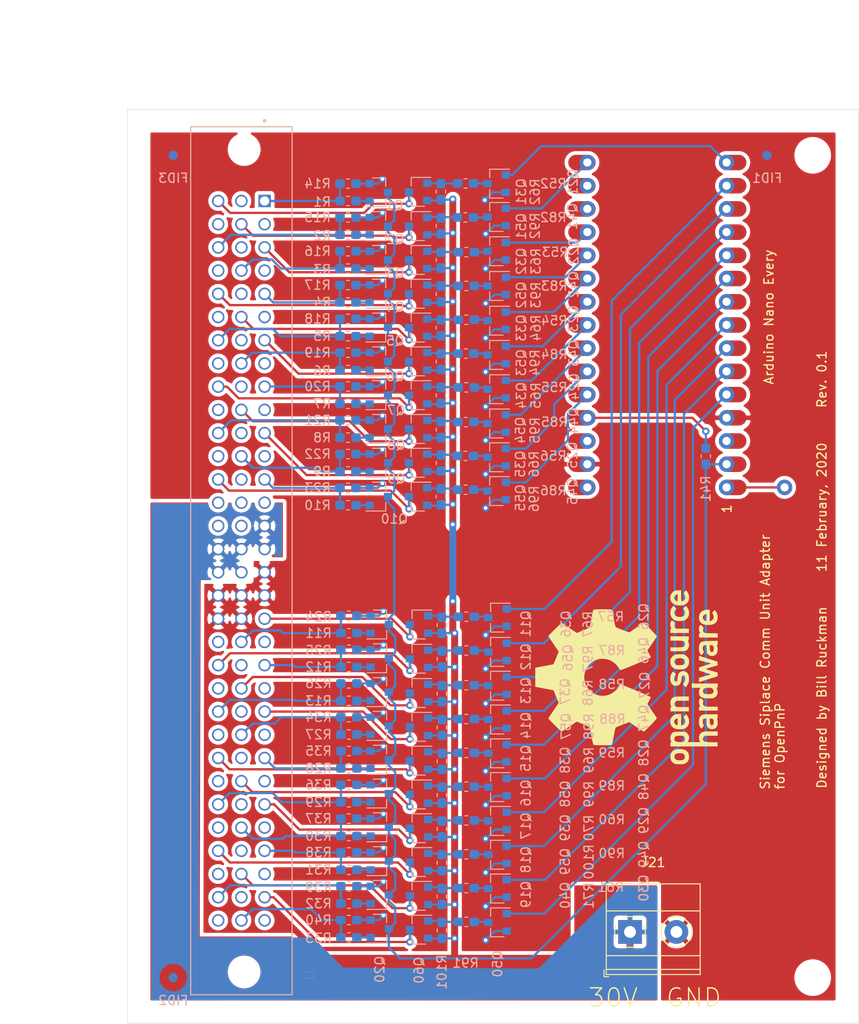
<source format=kicad_pcb>
(kicad_pcb (version 20171130) (host pcbnew "(5.1.5)-3")
  (layers (0 F.Cu signal) (31 B.Cu signal hide) (34 B.Paste user hide) (35 F.Paste user hide) (36 B.SilkS user hide) (37 F.SilkS user) (38 B.Mask user hide) (39 F.Mask user hide) (44 Edge.Cuts user))
  (net 0 "")
  (net 1 "Net-(A1-Pad30)")
  (net 2 GND)
  (net 3 "Net-(A1-Pad28)")
  (net 4 "Net-(A1-Pad3)")
  (net 5 "Net-(A1-Pad18)")
  (net 6 "Net-(A1-Pad17)")
  (net 7 FEEDER0_TX)
  (net 8 FEEDER0_RX)
  (net 9 FEEDER2_TX)
  (net 10 FEEDER2_RX)
  (net 11 FEEDER4_TX)
  (net 12 FEEDER4_RX)
  (net 13 FEEDER6_TX)
  (net 14 FEEDER6_RX)
  (net 15 FEEDER8_TX)
  (net 16 FEEDER8_RX)
  (net 17 FEEDER10_TX)
  (net 18 FEEDER10_RX)
  (net 19 FEEDER12_TX)
  (net 20 FEEDER12_RX)
  (net 21 FEEDER14_TX)
  (net 22 FEEDER14_RX)
  (net 23 FEEDER16_TX)
  (net 24 FEEDER16_RX)
  (net 25 FEEDER18_TX)
  (net 26 FEEDER18_RX)
  (net 27 FEEDER1_TX)
  (net 28 FEEDER1_RX)
  (net 29 FEEDER3_TX)
  (net 30 FEEDER3_RX)
  (net 31 FEEDER5_TX)
  (net 32 FEEDER5_RX)
  (net 33 FEEDER7_TX)
  (net 34 FEEDER7_RX)
  (net 35 FEEDER9_TX)
  (net 36 FEEDER9_RX)
  (net 37 FEEDER11_TX)
  (net 38 FEEDER11_RX)
  (net 39 FEEDER13_TX)
  (net 40 FEEDER15_TX)
  (net 41 FEEDER15_RX)
  (net 42 FEEDER17_TX)
  (net 43 FEEDER17_RX)
  (net 44 FEEDER19_TX)
  (net 45 FEEDER19_RX)
  (net 46 "Net-(Q1-Pad1)")
  (net 47 "Net-(Q2-Pad1)")
  (net 48 "Net-(Q3-Pad1)")
  (net 49 "Net-(Q4-Pad1)")
  (net 50 "Net-(Q5-Pad1)")
  (net 51 "Net-(Q6-Pad1)")
  (net 52 "Net-(Q7-Pad1)")
  (net 53 "Net-(Q8-Pad1)")
  (net 54 "Net-(Q9-Pad1)")
  (net 55 "Net-(Q10-Pad1)")
  (net 56 "Net-(Q11-Pad1)")
  (net 57 "Net-(Q12-Pad1)")
  (net 58 "Net-(Q13-Pad1)")
  (net 59 "Net-(Q14-Pad1)")
  (net 60 "Net-(Q15-Pad1)")
  (net 61 "Net-(Q16-Pad1)")
  (net 62 "Net-(Q17-Pad1)")
  (net 63 "Net-(Q18-Pad1)")
  (net 64 "Net-(Q19-Pad1)")
  (net 65 "Net-(Q20-Pad1)")
  (net 66 "Net-(Q31-Pad1)")
  (net 67 "Net-(Q32-Pad1)")
  (net 68 "Net-(Q33-Pad1)")
  (net 69 "Net-(Q34-Pad1)")
  (net 70 "Net-(Q35-Pad1)")
  (net 71 "Net-(Q36-Pad1)")
  (net 72 "Net-(Q37-Pad1)")
  (net 73 "Net-(Q38-Pad1)")
  (net 74 "Net-(Q39-Pad1)")
  (net 75 "Net-(Q40-Pad1)")
  (net 76 FEEDER13_RX)
  (net 77 F1_TX)
  (net 78 F3_TX)
  (net 79 F5_TX)
  (net 80 F7_TX)
  (net 81 F9_TX)
  (net 82 F11_TX)
  (net 83 F13_TX)
  (net 84 F15_TX)
  (net 85 F17_TX)
  (net 86 F14_TX)
  (net 87 F19_TX)
  (net 88 "/MCU and RX/DEBUG")
  (net 89 "/MCU and RX/RX")
  (net 90 F0_TX)
  (net 91 F18_TX)
  (net 92 F2_TX)
  (net 93 F12_TX)
  (net 94 F10_TX)
  (net 95 F4_TX)
  (net 96 F6_TX)
  (net 97 F8_TX)
  (net 98 F16_TX)
  (net 99 +30V)
  (net 100 "Net-(Q21-Pad3)")
  (net 101 "Net-(Q22-Pad3)")
  (net 102 "Net-(Q23-Pad3)")
  (net 103 "Net-(Q24-Pad3)")
  (net 104 "Net-(Q25-Pad3)")
  (net 105 "Net-(Q26-Pad3)")
  (net 106 "Net-(Q27-Pad3)")
  (net 107 "Net-(Q28-Pad3)")
  (net 108 "Net-(Q29-Pad3)")
  (net 109 "Net-(Q30-Pad3)")
  (net 110 "Net-(Q41-Pad3)")
  (net 111 "Net-(Q42-Pad3)")
  (net 112 "Net-(Q43-Pad3)")
  (net 113 "Net-(Q44-Pad3)")
  (net 114 "Net-(Q45-Pad3)")
  (net 115 "Net-(Q46-Pad3)")
  (net 116 "Net-(Q47-Pad3)")
  (net 117 "Net-(Q48-Pad3)")
  (net 118 "Net-(Q49-Pad3)")
  (net 119 "Net-(Q50-Pad3)")
  (net 120 "Net-(Q51-Pad1)")
  (net 121 "Net-(Q52-Pad1)")
  (net 122 "Net-(Q53-Pad1)")
  (net 123 "Net-(Q54-Pad1)")
  (net 124 "Net-(Q55-Pad1)")
  (net 125 "Net-(Q56-Pad1)")
  (net 126 "Net-(Q57-Pad1)")
  (net 127 "Net-(Q58-Pad1)")
  (net 128 "Net-(Q59-Pad1)")
  (net 129 "Net-(Q60-Pad1)")
  (net 130 "Net-(J1-PadC32)")
  (net 131 "Net-(J1-PadC30)")
  (net 132 "Net-(J1-PadC28)")
  (net 133 "Net-(J1-PadC26)")
  (net 134 "Net-(J1-PadC24)")
  (net 135 "Net-(J1-PadC22)")
  (net 136 "Net-(J1-PadC20)")
  (net 137 "Net-(J1-PadC15)")
  (net 138 "Net-(J1-PadC14)")
  (net 139 "Net-(J1-PadC12)")
  (net 140 "Net-(J1-PadC10)")
  (net 141 "Net-(J1-PadC8)")
  (net 142 "Net-(J1-PadC6)")
  (net 143 "Net-(J1-PadC4)")
  (net 144 "Net-(J1-PadC2)")
  (net 145 "Net-(J1-PadB31)")
  (net 146 "Net-(J1-PadB29)")
  (net 147 "Net-(J1-PadB27)")
  (net 148 "Net-(J1-PadB25)")
  (net 149 "Net-(J1-PadB23)")
  (net 150 "Net-(J1-PadB21)")
  (net 151 "Net-(J1-PadB15)")
  (net 152 "Net-(J1-PadB14)")
  (net 153 "Net-(J1-PadB13)")
  (net 154 "Net-(J1-PadB11)")
  (net 155 "Net-(J1-PadB9)")
  (net 156 "Net-(J1-PadB7)")
  (net 157 "Net-(J1-PadB5)")
  (net 158 "Net-(J1-PadB3)")
  (net 159 "Net-(J1-PadB1)")
  (net 160 "Net-(J1-PadA32)")
  (net 161 "Net-(J1-PadA30)")
  (net 162 "Net-(J1-PadA28)")
  (net 163 "Net-(J1-PadA26)")
  (net 164 "Net-(J1-PadA24)")
  (net 165 "Net-(J1-PadA22)")
  (net 166 "Net-(J1-PadA20)")
  (net 167 "Net-(J1-PadA14)")
  (net 168 "Net-(J1-PadA12)")
  (net 169 "Net-(J1-PadA10)")
  (net 170 "Net-(J1-PadA8)")
  (net 171 "Net-(J1-PadA6)")
  (net 172 "Net-(J1-PadA4)")
  (net 173 "Net-(J1-PadA2)")
  (net 174 "Net-(A1-Pad27)")
  (module Symbol:OSHW-Logo_19x20mm_SilkScreen (layer F.Cu) (at 99.6 112.15 90)
    (fp_text reference REF** hide)
    (fp_text value OSHW-Logo_19x20mm_SilkScreen hide)
  )
  (module Resistor_SMD:R_0603_1608Metric_Pad1.05x0.95mm_HandSolder (layer B.Cu) (at 69.225 140.6 180)
    (fp_text reference R33 (at 3.325 -0.075) (layer B.SilkS) (effects (justify mirror)))
    (fp_text value 4K7)
    (pad 2 smd roundrect (at 0.875 0 180) (size 1.05 0.95) (layers B.Cu B.Paste B.Mask) (net 45 FEEDER19_RX))
    (pad 1 smd roundrect (at -0.875 0 180) (size 1.05 0.95) (layers B.Cu B.Paste B.Mask) (net 65 "Net-(Q20-Pad1)"))
  )
  (module Arduino_Nano_33:NANO_33_Footprint_SMD_Castell (layer F.Cu) (at 102.995 73.57 90)
    (fp_text reference A1)
    (fp_text value Arduino_Nano_Every)
    (pad 16 smd oval (at 17.78 -8.255) (size 3 1.7) (layers F.Cu F.Mask) (net 77 F1_TX))
    (pad 17 smd oval (at 15.24 -8.255) (size 3 1.7) (layers F.Cu F.Mask) (net 6 "Net-(A1-Pad17)"))
    (pad 18 smd oval (at 12.7 -8.255) (size 3 1.7) (layers F.Cu F.Mask) (net 5 "Net-(A1-Pad18)"))
    (pad 19 smd oval (at 10.16 -8.255) (size 3 1.7) (layers F.Cu F.Mask) (net 92 F2_TX))
    (pad 20 smd oval (at 7.62 -8.255) (size 3 1.7) (layers F.Cu F.Mask) (net 78 F3_TX))
    (pad 21 smd oval (at 5.08 -8.255) (size 3 1.7) (layers F.Cu F.Mask) (net 95 F4_TX))
    (pad 22 smd oval (at 2.54 -8.255) (size 3 1.7) (layers F.Cu F.Mask) (net 79 F5_TX))
    (pad 23 smd oval (at 0 -8.255) (size 3 1.7) (layers F.Cu F.Mask) (net 96 F6_TX))
    (pad 24 smd oval (at -2.54 -8.255) (size 3 1.7) (layers F.Cu F.Mask) (net 80 F7_TX))
    (pad 25 smd oval (at -5.08 -8.255) (size 3 1.7) (layers F.Cu F.Mask) (net 97 F8_TX))
    (pad 26 smd oval (at -7.62 -8.255) (size 3 1.7) (layers F.Cu F.Mask) (net 81 F9_TX))
    (pad 27 smd oval (at -10.16 -8.255) (size 3 1.7) (layers F.Cu F.Mask) (net 174 "Net-(A1-Pad27)"))
    (pad 28 smd oval (at -12.7 -8.255) (size 3 1.7) (layers F.Cu F.Mask) (net 3 "Net-(A1-Pad28)"))
    (pad 29 smd oval (at -15.24 -8.255) (size 3 1.7) (layers F.Cu F.Mask) (net 2 GND))
    (pad 30 smd oval (at -17.78 -8.255) (size 3 1.7) (layers F.Cu F.Mask) (net 1 "Net-(A1-Pad30)"))
    (pad 2 smd oval (at -15.24 8.255 180) (size 3 1.7) (layers F.Cu F.Mask) (net 89 "/MCU and RX/RX"))
    (pad 15 smd oval (at 17.78 8.255 180) (size 3 1.7) (layers F.Cu F.Mask) (net 90 F0_TX))
    (pad 8 smd oval (at 0 8.255 180) (size 3 1.7) (layers F.Cu F.Mask) (net 98 F16_TX))
    (pad 6 smd oval (at -5.08 8.255 180) (size 3 1.7) (layers F.Cu F.Mask) (net 91 F18_TX))
    (pad 7 smd oval (at -2.54 8.255 180) (size 3 1.7) (layers F.Cu F.Mask) (net 85 F17_TX))
    (pad 9 smd oval (at 2.54 8.255 180) (size 3 1.7) (layers F.Cu F.Mask) (net 84 F15_TX))
    (pad 10 smd oval (at 5.08 8.255 180) (size 3 1.7) (layers F.Cu F.Mask) (net 86 F14_TX))
    (pad 4 smd oval (at -10.16 8.255 180) (size 3 1.7) (layers F.Cu F.Mask) (net 2 GND))
    (pad 14 smd oval (at 15.24 8.255 180) (size 3 1.7) (layers F.Cu F.Mask) (net 94 F10_TX))
    (pad 1 smd oval (at -17.78 8.255 180) (size 3 1.7) (layers F.Cu F.Mask) (net 88 "/MCU and RX/DEBUG"))
    (pad 12 smd oval (at 10.16 8.255 180) (size 3 1.7) (layers F.Cu F.Mask) (net 93 F12_TX))
    (pad 13 smd oval (at 12.7 8.255 180) (size 3 1.7) (layers F.Cu F.Mask) (net 82 F11_TX))
    (pad 5 smd oval (at -7.62 8.255 180) (size 3 1.7) (layers F.Cu F.Mask) (net 87 F19_TX))
    (pad 3 smd oval (at -12.7 8.255 180) (size 3 1.7) (layers F.Cu F.Mask) (net 4 "Net-(A1-Pad3)"))
    (pad 11 smd oval (at 7.62 8.255 180) (size 3 1.7) (layers F.Cu F.Mask) (net 83 F13_TX))
  )
  (module 5650889-5:TE_5650889-5 (layer B.Cu) (at 60 60 90)
    (fp_text reference J1 (at -84.695 4.895 270) (layer B.SilkS) (effects (font (thickness 0.015)) (justify mirror)))
    (fp_text value C96ABC)
    (pad C32 thru_hole circle (at -78.74 -5.08 90) (size 1.365 1.365) (drill 1.015) (layers *.Cu *.Mask) (net 130 "Net-(J1-PadC32)"))
    (pad C31 thru_hole circle (at -76.2 -5.08 90) (size 1.365 1.365) (drill 1.015) (layers *.Cu *.Mask) (net 26 FEEDER18_RX))
    (pad C30 thru_hole circle (at -73.66 -5.08 90) (size 1.365 1.365) (drill 1.015) (layers *.Cu *.Mask) (net 131 "Net-(J1-PadC30)"))
    (pad C29 thru_hole circle (at -71.12 -5.08 90) (size 1.365 1.365) (drill 1.015) (layers *.Cu *.Mask) (net 42 FEEDER17_TX))
    (pad C28 thru_hole circle (at -68.58 -5.08 90) (size 1.365 1.365) (drill 1.015) (layers *.Cu *.Mask) (net 132 "Net-(J1-PadC28)"))
    (pad C27 thru_hole circle (at -66.04 -5.08 90) (size 1.365 1.365) (drill 1.015) (layers *.Cu *.Mask) (net 41 FEEDER15_RX))
    (pad C26 thru_hole circle (at -63.5 -5.08 90) (size 1.365 1.365) (drill 1.015) (layers *.Cu *.Mask) (net 133 "Net-(J1-PadC26)"))
    (pad C25 thru_hole circle (at -60.96 -5.08 90) (size 1.365 1.365) (drill 1.015) (layers *.Cu *.Mask) (net 21 FEEDER14_TX))
    (pad C24 thru_hole circle (at -58.42 -5.08 90) (size 1.365 1.365) (drill 1.015) (layers *.Cu *.Mask) (net 134 "Net-(J1-PadC24)"))
    (pad C23 thru_hole circle (at -55.88 -5.08 90) (size 1.365 1.365) (drill 1.015) (layers *.Cu *.Mask) (net 20 FEEDER12_RX))
    (pad C22 thru_hole circle (at -53.34 -5.08 90) (size 1.365 1.365) (drill 1.015) (layers *.Cu *.Mask) (net 135 "Net-(J1-PadC22)"))
    (pad C21 thru_hole circle (at -50.8 -5.08 90) (size 1.365 1.365) (drill 1.015) (layers *.Cu *.Mask) (net 37 FEEDER11_TX))
    (pad C20 thru_hole circle (at -48.26 -5.08 90) (size 1.365 1.365) (drill 1.015) (layers *.Cu *.Mask) (net 136 "Net-(J1-PadC20)"))
    (pad C19 thru_hole circle (at -45.72 -5.08 90) (size 1.365 1.365) (drill 1.015) (layers *.Cu *.Mask) (net 2 GND))
    (pad C18 thru_hole circle (at -43.18 -5.08 90) (size 1.365 1.365) (drill 1.015) (layers *.Cu *.Mask) (net 2 GND))
    (pad C17 thru_hole circle (at -40.64 -5.08 90) (size 1.365 1.365) (drill 1.015) (layers *.Cu *.Mask) (net 99 +30V))
    (pad C16 thru_hole circle (at -38.1 -5.08 90) (size 1.365 1.365) (drill 1.015) (layers *.Cu *.Mask) (net 99 +30V))
    (pad C15 thru_hole circle (at -35.56 -5.08 90) (size 1.365 1.365) (drill 1.015) (layers *.Cu *.Mask) (net 137 "Net-(J1-PadC15)"))
    (pad C14 thru_hole circle (at -33.02 -5.08 90) (size 1.365 1.365) (drill 1.015) (layers *.Cu *.Mask) (net 138 "Net-(J1-PadC14)"))
    (pad C13 thru_hole circle (at -30.48 -5.08 90) (size 1.365 1.365) (drill 1.015) (layers *.Cu *.Mask) (net 35 FEEDER9_TX))
    (pad C12 thru_hole circle (at -27.94 -5.08 90) (size 1.365 1.365) (drill 1.015) (layers *.Cu *.Mask) (net 139 "Net-(J1-PadC12)"))
    (pad C11 thru_hole circle (at -25.4 -5.08 90) (size 1.365 1.365) (drill 1.015) (layers *.Cu *.Mask) (net 34 FEEDER7_RX))
    (pad C10 thru_hole circle (at -22.86 -5.08 90) (size 1.365 1.365) (drill 1.015) (layers *.Cu *.Mask) (net 140 "Net-(J1-PadC10)"))
    (pad C9 thru_hole circle (at -20.32 -5.08 90) (size 1.365 1.365) (drill 1.015) (layers *.Cu *.Mask) (net 13 FEEDER6_TX))
    (pad C8 thru_hole circle (at -17.78 -5.08 90) (size 1.365 1.365) (drill 1.015) (layers *.Cu *.Mask) (net 141 "Net-(J1-PadC8)"))
    (pad C7 thru_hole circle (at -15.24 -5.08 90) (size 1.365 1.365) (drill 1.015) (layers *.Cu *.Mask) (net 12 FEEDER4_RX))
    (pad C6 thru_hole circle (at -12.7 -5.08 90) (size 1.365 1.365) (drill 1.015) (layers *.Cu *.Mask) (net 142 "Net-(J1-PadC6)"))
    (pad C5 thru_hole circle (at -10.16 -5.08 90) (size 1.365 1.365) (drill 1.015) (layers *.Cu *.Mask) (net 29 FEEDER3_TX))
    (pad C4 thru_hole circle (at -7.62 -5.08 90) (size 1.365 1.365) (drill 1.015) (layers *.Cu *.Mask) (net 143 "Net-(J1-PadC4)"))
    (pad C3 thru_hole circle (at -5.08 -5.08 90) (size 1.365 1.365) (drill 1.015) (layers *.Cu *.Mask) (net 28 FEEDER1_RX))
    (pad C2 thru_hole circle (at -2.54 -5.08 90) (size 1.365 1.365) (drill 1.015) (layers *.Cu *.Mask) (net 144 "Net-(J1-PadC2)"))
    (pad C1 thru_hole circle (at 0 -5.08 90) (size 1.365 1.365) (drill 1.015) (layers *.Cu *.Mask) (net 7 FEEDER0_TX))
    (pad B32 thru_hole circle (at -78.74 -2.54 90) (size 1.365 1.365) (drill 1.015) (layers *.Cu *.Mask) (net 45 FEEDER19_RX))
    (pad B31 thru_hole circle (at -76.2 -2.54 90) (size 1.365 1.365) (drill 1.015) (layers *.Cu *.Mask) (net 145 "Net-(J1-PadB31)"))
    (pad B30 thru_hole circle (at -73.66 -2.54 90) (size 1.365 1.365) (drill 1.015) (layers *.Cu *.Mask) (net 25 FEEDER18_TX))
    (pad B29 thru_hole circle (at -71.12 -2.54 90) (size 1.365 1.365) (drill 1.015) (layers *.Cu *.Mask) (net 146 "Net-(J1-PadB29)"))
    (pad B28 thru_hole circle (at -68.58 -2.54 90) (size 1.365 1.365) (drill 1.015) (layers *.Cu *.Mask) (net 24 FEEDER16_RX))
    (pad B27 thru_hole circle (at -66.04 -2.54 90) (size 1.365 1.365) (drill 1.015) (layers *.Cu *.Mask) (net 147 "Net-(J1-PadB27)"))
    (pad B26 thru_hole circle (at -63.5 -2.54 90) (size 1.365 1.365) (drill 1.015) (layers *.Cu *.Mask) (net 40 FEEDER15_TX))
    (pad B25 thru_hole circle (at -60.96 -2.54 90) (size 1.365 1.365) (drill 1.015) (layers *.Cu *.Mask) (net 148 "Net-(J1-PadB25)"))
    (pad B24 thru_hole circle (at -58.42 -2.54 90) (size 1.365 1.365) (drill 1.015) (layers *.Cu *.Mask) (net 76 FEEDER13_RX))
    (pad B23 thru_hole circle (at -55.88 -2.54 90) (size 1.365 1.365) (drill 1.015) (layers *.Cu *.Mask) (net 149 "Net-(J1-PadB23)"))
    (pad B22 thru_hole circle (at -53.34 -2.54 90) (size 1.365 1.365) (drill 1.015) (layers *.Cu *.Mask) (net 19 FEEDER12_TX))
    (pad B21 thru_hole circle (at -50.8 -2.54 90) (size 1.365 1.365) (drill 1.015) (layers *.Cu *.Mask) (net 150 "Net-(J1-PadB21)"))
    (pad B20 thru_hole circle (at -48.26 -2.54 90) (size 1.365 1.365) (drill 1.015) (layers *.Cu *.Mask) (net 18 FEEDER10_RX))
    (pad B19 thru_hole circle (at -45.72 -2.54 90) (size 1.365 1.365) (drill 1.015) (layers *.Cu *.Mask) (net 2 GND))
    (pad B18 thru_hole circle (at -43.18 -2.54 90) (size 1.365 1.365) (drill 1.015) (layers *.Cu *.Mask) (net 2 GND))
    (pad B17 thru_hole circle (at -40.64 -2.54 90) (size 1.365 1.365) (drill 1.015) (layers *.Cu *.Mask) (net 99 +30V))
    (pad B16 thru_hole circle (at -38.1 -2.54 90) (size 1.365 1.365) (drill 1.015) (layers *.Cu *.Mask) (net 99 +30V))
    (pad B15 thru_hole circle (at -35.56 -2.54 90) (size 1.365 1.365) (drill 1.015) (layers *.Cu *.Mask) (net 151 "Net-(J1-PadB15)"))
    (pad B14 thru_hole circle (at -33.02 -2.54 90) (size 1.365 1.365) (drill 1.015) (layers *.Cu *.Mask) (net 152 "Net-(J1-PadB14)"))
    (pad B13 thru_hole circle (at -30.48 -2.54 90) (size 1.365 1.365) (drill 1.015) (layers *.Cu *.Mask) (net 153 "Net-(J1-PadB13)"))
    (pad B12 thru_hole circle (at -27.94 -2.54 90) (size 1.365 1.365) (drill 1.015) (layers *.Cu *.Mask) (net 16 FEEDER8_RX))
    (pad B11 thru_hole circle (at -25.4 -2.54 90) (size 1.365 1.365) (drill 1.015) (layers *.Cu *.Mask) (net 154 "Net-(J1-PadB11)"))
    (pad B10 thru_hole circle (at -22.86 -2.54 90) (size 1.365 1.365) (drill 1.015) (layers *.Cu *.Mask) (net 33 FEEDER7_TX))
    (pad B9 thru_hole circle (at -20.32 -2.54 90) (size 1.365 1.365) (drill 1.015) (layers *.Cu *.Mask) (net 155 "Net-(J1-PadB9)"))
    (pad B8 thru_hole circle (at -17.78 -2.54 90) (size 1.365 1.365) (drill 1.015) (layers *.Cu *.Mask) (net 32 FEEDER5_RX))
    (pad B7 thru_hole circle (at -15.24 -2.54 90) (size 1.365 1.365) (drill 1.015) (layers *.Cu *.Mask) (net 156 "Net-(J1-PadB7)"))
    (pad B6 thru_hole circle (at -12.7 -2.54 90) (size 1.365 1.365) (drill 1.015) (layers *.Cu *.Mask) (net 11 FEEDER4_TX))
    (pad B5 thru_hole circle (at -10.16 -2.54 90) (size 1.365 1.365) (drill 1.015) (layers *.Cu *.Mask) (net 157 "Net-(J1-PadB5)"))
    (pad B4 thru_hole circle (at -7.62 -2.54 90) (size 1.365 1.365) (drill 1.015) (layers *.Cu *.Mask) (net 10 FEEDER2_RX))
    (pad B3 thru_hole circle (at -5.08 -2.54 90) (size 1.365 1.365) (drill 1.015) (layers *.Cu *.Mask) (net 158 "Net-(J1-PadB3)"))
    (pad B2 thru_hole circle (at -2.54 -2.54 90) (size 1.365 1.365) (drill 1.015) (layers *.Cu *.Mask) (net 27 FEEDER1_TX))
    (pad B1 thru_hole circle (at 0 -2.54 90) (size 1.365 1.365) (drill 1.015) (layers *.Cu *.Mask) (net 159 "Net-(J1-PadB1)"))
    (pad A32 thru_hole circle (at -78.74 0 90) (size 1.365 1.365) (drill 1.015) (layers *.Cu *.Mask) (net 160 "Net-(J1-PadA32)"))
    (pad A31 thru_hole circle (at -76.2 0 90) (size 1.365 1.365) (drill 1.015) (layers *.Cu *.Mask) (net 44 FEEDER19_TX))
    (pad A30 thru_hole circle (at -73.66 0 90) (size 1.365 1.365) (drill 1.015) (layers *.Cu *.Mask) (net 161 "Net-(J1-PadA30)"))
    (pad A29 thru_hole circle (at -71.12 0 90) (size 1.365 1.365) (drill 1.015) (layers *.Cu *.Mask) (net 43 FEEDER17_RX))
    (pad A28 thru_hole circle (at -68.58 0 90) (size 1.365 1.365) (drill 1.015) (layers *.Cu *.Mask) (net 162 "Net-(J1-PadA28)"))
    (pad A27 thru_hole circle (at -66.04 0 90) (size 1.365 1.365) (drill 1.015) (layers *.Cu *.Mask) (net 23 FEEDER16_TX))
    (pad A26 thru_hole circle (at -63.5 0 90) (size 1.365 1.365) (drill 1.015) (layers *.Cu *.Mask) (net 163 "Net-(J1-PadA26)"))
    (pad A25 thru_hole circle (at -60.96 0 90) (size 1.365 1.365) (drill 1.015) (layers *.Cu *.Mask) (net 22 FEEDER14_RX))
    (pad A24 thru_hole circle (at -58.42 0 90) (size 1.365 1.365) (drill 1.015) (layers *.Cu *.Mask) (net 164 "Net-(J1-PadA24)"))
    (pad A23 thru_hole circle (at -55.88 0 90) (size 1.365 1.365) (drill 1.015) (layers *.Cu *.Mask) (net 39 FEEDER13_TX))
    (pad A22 thru_hole circle (at -53.34 0 90) (size 1.365 1.365) (drill 1.015) (layers *.Cu *.Mask) (net 165 "Net-(J1-PadA22)"))
    (pad A21 thru_hole circle (at -50.8 0 90) (size 1.365 1.365) (drill 1.015) (layers *.Cu *.Mask) (net 38 FEEDER11_RX))
    (pad A20 thru_hole circle (at -48.26 0 90) (size 1.365 1.365) (drill 1.015) (layers *.Cu *.Mask) (net 166 "Net-(J1-PadA20)"))
    (pad A19 thru_hole circle (at -45.72 0 90) (size 1.365 1.365) (drill 1.015) (layers *.Cu *.Mask) (net 17 FEEDER10_TX))
    (pad A18 thru_hole circle (at -43.18 0 90) (size 1.365 1.365) (drill 1.015) (layers *.Cu *.Mask) (net 2 GND))
    (pad A17 thru_hole circle (at -40.64 0 90) (size 1.365 1.365) (drill 1.015) (layers *.Cu *.Mask) (net 2 GND))
    (pad A16 thru_hole circle (at -38.1 0 90) (size 1.365 1.365) (drill 1.015) (layers *.Cu *.Mask) (net 99 +30V))
    (pad A15 thru_hole circle (at -35.56 0 90) (size 1.365 1.365) (drill 1.015) (layers *.Cu *.Mask) (net 99 +30V))
    (pad A14 thru_hole circle (at -33.02 0 90) (size 1.365 1.365) (drill 1.015) (layers *.Cu *.Mask) (net 167 "Net-(J1-PadA14)"))
    (pad A13 thru_hole circle (at -30.48 0 90) (size 1.365 1.365) (drill 1.015) (layers *.Cu *.Mask) (net 36 FEEDER9_RX))
    (pad A12 thru_hole circle (at -27.94 0 90) (size 1.365 1.365) (drill 1.015) (layers *.Cu *.Mask) (net 168 "Net-(J1-PadA12)"))
    (pad A11 thru_hole circle (at -25.4 0 90) (size 1.365 1.365) (drill 1.015) (layers *.Cu *.Mask) (net 15 FEEDER8_TX))
    (pad A10 thru_hole circle (at -22.86 0 90) (size 1.365 1.365) (drill 1.015) (layers *.Cu *.Mask) (net 169 "Net-(J1-PadA10)"))
    (pad A9 thru_hole circle (at -20.32 0 90) (size 1.365 1.365) (drill 1.015) (layers *.Cu *.Mask) (net 14 FEEDER6_RX))
    (pad A8 thru_hole circle (at -17.78 0 90) (size 1.365 1.365) (drill 1.015) (layers *.Cu *.Mask) (net 170 "Net-(J1-PadA8)"))
    (pad A7 thru_hole circle (at -15.24 0 90) (size 1.365 1.365) (drill 1.015) (layers *.Cu *.Mask) (net 31 FEEDER5_TX))
    (pad A6 thru_hole circle (at -12.7 0 90) (size 1.365 1.365) (drill 1.015) (layers *.Cu *.Mask) (net 171 "Net-(J1-PadA6)"))
    (pad A5 thru_hole circle (at -10.16 0 90) (size 1.365 1.365) (drill 1.015) (layers *.Cu *.Mask) (net 30 FEEDER3_RX))
    (pad A4 thru_hole circle (at -7.62 0 90) (size 1.365 1.365) (drill 1.015) (layers *.Cu *.Mask) (net 172 "Net-(J1-PadA4)"))
    (pad A3 thru_hole circle (at -5.08 0 90) (size 1.365 1.365) (drill 1.015) (layers *.Cu *.Mask) (net 9 FEEDER2_TX))
    (pad A2 thru_hole circle (at -2.54 0 90) (size 1.365 1.365) (drill 1.015) (layers *.Cu *.Mask) (net 173 "Net-(J1-PadA2)"))
    (pad A1 thru_hole rect (at 0 0 90) (size 1.365 1.365) (drill 1.015) (layers *.Cu *.Mask) (net 8 FEEDER0_RX))
    (pad None np_thru_hole circle (at 5.64 -2.24 90) (size 2.79 2.79) (drill 2.79) (layers *.Cu *.Mask))
    (pad None np_thru_hole circle (at -84.38 -2.24 90) (size 2.79 2.79) (drill 2.79) (layers *.Cu *.Mask))
  )
  (module Resistor_SMD:R_0603_1608Metric_Pad1.05x0.95mm_HandSolder (layer B.Cu) (at 79.4 139.825 90)
    (fp_text reference R101 (at -4.575 0 90) (layer B.SilkS) (effects (justify mirror)))
    (fp_text value 2K2)
    (pad 2 smd roundrect (at 0.875 0 90) (size 1.05 0.95) (layers B.Cu B.Paste B.Mask) (net 129 "Net-(Q60-Pad1)"))
    (pad 1 smd roundrect (at -0.875 0 90) (size 1.05 0.95) (layers B.Cu B.Paste B.Mask) (net 99 +30V))
  )
  (module Resistor_SMD:R_0603_1608Metric_Pad1.05x0.95mm_HandSolder (layer B.Cu) (at 79.4 132.425 90)
    (fp_text reference R100 (at 0.1 16.1 90) (layer B.SilkS) (effects (justify mirror)))
    (fp_text value 2K2)
    (pad 2 smd roundrect (at 0.875 0 90) (size 1.05 0.95) (layers B.Cu B.Paste B.Mask) (net 128 "Net-(Q59-Pad1)"))
    (pad 1 smd roundrect (at -0.875 0 90) (size 1.05 0.95) (layers B.Cu B.Paste B.Mask) (net 99 +30V))
  )
  (module Resistor_SMD:R_0603_1608Metric_Pad1.05x0.95mm_HandSolder (layer B.Cu) (at 79.4 125.025 90)
    (fp_text reference R99 (at 0.1 16.1 90) (layer B.SilkS) (effects (justify mirror)))
    (fp_text value 2K2)
    (pad 2 smd roundrect (at 0.875 0 90) (size 1.05 0.95) (layers B.Cu B.Paste B.Mask) (net 127 "Net-(Q58-Pad1)"))
    (pad 1 smd roundrect (at -0.875 0 90) (size 1.05 0.95) (layers B.Cu B.Paste B.Mask) (net 99 +30V))
  )
  (module Resistor_SMD:R_0603_1608Metric_Pad1.05x0.95mm_HandSolder (layer B.Cu) (at 79.4 117.625 90)
    (fp_text reference R98 (at 0.1 16.1 90) (layer B.SilkS) (effects (justify mirror)))
    (fp_text value 2K2)
    (pad 2 smd roundrect (at 0.875 0 90) (size 1.05 0.95) (layers B.Cu B.Paste B.Mask) (net 126 "Net-(Q57-Pad1)"))
    (pad 1 smd roundrect (at -0.875 0 90) (size 1.05 0.95) (layers B.Cu B.Paste B.Mask) (net 99 +30V))
  )
  (module Resistor_SMD:R_0603_1608Metric_Pad1.05x0.95mm_HandSolder (layer B.Cu) (at 79.4 110.125 90)
    (fp_text reference R97 (at 0.025 16 90) (layer B.SilkS) (effects (justify mirror)))
    (fp_text value 2K2)
    (pad 2 smd roundrect (at 0.875 0 90) (size 1.05 0.95) (layers B.Cu B.Paste B.Mask) (net 125 "Net-(Q56-Pad1)"))
    (pad 1 smd roundrect (at -0.875 0 90) (size 1.05 0.95) (layers B.Cu B.Paste B.Mask) (net 99 +30V))
  )
  (module Resistor_SMD:R_0603_1608Metric_Pad1.05x0.95mm_HandSolder (layer B.Cu) (at 79.3 92.375 90)
    (fp_text reference R96 (at -0.225 10.2 270) (layer B.SilkS) (effects (justify mirror)))
    (fp_text value 2K2)
    (pad 2 smd roundrect (at 0.875 0 90) (size 1.05 0.95) (layers B.Cu B.Paste B.Mask) (net 124 "Net-(Q55-Pad1)"))
    (pad 1 smd roundrect (at -0.875 0 90) (size 1.05 0.95) (layers B.Cu B.Paste B.Mask) (net 99 +30V))
  )
  (module Resistor_SMD:R_0603_1608Metric_Pad1.05x0.95mm_HandSolder (layer B.Cu) (at 79.3 85.025 90)
    (fp_text reference R95 (at -0.075 10.3 90) (layer B.SilkS) (effects (justify mirror)))
    (fp_text value 2K2)
    (pad 2 smd roundrect (at 0.875 0 90) (size 1.05 0.95) (layers B.Cu B.Paste B.Mask) (net 123 "Net-(Q54-Pad1)"))
    (pad 1 smd roundrect (at -0.875 0 90) (size 1.05 0.95) (layers B.Cu B.Paste B.Mask) (net 99 +30V))
  )
  (module Resistor_SMD:R_0603_1608Metric_Pad1.05x0.95mm_HandSolder (layer B.Cu) (at 79.3 77.575 90)
    (fp_text reference R94 (at -0.125 10.3 90) (layer B.SilkS) (effects (justify mirror)))
    (fp_text value 2K2)
    (pad 2 smd roundrect (at 0.875 0 90) (size 1.05 0.95) (layers B.Cu B.Paste B.Mask) (net 122 "Net-(Q53-Pad1)"))
    (pad 1 smd roundrect (at -0.875 0 90) (size 1.05 0.95) (layers B.Cu B.Paste B.Mask) (net 99 +30V))
  )
  (module Resistor_SMD:R_0603_1608Metric_Pad1.05x0.95mm_HandSolder (layer B.Cu) (at 79.3 70.175 90)
    (fp_text reference R93 (at -0.125 10.4 90) (layer B.SilkS) (effects (justify mirror)))
    (fp_text value 2K2)
    (pad 2 smd roundrect (at 0.875 0 90) (size 1.05 0.95) (layers B.Cu B.Paste B.Mask) (net 121 "Net-(Q52-Pad1)"))
    (pad 1 smd roundrect (at -0.875 0 90) (size 1.05 0.95) (layers B.Cu B.Paste B.Mask) (net 99 +30V))
  )
  (module Resistor_SMD:R_0603_1608Metric_Pad1.05x0.95mm_HandSolder (layer B.Cu) (at 79.3 62.725 90)
    (fp_text reference R92 (at 0 10.3 90) (layer B.SilkS) (effects (justify mirror)))
    (fp_text value 2K2)
    (pad 2 smd roundrect (at 0.875 0 90) (size 1.05 0.95) (layers B.Cu B.Paste B.Mask) (net 120 "Net-(Q51-Pad1)"))
    (pad 1 smd roundrect (at -0.875 0 90) (size 1.05 0.95) (layers B.Cu B.Paste B.Mask) (net 99 +30V))
  )
  (module Resistor_SMD:R_0603_1608Metric_Pad1.05x0.95mm_HandSolder (layer B.Cu) (at 82.075 138.9)
    (fp_text reference R91 (at -0.075 4.5) (layer B.SilkS) (effects (justify mirror)))
    (fp_text value 10K)
    (pad 2 smd roundrect (at 0.875 0) (size 1.05 0.95) (layers B.Cu B.Paste B.Mask) (net 119 "Net-(Q50-Pad3)"))
    (pad 1 smd roundrect (at -0.875 0) (size 1.05 0.95) (layers B.Cu B.Paste B.Mask) (net 129 "Net-(Q60-Pad1)"))
  )
  (module Resistor_SMD:R_0603_1608Metric_Pad1.05x0.95mm_HandSolder (layer B.Cu) (at 82.075 131.5)
    (fp_text reference R90 (at 15.925 -0.1) (layer B.SilkS) (effects (justify mirror)))
    (fp_text value 10K)
    (pad 2 smd roundrect (at 0.875 0) (size 1.05 0.95) (layers B.Cu B.Paste B.Mask) (net 118 "Net-(Q49-Pad3)"))
    (pad 1 smd roundrect (at -0.875 0) (size 1.05 0.95) (layers B.Cu B.Paste B.Mask) (net 128 "Net-(Q59-Pad1)"))
  )
  (module Resistor_SMD:R_0603_1608Metric_Pad1.05x0.95mm_HandSolder (layer B.Cu) (at 82.075 124.1)
    (fp_text reference R89 (at 15.925 -0.1) (layer B.SilkS) (effects (justify mirror)))
    (fp_text value 10K)
    (pad 2 smd roundrect (at 0.875 0) (size 1.05 0.95) (layers B.Cu B.Paste B.Mask) (net 117 "Net-(Q48-Pad3)"))
    (pad 1 smd roundrect (at -0.875 0) (size 1.05 0.95) (layers B.Cu B.Paste B.Mask) (net 127 "Net-(Q58-Pad1)"))
  )
  (module Resistor_SMD:R_0603_1608Metric_Pad1.05x0.95mm_HandSolder (layer B.Cu) (at 82.075 116.7)
    (fp_text reference R88 (at 16 0) (layer B.SilkS) (effects (justify mirror)))
    (fp_text value 10K)
    (pad 2 smd roundrect (at 0.875 0) (size 1.05 0.95) (layers B.Cu B.Paste B.Mask) (net 116 "Net-(Q47-Pad3)"))
    (pad 1 smd roundrect (at -0.875 0) (size 1.05 0.95) (layers B.Cu B.Paste B.Mask) (net 126 "Net-(Q57-Pad1)"))
  )
  (module Resistor_SMD:R_0603_1608Metric_Pad1.05x0.95mm_HandSolder (layer B.Cu) (at 82.075 109.2)
    (fp_text reference R87 (at 15.925 0) (layer B.SilkS) (effects (justify mirror)))
    (fp_text value 10K)
    (pad 2 smd roundrect (at 0.875 0) (size 1.05 0.95) (layers B.Cu B.Paste B.Mask) (net 115 "Net-(Q46-Pad3)"))
    (pad 1 smd roundrect (at -0.875 0) (size 1.05 0.95) (layers B.Cu B.Paste B.Mask) (net 125 "Net-(Q56-Pad1)"))
  )
  (module Resistor_SMD:R_0603_1608Metric_Pad1.05x0.95mm_HandSolder (layer B.Cu) (at 82 91.6)
    (fp_text reference R86 (at 9.6 0.1 180) (layer B.SilkS) (effects (justify mirror)))
    (fp_text value 10K)
    (pad 2 smd roundrect (at 0.875 0) (size 1.05 0.95) (layers B.Cu B.Paste B.Mask) (net 114 "Net-(Q45-Pad3)"))
    (pad 1 smd roundrect (at -0.875 0) (size 1.05 0.95) (layers B.Cu B.Paste B.Mask) (net 124 "Net-(Q55-Pad1)"))
  )
  (module Resistor_SMD:R_0603_1608Metric_Pad1.05x0.95mm_HandSolder (layer B.Cu) (at 82.025 84.2)
    (fp_text reference R85 (at 9.675 0) (layer B.SilkS) (effects (justify mirror)))
    (fp_text value 10K)
    (pad 2 smd roundrect (at 0.875 0) (size 1.05 0.95) (layers B.Cu B.Paste B.Mask) (net 113 "Net-(Q44-Pad3)"))
    (pad 1 smd roundrect (at -0.875 0) (size 1.05 0.95) (layers B.Cu B.Paste B.Mask) (net 123 "Net-(Q54-Pad1)"))
  )
  (module Resistor_SMD:R_0603_1608Metric_Pad1.05x0.95mm_HandSolder (layer B.Cu) (at 82.025 76.7)
    (fp_text reference R84 (at 9.675 0.1) (layer B.SilkS) (effects (justify mirror)))
    (fp_text value 10K)
    (pad 2 smd roundrect (at 0.875 0) (size 1.05 0.95) (layers B.Cu B.Paste B.Mask) (net 112 "Net-(Q43-Pad3)"))
    (pad 1 smd roundrect (at -0.875 0) (size 1.05 0.95) (layers B.Cu B.Paste B.Mask) (net 122 "Net-(Q53-Pad1)"))
  )
  (module Resistor_SMD:R_0603_1608Metric_Pad1.05x0.95mm_HandSolder (layer B.Cu) (at 82.075 69.3)
    (fp_text reference R83 (at 9.625 0) (layer B.SilkS) (effects (justify mirror)))
    (fp_text value 10K)
    (pad 2 smd roundrect (at 0.875 0) (size 1.05 0.95) (layers B.Cu B.Paste B.Mask) (net 111 "Net-(Q42-Pad3)"))
    (pad 1 smd roundrect (at -0.875 0) (size 1.05 0.95) (layers B.Cu B.Paste B.Mask) (net 121 "Net-(Q52-Pad1)"))
  )
  (module Resistor_SMD:R_0603_1608Metric_Pad1.05x0.95mm_HandSolder (layer B.Cu) (at 81.975 61.8)
    (fp_text reference R82 (at 9.625 0) (layer B.SilkS) (effects (justify mirror)))
    (fp_text value 10K)
    (pad 2 smd roundrect (at 0.875 0) (size 1.05 0.95) (layers B.Cu B.Paste B.Mask) (net 110 "Net-(Q41-Pad3)"))
    (pad 1 smd roundrect (at -0.875 0) (size 1.05 0.95) (layers B.Cu B.Paste B.Mask) (net 120 "Net-(Q51-Pad1)"))
  )
  (module Resistor_SMD:R_0603_1608Metric_Pad1.05x0.95mm_HandSolder (layer B.Cu) (at 79.4 136.125 90)
    (fp_text reference R71 (at 0.1 16.1 90) (layer B.SilkS) (effects (justify mirror)))
    (fp_text value 2K2)
    (pad 2 smd roundrect (at 0.875 0 90) (size 1.05 0.95) (layers B.Cu B.Paste B.Mask) (net 75 "Net-(Q40-Pad1)"))
    (pad 1 smd roundrect (at -0.875 0 90) (size 1.05 0.95) (layers B.Cu B.Paste B.Mask) (net 99 +30V))
  )
  (module Resistor_SMD:R_0603_1608Metric_Pad1.05x0.95mm_HandSolder (layer B.Cu) (at 79.4 128.725 90)
    (fp_text reference R70 (at 0.1 16.1 90) (layer B.SilkS) (effects (justify mirror)))
    (fp_text value 2K2)
    (pad 2 smd roundrect (at 0.875 0 90) (size 1.05 0.95) (layers B.Cu B.Paste B.Mask) (net 74 "Net-(Q39-Pad1)"))
    (pad 1 smd roundrect (at -0.875 0 90) (size 1.05 0.95) (layers B.Cu B.Paste B.Mask) (net 99 +30V))
  )
  (module Resistor_SMD:R_0603_1608Metric_Pad1.05x0.95mm_HandSolder (layer B.Cu) (at 79.4 121.325 90)
    (fp_text reference R69 (at 0.125 16.1 90) (layer B.SilkS) (effects (justify mirror)))
    (fp_text value 2K2)
    (pad 2 smd roundrect (at 0.875 0 90) (size 1.05 0.95) (layers B.Cu B.Paste B.Mask) (net 73 "Net-(Q38-Pad1)"))
    (pad 1 smd roundrect (at -0.875 0 90) (size 1.05 0.95) (layers B.Cu B.Paste B.Mask) (net 99 +30V))
  )
  (module Resistor_SMD:R_0603_1608Metric_Pad1.05x0.95mm_HandSolder (layer B.Cu) (at 79.4 113.925 90)
    (fp_text reference R68 (at 0.1 16 90) (layer B.SilkS) (effects (justify mirror)))
    (fp_text value 2K2)
    (pad 2 smd roundrect (at 0.875 0 90) (size 1.05 0.95) (layers B.Cu B.Paste B.Mask) (net 72 "Net-(Q37-Pad1)"))
    (pad 1 smd roundrect (at -0.875 0 90) (size 1.05 0.95) (layers B.Cu B.Paste B.Mask) (net 99 +30V))
  )
  (module Resistor_SMD:R_0603_1608Metric_Pad1.05x0.95mm_HandSolder (layer B.Cu) (at 79.4 106.425 90)
    (fp_text reference R67 (at 0.1 16 90) (layer B.SilkS) (effects (justify mirror)))
    (fp_text value 2K2)
    (pad 2 smd roundrect (at 0.875 0 90) (size 1.05 0.95) (layers B.Cu B.Paste B.Mask) (net 71 "Net-(Q36-Pad1)"))
    (pad 1 smd roundrect (at -0.875 0 90) (size 1.05 0.95) (layers B.Cu B.Paste B.Mask) (net 99 +30V))
  )
  (module Resistor_SMD:R_0603_1608Metric_Pad1.05x0.95mm_HandSolder (layer B.Cu) (at 79.3 88.675 90)
    (fp_text reference R66 (at -0.125 10.2 90) (layer B.SilkS) (effects (justify mirror)))
    (fp_text value 2K2)
    (pad 2 smd roundrect (at 0.875 0 90) (size 1.05 0.95) (layers B.Cu B.Paste B.Mask) (net 70 "Net-(Q35-Pad1)"))
    (pad 1 smd roundrect (at -0.875 0 90) (size 1.05 0.95) (layers B.Cu B.Paste B.Mask) (net 99 +30V))
  )
  (module Resistor_SMD:R_0603_1608Metric_Pad1.05x0.95mm_HandSolder (layer B.Cu) (at 79.3 81.275 90)
    (fp_text reference R65 (at -0.025 10.4 90) (layer B.SilkS) (effects (justify mirror)))
    (fp_text value 2K2)
    (pad 2 smd roundrect (at 0.875 0 90) (size 1.05 0.95) (layers B.Cu B.Paste B.Mask) (net 69 "Net-(Q34-Pad1)"))
    (pad 1 smd roundrect (at -0.875 0 90) (size 1.05 0.95) (layers B.Cu B.Paste B.Mask) (net 99 +30V))
  )
  (module Resistor_SMD:R_0603_1608Metric_Pad1.05x0.95mm_HandSolder (layer B.Cu) (at 79.3 73.875 90)
    (fp_text reference R64 (at -0.025 10.4 90) (layer B.SilkS) (effects (justify mirror)))
    (fp_text value 2K2)
    (pad 2 smd roundrect (at 0.875 0 90) (size 1.05 0.95) (layers B.Cu B.Paste B.Mask) (net 68 "Net-(Q33-Pad1)"))
    (pad 1 smd roundrect (at -0.875 0 90) (size 1.05 0.95) (layers B.Cu B.Paste B.Mask) (net 99 +30V))
  )
  (module Resistor_SMD:R_0603_1608Metric_Pad1.05x0.95mm_HandSolder (layer B.Cu) (at 79.3 66.475 90)
    (fp_text reference R63 (at -0.125 10.4 90) (layer B.SilkS) (effects (justify mirror)))
    (fp_text value 2K2)
    (pad 2 smd roundrect (at 0.875 0 90) (size 1.05 0.95) (layers B.Cu B.Paste B.Mask) (net 67 "Net-(Q32-Pad1)"))
    (pad 1 smd roundrect (at -0.875 0 90) (size 1.05 0.95) (layers B.Cu B.Paste B.Mask) (net 99 +30V))
  )
  (module Resistor_SMD:R_0603_1608Metric_Pad1.05x0.95mm_HandSolder (layer B.Cu) (at 79.3 58.975 90)
    (fp_text reference R62 (at -0.025 10.3 90) (layer B.SilkS) (effects (justify mirror)))
    (fp_text value 2K2)
    (pad 2 smd roundrect (at 0.875 0 90) (size 1.05 0.95) (layers B.Cu B.Paste B.Mask) (net 66 "Net-(Q31-Pad1)"))
    (pad 1 smd roundrect (at -0.875 0 90) (size 1.05 0.95) (layers B.Cu B.Paste B.Mask) (net 99 +30V))
  )
  (module Resistor_SMD:R_0603_1608Metric_Pad1.05x0.95mm_HandSolder (layer B.Cu) (at 82.075 135.2)
    (fp_text reference R61 (at 15.825 -0.1) (layer B.SilkS) (effects (justify mirror)))
    (fp_text value 10K)
    (pad 2 smd roundrect (at 0.875 0) (size 1.05 0.95) (layers B.Cu B.Paste B.Mask) (net 109 "Net-(Q30-Pad3)"))
    (pad 1 smd roundrect (at -0.875 0) (size 1.05 0.95) (layers B.Cu B.Paste B.Mask) (net 75 "Net-(Q40-Pad1)"))
  )
  (module Resistor_SMD:R_0603_1608Metric_Pad1.05x0.95mm_HandSolder (layer B.Cu) (at 82.075 127.8)
    (fp_text reference R60 (at 15.925 -0.1) (layer B.SilkS) (effects (justify mirror)))
    (fp_text value 10K)
    (pad 2 smd roundrect (at 0.875 0) (size 1.05 0.95) (layers B.Cu B.Paste B.Mask) (net 108 "Net-(Q29-Pad3)"))
    (pad 1 smd roundrect (at -0.875 0) (size 1.05 0.95) (layers B.Cu B.Paste B.Mask) (net 74 "Net-(Q39-Pad1)"))
  )
  (module Resistor_SMD:R_0603_1608Metric_Pad1.05x0.95mm_HandSolder (layer B.Cu) (at 82.075 120.4)
    (fp_text reference R59 (at 15.925 0) (layer B.SilkS) (effects (justify mirror)))
    (fp_text value 10K)
    (pad 2 smd roundrect (at 0.875 0) (size 1.05 0.95) (layers B.Cu B.Paste B.Mask) (net 107 "Net-(Q28-Pad3)"))
    (pad 1 smd roundrect (at -0.875 0) (size 1.05 0.95) (layers B.Cu B.Paste B.Mask) (net 73 "Net-(Q38-Pad1)"))
  )
  (module Resistor_SMD:R_0603_1608Metric_Pad1.05x0.95mm_HandSolder (layer B.Cu) (at 82.075 113)
    (fp_text reference R58 (at 15.925 -0.1) (layer B.SilkS) (effects (justify mirror)))
    (fp_text value 10K)
    (pad 2 smd roundrect (at 0.875 0) (size 1.05 0.95) (layers B.Cu B.Paste B.Mask) (net 106 "Net-(Q27-Pad3)"))
    (pad 1 smd roundrect (at -0.875 0) (size 1.05 0.95) (layers B.Cu B.Paste B.Mask) (net 72 "Net-(Q37-Pad1)"))
  )
  (module Resistor_SMD:R_0603_1608Metric_Pad1.05x0.95mm_HandSolder (layer B.Cu) (at 82.075 105.5)
    (fp_text reference R57 (at 15.825 0) (layer B.SilkS) (effects (justify mirror)))
    (fp_text value 10K)
    (pad 2 smd roundrect (at 0.875 0) (size 1.05 0.95) (layers B.Cu B.Paste B.Mask) (net 105 "Net-(Q26-Pad3)"))
    (pad 1 smd roundrect (at -0.875 0) (size 1.05 0.95) (layers B.Cu B.Paste B.Mask) (net 71 "Net-(Q36-Pad1)"))
  )
  (module Resistor_SMD:R_0603_1608Metric_Pad1.05x0.95mm_HandSolder (layer B.Cu) (at 81.975 87.9)
    (fp_text reference R56 (at 9.625 0) (layer B.SilkS) (effects (justify mirror)))
    (fp_text value 10K)
    (pad 2 smd roundrect (at 0.875 0) (size 1.05 0.95) (layers B.Cu B.Paste B.Mask) (net 104 "Net-(Q25-Pad3)"))
    (pad 1 smd roundrect (at -0.875 0) (size 1.05 0.95) (layers B.Cu B.Paste B.Mask) (net 70 "Net-(Q35-Pad1)"))
  )
  (module Resistor_SMD:R_0603_1608Metric_Pad1.05x0.95mm_HandSolder (layer B.Cu) (at 82.075 80.4)
    (fp_text reference R55 (at 9.625 0) (layer B.SilkS) (effects (justify mirror)))
    (fp_text value 10K)
    (pad 2 smd roundrect (at 0.875 0) (size 1.05 0.95) (layers B.Cu B.Paste B.Mask) (net 103 "Net-(Q24-Pad3)"))
    (pad 1 smd roundrect (at -0.875 0) (size 1.05 0.95) (layers B.Cu B.Paste B.Mask) (net 69 "Net-(Q34-Pad1)"))
  )
  (module Resistor_SMD:R_0603_1608Metric_Pad1.05x0.95mm_HandSolder (layer B.Cu) (at 82.075 73)
    (fp_text reference R54 (at 9.625 0.1) (layer B.SilkS) (effects (justify mirror)))
    (fp_text value 10K)
    (pad 2 smd roundrect (at 0.875 0) (size 1.05 0.95) (layers B.Cu B.Paste B.Mask) (net 102 "Net-(Q23-Pad3)"))
    (pad 1 smd roundrect (at -0.875 0) (size 1.05 0.95) (layers B.Cu B.Paste B.Mask) (net 68 "Net-(Q33-Pad1)"))
  )
  (module Resistor_SMD:R_0603_1608Metric_Pad1.05x0.95mm_HandSolder (layer B.Cu) (at 82.075 65.6)
    (fp_text reference R53 (at 9.725 0) (layer B.SilkS) (effects (justify mirror)))
    (fp_text value 10K)
    (pad 2 smd roundrect (at 0.875 0) (size 1.05 0.95) (layers B.Cu B.Paste B.Mask) (net 101 "Net-(Q22-Pad3)"))
    (pad 1 smd roundrect (at -0.875 0) (size 1.05 0.95) (layers B.Cu B.Paste B.Mask) (net 67 "Net-(Q32-Pad1)"))
  )
  (module Resistor_SMD:R_0603_1608Metric_Pad1.05x0.95mm_HandSolder (layer B.Cu) (at 82 58.075)
    (fp_text reference R52 (at 9.6 0.025) (layer B.SilkS) (effects (justify mirror)))
    (fp_text value 10K)
    (pad 2 smd roundrect (at 0.875 0) (size 1.05 0.95) (layers B.Cu B.Paste B.Mask) (net 100 "Net-(Q21-Pad3)"))
    (pad 1 smd roundrect (at -0.875 0) (size 1.05 0.95) (layers B.Cu B.Paste B.Mask) (net 66 "Net-(Q31-Pad1)"))
  )
  (module Resistor_SMD:R_0603_1608Metric_Pad1.05x0.95mm_HandSolder (layer B.Cu) (at 108.3 87.931 270)
    (fp_text reference R41 (at 3.569 0 90) (layer B.SilkS) (effects (justify mirror)))
    (fp_text value 2K2)
    (pad 2 smd roundrect (at 0.875 0 270) (size 1.05 0.95) (layers B.Cu B.Paste B.Mask) (net 89 "/MCU and RX/RX"))
    (pad 1 smd roundrect (at -0.875 0 270) (size 1.05 0.95) (layers B.Cu B.Paste B.Mask) (net 174 "Net-(A1-Pad27)"))
  )
  (module Package_TO_SOT_SMD:SOT-23 (layer B.Cu) (at 76.9 139.75 180)
    (fp_text reference Q60 (at 0 -4.45 90) (layer B.SilkS) (effects (justify mirror)))
    (fp_text value BC856)
    (pad 3 smd rect (at 1 0 180) (size 0.9 0.8) (layers B.Cu B.Paste B.Mask) (net 44 FEEDER19_TX))
    (pad 2 smd rect (at -1 -0.95 180) (size 0.9 0.8) (layers B.Cu B.Paste B.Mask) (net 99 +30V))
    (pad 1 smd rect (at -1 0.95 180) (size 0.9 0.8) (layers B.Cu B.Paste B.Mask) (net 129 "Net-(Q60-Pad1)"))
  )
  (module Package_TO_SOT_SMD:SOT-23 (layer B.Cu) (at 76.9 132.35 180)
    (fp_text reference Q59 (at -16 0.05 90) (layer B.SilkS) (effects (justify mirror)))
    (fp_text value BC856)
    (pad 3 smd rect (at 1 0 180) (size 0.9 0.8) (layers B.Cu B.Paste B.Mask) (net 42 FEEDER17_TX))
    (pad 2 smd rect (at -1 -0.95 180) (size 0.9 0.8) (layers B.Cu B.Paste B.Mask) (net 99 +30V))
    (pad 1 smd rect (at -1 0.95 180) (size 0.9 0.8) (layers B.Cu B.Paste B.Mask) (net 128 "Net-(Q59-Pad1)"))
  )
  (module Package_TO_SOT_SMD:SOT-23 (layer B.Cu) (at 76.9 124.95 180)
    (fp_text reference Q58 (at -16 0.05 90) (layer B.SilkS) (effects (justify mirror)))
    (fp_text value BC856)
    (pad 3 smd rect (at 1 0 180) (size 0.9 0.8) (layers B.Cu B.Paste B.Mask) (net 40 FEEDER15_TX))
    (pad 2 smd rect (at -1 -0.95 180) (size 0.9 0.8) (layers B.Cu B.Paste B.Mask) (net 99 +30V))
    (pad 1 smd rect (at -1 0.95 180) (size 0.9 0.8) (layers B.Cu B.Paste B.Mask) (net 127 "Net-(Q58-Pad1)"))
  )
  (module Package_TO_SOT_SMD:SOT-23 (layer B.Cu) (at 76.9 117.55 180)
    (fp_text reference Q57 (at -16.1 0.05 90) (layer B.SilkS) (effects (justify mirror)))
    (fp_text value BC856)
    (pad 3 smd rect (at 1 0 180) (size 0.9 0.8) (layers B.Cu B.Paste B.Mask) (net 39 FEEDER13_TX))
    (pad 2 smd rect (at -1 -0.95 180) (size 0.9 0.8) (layers B.Cu B.Paste B.Mask) (net 99 +30V))
    (pad 1 smd rect (at -1 0.95 180) (size 0.9 0.8) (layers B.Cu B.Paste B.Mask) (net 126 "Net-(Q57-Pad1)"))
  )
  (module Package_TO_SOT_SMD:SOT-23 (layer B.Cu) (at 76.9 110.1 180)
    (fp_text reference Q56 (at -16.3 0.1 90) (layer B.SilkS) (effects (justify mirror)))
    (fp_text value BC856)
    (pad 3 smd rect (at 1 0 180) (size 0.9 0.8) (layers B.Cu B.Paste B.Mask) (net 37 FEEDER11_TX))
    (pad 2 smd rect (at -1 -0.95 180) (size 0.9 0.8) (layers B.Cu B.Paste B.Mask) (net 99 +30V))
    (pad 1 smd rect (at -1 0.95 180) (size 0.9 0.8) (layers B.Cu B.Paste B.Mask) (net 125 "Net-(Q56-Pad1)"))
  )
  (module Package_TO_SOT_SMD:SOT-23 (layer B.Cu) (at 76.8 92.35 180)
    (fp_text reference Q55 (at -11.2 -0.15 90) (layer B.SilkS) (effects (justify mirror)))
    (fp_text value BC856)
    (pad 3 smd rect (at 1 0 180) (size 0.9 0.8) (layers B.Cu B.Paste B.Mask) (net 35 FEEDER9_TX))
    (pad 2 smd rect (at -1 -0.95 180) (size 0.9 0.8) (layers B.Cu B.Paste B.Mask) (net 99 +30V))
    (pad 1 smd rect (at -1 0.95 180) (size 0.9 0.8) (layers B.Cu B.Paste B.Mask) (net 124 "Net-(Q55-Pad1)"))
  )
  (module Package_TO_SOT_SMD:SOT-23 (layer B.Cu) (at 76.8 84.95 180)
    (fp_text reference Q54 (at -11.2 -0.15 90) (layer B.SilkS) (effects (justify mirror)))
    (fp_text value BC856)
    (pad 3 smd rect (at 1 0 180) (size 0.9 0.8) (layers B.Cu B.Paste B.Mask) (net 33 FEEDER7_TX))
    (pad 2 smd rect (at -1 -0.95 180) (size 0.9 0.8) (layers B.Cu B.Paste B.Mask) (net 99 +30V))
    (pad 1 smd rect (at -1 0.95 180) (size 0.9 0.8) (layers B.Cu B.Paste B.Mask) (net 123 "Net-(Q54-Pad1)"))
  )
  (module Package_TO_SOT_SMD:SOT-23 (layer B.Cu) (at 76.8 77.55 180)
    (fp_text reference Q53 (at -11.3 -0.15 90) (layer B.SilkS) (effects (justify mirror)))
    (fp_text value BC856)
    (pad 3 smd rect (at 1 0 180) (size 0.9 0.8) (layers B.Cu B.Paste B.Mask) (net 31 FEEDER5_TX))
    (pad 2 smd rect (at -1 -0.95 180) (size 0.9 0.8) (layers B.Cu B.Paste B.Mask) (net 99 +30V))
    (pad 1 smd rect (at -1 0.95 180) (size 0.9 0.8) (layers B.Cu B.Paste B.Mask) (net 122 "Net-(Q53-Pad1)"))
  )
  (module Package_TO_SOT_SMD:SOT-23 (layer B.Cu) (at 76.8 70.15 180)
    (fp_text reference Q52 (at -11.3 -0.15 90) (layer B.SilkS) (effects (justify mirror)))
    (fp_text value BC856)
    (pad 3 smd rect (at 1 0 180) (size 0.9 0.8) (layers B.Cu B.Paste B.Mask) (net 29 FEEDER3_TX))
    (pad 2 smd rect (at -1 -0.95 180) (size 0.9 0.8) (layers B.Cu B.Paste B.Mask) (net 99 +30V))
    (pad 1 smd rect (at -1 0.95 180) (size 0.9 0.8) (layers B.Cu B.Paste B.Mask) (net 121 "Net-(Q52-Pad1)"))
  )
  (module Package_TO_SOT_SMD:SOT-23 (layer B.Cu) (at 76.8 62.75 180)
    (fp_text reference Q51 (at -11.3 -0.05 90) (layer B.SilkS) (effects (justify mirror)))
    (fp_text value BC856)
    (pad 3 smd rect (at 1 0 180) (size 0.9 0.8) (layers B.Cu B.Paste B.Mask) (net 27 FEEDER1_TX))
    (pad 2 smd rect (at -1 -0.95 180) (size 0.9 0.8) (layers B.Cu B.Paste B.Mask) (net 99 +30V))
    (pad 1 smd rect (at -1 0.95 180) (size 0.9 0.8) (layers B.Cu B.Paste B.Mask) (net 120 "Net-(Q51-Pad1)"))
  )
  (module Package_TO_SOT_SMD:SOT-23 (layer B.Cu) (at 85.5 138.95 180)
    (fp_text reference Q50 (at 0 -4.55 90) (layer B.SilkS) (effects (justify mirror)))
    (fp_text value 2N7002)
    (pad 3 smd rect (at 1 0 180) (size 0.9 0.8) (layers B.Cu B.Paste B.Mask) (net 119 "Net-(Q50-Pad3)"))
    (pad 2 smd rect (at -1 -0.95 180) (size 0.9 0.8) (layers B.Cu B.Paste B.Mask) (net 2 GND))
    (pad 1 smd rect (at -1 0.95 180) (size 0.9 0.8) (layers B.Cu B.Paste B.Mask) (net 87 F19_TX))
  )
  (module Package_TO_SOT_SMD:SOT-23 (layer B.Cu) (at 85.5 131.55 180)
    (fp_text reference Q49 (at -16 0.05 90) (layer B.SilkS) (effects (justify mirror)))
    (fp_text value 2N7002)
    (pad 3 smd rect (at 1 0 180) (size 0.9 0.8) (layers B.Cu B.Paste B.Mask) (net 118 "Net-(Q49-Pad3)"))
    (pad 2 smd rect (at -1 -0.95 180) (size 0.9 0.8) (layers B.Cu B.Paste B.Mask) (net 2 GND))
    (pad 1 smd rect (at -1 0.95 180) (size 0.9 0.8) (layers B.Cu B.Paste B.Mask) (net 85 F17_TX))
  )
  (module Package_TO_SOT_SMD:SOT-23 (layer B.Cu) (at 85.5 124.15 180)
    (fp_text reference Q48 (at -16 0.05 90) (layer B.SilkS) (effects (justify mirror)))
    (fp_text value 2N7002)
    (pad 3 smd rect (at 1 0 180) (size 0.9 0.8) (layers B.Cu B.Paste B.Mask) (net 117 "Net-(Q48-Pad3)"))
    (pad 2 smd rect (at -1 -0.95 180) (size 0.9 0.8) (layers B.Cu B.Paste B.Mask) (net 2 GND))
    (pad 1 smd rect (at -1 0.95 180) (size 0.9 0.8) (layers B.Cu B.Paste B.Mask) (net 84 F15_TX))
  )
  (module Package_TO_SOT_SMD:SOT-23 (layer B.Cu) (at 85.5 116.75 180)
    (fp_text reference Q47 (at -16 0.15 90) (layer B.SilkS) (effects (justify mirror)))
    (fp_text value 2N7002)
    (pad 3 smd rect (at 1 0 180) (size 0.9 0.8) (layers B.Cu B.Paste B.Mask) (net 116 "Net-(Q47-Pad3)"))
    (pad 2 smd rect (at -1 -0.95 180) (size 0.9 0.8) (layers B.Cu B.Paste B.Mask) (net 2 GND))
    (pad 1 smd rect (at -1 0.95 180) (size 0.9 0.8) (layers B.Cu B.Paste B.Mask) (net 83 F13_TX))
  )
  (module Package_TO_SOT_SMD:SOT-23 (layer B.Cu) (at 85.5 109.35 180)
    (fp_text reference Q46 (at -16 0.15 90) (layer B.SilkS) (effects (justify mirror)))
    (fp_text value 2N7002)
    (pad 3 smd rect (at 1 0 180) (size 0.9 0.8) (layers B.Cu B.Paste B.Mask) (net 115 "Net-(Q46-Pad3)"))
    (pad 2 smd rect (at -1 -0.95 180) (size 0.9 0.8) (layers B.Cu B.Paste B.Mask) (net 2 GND))
    (pad 1 smd rect (at -1 0.95 180) (size 0.9 0.8) (layers B.Cu B.Paste B.Mask) (net 82 F11_TX))
  )
  (module Package_TO_SOT_SMD:SOT-23 (layer B.Cu) (at 85.4 91.75 180)
    (fp_text reference Q45 (at -8.3 -0.05 90) (layer B.SilkS) (effects (justify mirror)))
    (fp_text value 2N7002)
    (pad 3 smd rect (at 1 0 180) (size 0.9 0.8) (layers B.Cu B.Paste B.Mask) (net 114 "Net-(Q45-Pad3)"))
    (pad 2 smd rect (at -1 -0.95 180) (size 0.9 0.8) (layers B.Cu B.Paste B.Mask) (net 2 GND))
    (pad 1 smd rect (at -1 0.95 180) (size 0.9 0.8) (layers B.Cu B.Paste B.Mask) (net 81 F9_TX))
  )
  (module Package_TO_SOT_SMD:SOT-23 (layer B.Cu) (at 85.4 84.35 180)
    (fp_text reference Q44 (at -8.4 0.3 90) (layer B.SilkS) (effects (justify mirror)))
    (fp_text value 2N7002)
    (pad 3 smd rect (at 1 0 180) (size 0.9 0.8) (layers B.Cu B.Paste B.Mask) (net 113 "Net-(Q44-Pad3)"))
    (pad 2 smd rect (at -1 -0.95 180) (size 0.9 0.8) (layers B.Cu B.Paste B.Mask) (net 2 GND))
    (pad 1 smd rect (at -1 0.95 180) (size 0.9 0.8) (layers B.Cu B.Paste B.Mask) (net 80 F7_TX))
  )
  (module Package_TO_SOT_SMD:SOT-23 (layer B.Cu) (at 85.4 76.85 180)
    (fp_text reference Q43 (at -8.45 0.175 90) (layer B.SilkS) (effects (justify mirror)))
    (fp_text value 2N7002)
    (pad 3 smd rect (at 1 0 180) (size 0.9 0.8) (layers B.Cu B.Paste B.Mask) (net 112 "Net-(Q43-Pad3)"))
    (pad 2 smd rect (at -1 -0.95 180) (size 0.9 0.8) (layers B.Cu B.Paste B.Mask) (net 2 GND))
    (pad 1 smd rect (at -1 0.95 180) (size 0.9 0.8) (layers B.Cu B.Paste B.Mask) (net 79 F5_TX))
  )
  (module Package_TO_SOT_SMD:SOT-23 (layer B.Cu) (at 85.4 69.3 180)
    (fp_text reference Q42 (at -8.425 0.15 90) (layer B.SilkS) (effects (justify mirror)))
    (fp_text value 2N7002)
    (pad 3 smd rect (at 1 0 180) (size 0.9 0.8) (layers B.Cu B.Paste B.Mask) (net 111 "Net-(Q42-Pad3)"))
    (pad 2 smd rect (at -1 -0.95 180) (size 0.9 0.8) (layers B.Cu B.Paste B.Mask) (net 2 GND))
    (pad 1 smd rect (at -1 0.95 180) (size 0.9 0.8) (layers B.Cu B.Paste B.Mask) (net 78 F3_TX))
  )
  (module Package_TO_SOT_SMD:SOT-23 (layer B.Cu) (at 85.4 61.75 180)
    (fp_text reference Q41 (at -8.3 0.05 90) (layer B.SilkS) (effects (justify mirror)))
    (fp_text value 2N7002)
    (pad 3 smd rect (at 1 0 180) (size 0.9 0.8) (layers B.Cu B.Paste B.Mask) (net 110 "Net-(Q41-Pad3)"))
    (pad 2 smd rect (at -1 -0.95 180) (size 0.9 0.8) (layers B.Cu B.Paste B.Mask) (net 2 GND))
    (pad 1 smd rect (at -1 0.95 180) (size 0.9 0.8) (layers B.Cu B.Paste B.Mask) (net 77 F1_TX))
  )
  (module Package_TO_SOT_SMD:SOT-23 (layer B.Cu) (at 76.9 136.05 180)
    (fp_text reference Q40 (at -16 0.05 90) (layer B.SilkS) (effects (justify mirror)))
    (fp_text value BC856)
    (pad 3 smd rect (at 1 0 180) (size 0.9 0.8) (layers B.Cu B.Paste B.Mask) (net 25 FEEDER18_TX))
    (pad 2 smd rect (at -1 -0.95 180) (size 0.9 0.8) (layers B.Cu B.Paste B.Mask) (net 99 +30V))
    (pad 1 smd rect (at -1 0.95 180) (size 0.9 0.8) (layers B.Cu B.Paste B.Mask) (net 75 "Net-(Q40-Pad1)"))
  )
  (module Package_TO_SOT_SMD:SOT-23 (layer B.Cu) (at 76.9 128.65 180)
    (fp_text reference Q39 (at -16 0.05 90) (layer B.SilkS) (effects (justify mirror)))
    (fp_text value BC856)
    (pad 3 smd rect (at 1 0 180) (size 0.9 0.8) (layers B.Cu B.Paste B.Mask) (net 23 FEEDER16_TX))
    (pad 2 smd rect (at -1 -0.95 180) (size 0.9 0.8) (layers B.Cu B.Paste B.Mask) (net 99 +30V))
    (pad 1 smd rect (at -1 0.95 180) (size 0.9 0.8) (layers B.Cu B.Paste B.Mask) (net 74 "Net-(Q39-Pad1)"))
  )
  (module Package_TO_SOT_SMD:SOT-23 (layer B.Cu) (at 76.9 121.25 180)
    (fp_text reference Q38 (at -16 0.05 90) (layer B.SilkS) (effects (justify mirror)))
    (fp_text value BC856)
    (pad 3 smd rect (at 1 0 180) (size 0.9 0.8) (layers B.Cu B.Paste B.Mask) (net 21 FEEDER14_TX))
    (pad 2 smd rect (at -1 -0.95 180) (size 0.9 0.8) (layers B.Cu B.Paste B.Mask) (net 99 +30V))
    (pad 1 smd rect (at -1 0.95 180) (size 0.9 0.8) (layers B.Cu B.Paste B.Mask) (net 73 "Net-(Q38-Pad1)"))
  )
  (module Package_TO_SOT_SMD:SOT-23 (layer B.Cu) (at 76.9 113.85 180)
    (fp_text reference Q37 (at -16 0.15 90) (layer B.SilkS) (effects (justify mirror)))
    (fp_text value BC856)
    (pad 3 smd rect (at 1 0 180) (size 0.9 0.8) (layers B.Cu B.Paste B.Mask) (net 19 FEEDER12_TX))
    (pad 2 smd rect (at -1 -0.95 180) (size 0.9 0.8) (layers B.Cu B.Paste B.Mask) (net 99 +30V))
    (pad 1 smd rect (at -1 0.95 180) (size 0.9 0.8) (layers B.Cu B.Paste B.Mask) (net 72 "Net-(Q37-Pad1)"))
  )
  (module Package_TO_SOT_SMD:SOT-23 (layer B.Cu) (at 76.9 106.35 180)
    (fp_text reference Q36 (at -16.1 0.05 90) (layer B.SilkS) (effects (justify mirror)))
    (fp_text value BC856)
    (pad 3 smd rect (at 1 0 180) (size 0.9 0.8) (layers B.Cu B.Paste B.Mask) (net 17 FEEDER10_TX))
    (pad 2 smd rect (at -1 -0.95 180) (size 0.9 0.8) (layers B.Cu B.Paste B.Mask) (net 99 +30V))
    (pad 1 smd rect (at -1 0.95 180) (size 0.9 0.8) (layers B.Cu B.Paste B.Mask) (net 71 "Net-(Q36-Pad1)"))
  )
  (module Package_TO_SOT_SMD:SOT-23 (layer B.Cu) (at 76.8 88.65 180)
    (fp_text reference Q35 (at -11.2 -0.15 90) (layer B.SilkS) (effects (justify mirror)))
    (fp_text value BC856)
    (pad 3 smd rect (at 1 0 180) (size 0.9 0.8) (layers B.Cu B.Paste B.Mask) (net 15 FEEDER8_TX))
    (pad 2 smd rect (at -1 -0.95 180) (size 0.9 0.8) (layers B.Cu B.Paste B.Mask) (net 99 +30V))
    (pad 1 smd rect (at -1 0.95 180) (size 0.9 0.8) (layers B.Cu B.Paste B.Mask) (net 70 "Net-(Q35-Pad1)"))
  )
  (module Package_TO_SOT_SMD:SOT-23 (layer B.Cu) (at 76.8 81.25 180)
    (fp_text reference Q34 (at -11.3 -0.05 90) (layer B.SilkS) (effects (justify mirror)))
    (fp_text value BC856)
    (pad 3 smd rect (at 1 0 180) (size 0.9 0.8) (layers B.Cu B.Paste B.Mask) (net 13 FEEDER6_TX))
    (pad 2 smd rect (at -1 -0.95 180) (size 0.9 0.8) (layers B.Cu B.Paste B.Mask) (net 99 +30V))
    (pad 1 smd rect (at -1 0.95 180) (size 0.9 0.8) (layers B.Cu B.Paste B.Mask) (net 69 "Net-(Q34-Pad1)"))
  )
  (module Package_TO_SOT_SMD:SOT-23 (layer B.Cu) (at 76.8 73.85 180)
    (fp_text reference Q33 (at -11.3 -0.05 90) (layer B.SilkS) (effects (justify mirror)))
    (fp_text value BC856)
    (pad 3 smd rect (at 1 0 180) (size 0.9 0.8) (layers B.Cu B.Paste B.Mask) (net 11 FEEDER4_TX))
    (pad 2 smd rect (at -1 -0.95 180) (size 0.9 0.8) (layers B.Cu B.Paste B.Mask) (net 99 +30V))
    (pad 1 smd rect (at -1 0.95 180) (size 0.9 0.8) (layers B.Cu B.Paste B.Mask) (net 68 "Net-(Q33-Pad1)"))
  )
  (module Package_TO_SOT_SMD:SOT-23 (layer B.Cu) (at 76.8 66.45 180)
    (fp_text reference Q32 (at -11.3 -0.15 90) (layer B.SilkS) (effects (justify mirror)))
    (fp_text value BC856)
    (pad 3 smd rect (at 1 0 180) (size 0.9 0.8) (layers B.Cu B.Paste B.Mask) (net 9 FEEDER2_TX))
    (pad 2 smd rect (at -1 -0.95 180) (size 0.9 0.8) (layers B.Cu B.Paste B.Mask) (net 99 +30V))
    (pad 1 smd rect (at -1 0.95 180) (size 0.9 0.8) (layers B.Cu B.Paste B.Mask) (net 67 "Net-(Q32-Pad1)"))
  )
  (module Package_TO_SOT_SMD:SOT-23 (layer B.Cu) (at 76.8 59 180)
    (fp_text reference Q31 (at -11.3 0 90) (layer B.SilkS) (effects (justify mirror)))
    (fp_text value BC856)
    (pad 3 smd rect (at 1 0 180) (size 0.9 0.8) (layers B.Cu B.Paste B.Mask) (net 7 FEEDER0_TX))
    (pad 2 smd rect (at -1 -0.95 180) (size 0.9 0.8) (layers B.Cu B.Paste B.Mask) (net 99 +30V))
    (pad 1 smd rect (at -1 0.95 180) (size 0.9 0.8) (layers B.Cu B.Paste B.Mask) (net 66 "Net-(Q31-Pad1)"))
  )
  (module Package_TO_SOT_SMD:SOT-23 (layer B.Cu) (at 85.5 135.25 180)
    (fp_text reference Q30 (at -16 0.05 90) (layer B.SilkS) (effects (justify mirror)))
    (fp_text value 2N7002)
    (pad 3 smd rect (at 1 0 180) (size 0.9 0.8) (layers B.Cu B.Paste B.Mask) (net 109 "Net-(Q30-Pad3)"))
    (pad 2 smd rect (at -1 -0.95 180) (size 0.9 0.8) (layers B.Cu B.Paste B.Mask) (net 2 GND))
    (pad 1 smd rect (at -1 0.95 180) (size 0.9 0.8) (layers B.Cu B.Paste B.Mask) (net 91 F18_TX))
  )
  (module Package_TO_SOT_SMD:SOT-23 (layer B.Cu) (at 85.5 127.85 180)
    (fp_text reference Q29 (at -16 0.05 90) (layer B.SilkS) (effects (justify mirror)))
    (fp_text value 2N7002)
    (pad 3 smd rect (at 1 0 180) (size 0.9 0.8) (layers B.Cu B.Paste B.Mask) (net 108 "Net-(Q29-Pad3)"))
    (pad 2 smd rect (at -1 -0.95 180) (size 0.9 0.8) (layers B.Cu B.Paste B.Mask) (net 2 GND))
    (pad 1 smd rect (at -1 0.95 180) (size 0.9 0.8) (layers B.Cu B.Paste B.Mask) (net 98 F16_TX))
  )
  (module Package_TO_SOT_SMD:SOT-23 (layer B.Cu) (at 85.5 120.45 180)
    (fp_text reference Q28 (at -16 0.05 90) (layer B.SilkS) (effects (justify mirror)))
    (fp_text value 2N7002)
    (pad 3 smd rect (at 1 0 180) (size 0.9 0.8) (layers B.Cu B.Paste B.Mask) (net 107 "Net-(Q28-Pad3)"))
    (pad 2 smd rect (at -1 -0.95 180) (size 0.9 0.8) (layers B.Cu B.Paste B.Mask) (net 2 GND))
    (pad 1 smd rect (at -1 0.95 180) (size 0.9 0.8) (layers B.Cu B.Paste B.Mask) (net 86 F14_TX))
  )
  (module Package_TO_SOT_SMD:SOT-23 (layer B.Cu) (at 85.5 113.05 180)
    (fp_text reference Q27 (at -16.1 0.05 90) (layer B.SilkS) (effects (justify mirror)))
    (fp_text value 2N7002)
    (pad 3 smd rect (at 1 0 180) (size 0.9 0.8) (layers B.Cu B.Paste B.Mask) (net 106 "Net-(Q27-Pad3)"))
    (pad 2 smd rect (at -1 -0.95 180) (size 0.9 0.8) (layers B.Cu B.Paste B.Mask) (net 2 GND))
    (pad 1 smd rect (at -1 0.95 180) (size 0.9 0.8) (layers B.Cu B.Paste B.Mask) (net 93 F12_TX))
  )
  (module Package_TO_SOT_SMD:SOT-23 (layer B.Cu) (at 85.5 105.6 180)
    (fp_text reference Q26 (at -16 0.1 90) (layer B.SilkS) (effects (justify mirror)))
    (fp_text value 2N7002)
    (pad 3 smd rect (at 1 0 180) (size 0.9 0.8) (layers B.Cu B.Paste B.Mask) (net 105 "Net-(Q26-Pad3)"))
    (pad 2 smd rect (at -1 -0.95 180) (size 0.9 0.8) (layers B.Cu B.Paste B.Mask) (net 2 GND))
    (pad 1 smd rect (at -1 0.95 180) (size 0.9 0.8) (layers B.Cu B.Paste B.Mask) (net 94 F10_TX))
  )
  (module Package_TO_SOT_SMD:SOT-23 (layer B.Cu) (at 85.4 88.05 180)
    (fp_text reference Q25 (at -8.3 0.225 90) (layer B.SilkS) (effects (justify mirror)))
    (fp_text value 2N7002)
    (pad 3 smd rect (at 1 0 180) (size 0.9 0.8) (layers B.Cu B.Paste B.Mask) (net 104 "Net-(Q25-Pad3)"))
    (pad 2 smd rect (at -1 -0.95 180) (size 0.9 0.8) (layers B.Cu B.Paste B.Mask) (net 2 GND))
    (pad 1 smd rect (at -1 0.95 180) (size 0.9 0.8) (layers B.Cu B.Paste B.Mask) (net 97 F8_TX))
  )
  (module Package_TO_SOT_SMD:SOT-23 (layer B.Cu) (at 85.4 80.6 180)
    (fp_text reference Q24 (at -8.5 0.275 90) (layer B.SilkS) (effects (justify mirror)))
    (fp_text value 2N7002)
    (pad 3 smd rect (at 1 0 180) (size 0.9 0.8) (layers B.Cu B.Paste B.Mask) (net 103 "Net-(Q24-Pad3)"))
    (pad 2 smd rect (at -1 -0.95 180) (size 0.9 0.8) (layers B.Cu B.Paste B.Mask) (net 2 GND))
    (pad 1 smd rect (at -1 0.95 180) (size 0.9 0.8) (layers B.Cu B.Paste B.Mask) (net 96 F6_TX))
  )
  (module Package_TO_SOT_SMD:SOT-23 (layer B.Cu) (at 85.4 73.1 180)
    (fp_text reference Q23 (at -8.4 0.225 90) (layer B.SilkS) (effects (justify mirror)))
    (fp_text value 2N7002)
    (pad 3 smd rect (at 1 0 180) (size 0.9 0.8) (layers B.Cu B.Paste B.Mask) (net 102 "Net-(Q23-Pad3)"))
    (pad 2 smd rect (at -1 -0.95 180) (size 0.9 0.8) (layers B.Cu B.Paste B.Mask) (net 2 GND))
    (pad 1 smd rect (at -1 0.95 180) (size 0.9 0.8) (layers B.Cu B.Paste B.Mask) (net 95 F4_TX))
  )
  (module Package_TO_SOT_SMD:SOT-23 (layer B.Cu) (at 85.4 65.5 180)
    (fp_text reference Q22 (at -8.45 0 90) (layer B.SilkS) (effects (justify mirror)))
    (fp_text value 2N7002)
    (pad 3 smd rect (at 1 0 180) (size 0.9 0.8) (layers B.Cu B.Paste B.Mask) (net 101 "Net-(Q22-Pad3)"))
    (pad 2 smd rect (at -1 -0.95 180) (size 0.9 0.8) (layers B.Cu B.Paste B.Mask) (net 2 GND))
    (pad 1 smd rect (at -1 0.95 180) (size 0.9 0.8) (layers B.Cu B.Paste B.Mask) (net 92 F2_TX))
  )
  (module Package_TO_SOT_SMD:SOT-23 (layer B.Cu) (at 85.4 58.1 180)
    (fp_text reference Q21 (at -8.35 0.15 90) (layer B.SilkS) (effects (justify mirror)))
    (fp_text value 2N7002)
    (pad 3 smd rect (at 1 0 180) (size 0.9 0.8) (layers B.Cu B.Paste B.Mask) (net 100 "Net-(Q21-Pad3)"))
    (pad 2 smd rect (at -1 -0.95 180) (size 0.9 0.8) (layers B.Cu B.Paste B.Mask) (net 2 GND))
    (pad 1 smd rect (at -1 0.95 180) (size 0.9 0.8) (layers B.Cu B.Paste B.Mask) (net 90 F0_TX))
  )
  (module MountingHole:MountingHole_3.2mm_M3 (layer F.Cu) (at 120 145)
    (fp_text reference H2 (at 0 0) (layer F.SilkS))
    (fp_text value MountingHole)
    (pad 1 np_thru_hole circle (at 0 0) (size 3.2 3.2) (drill 3.2) (layers *.Cu *.Mask))
  )
  (module MountingHole:MountingHole_3.2mm_M3 (layer F.Cu) (at 120 55)
    (fp_text reference H1 (at 0.034 -0.103) (layer F.SilkS))
    (fp_text value MountingHole)
    (pad 1 np_thru_hole circle (at 0 0) (size 3.2 3.2) (drill 3.2) (layers *.Cu *.Mask))
  )
  (module Fiducial:Fiducial_1mm_Mask3mm (layer B.Cu) (at 50 55)
    (fp_text reference FID3 (at 0 2.5) (layer B.SilkS) (effects (justify mirror)))
    (fp_text value Fiducial)
    (pad "" smd circle (at 0 0) (size 1 1) (layers B.Cu B.Mask) (clearance 1))
  )
  (module Fiducial:Fiducial_1mm_Mask3mm (layer B.Cu) (at 50 145)
    (fp_text reference FID2 (at 0 2.5) (layer B.SilkS) (effects (justify mirror)))
    (fp_text value Fiducial)
    (pad "" smd circle (at 0 0) (size 1 1) (layers B.Cu B.Mask) (clearance 1))
  )
  (module Fiducial:Fiducial_1mm_Mask3mm (layer B.Cu) (at 115 55)
    (fp_text reference FID1 (at 0 2.5) (layer B.SilkS) (effects (justify mirror)))
    (fp_text value Fiducial)
    (pad "" smd circle (at 0 0) (size 1 1) (layers B.Cu B.Mask) (clearance 1))
  )
  (module Resistor_SMD:R_0603_1608Metric_Pad1.05x0.95mm_HandSolder (layer B.Cu) (at 69.225 138.7 180)
    (fp_text reference R40 (at 3.325 0) (layer B.SilkS) (effects (justify mirror)))
    (fp_text value 330)
    (pad 2 smd roundrect (at 0.875 0 180) (size 1.05 0.95) (layers B.Cu B.Paste B.Mask) (net 45 FEEDER19_RX))
    (pad 1 smd roundrect (at -0.875 0 180) (size 1.05 0.95) (layers B.Cu B.Paste B.Mask) (net 2 GND))
  )
  (module Resistor_SMD:R_0603_1608Metric_Pad1.05x0.95mm_HandSolder (layer B.Cu) (at 69.225 135 180)
    (fp_text reference R39 (at 3.325 -0.1) (layer B.SilkS) (effects (justify mirror)))
    (fp_text value 330)
    (pad 2 smd roundrect (at 0.875 0 180) (size 1.05 0.95) (layers B.Cu B.Paste B.Mask) (net 26 FEEDER18_RX))
    (pad 1 smd roundrect (at -0.875 0 180) (size 1.05 0.95) (layers B.Cu B.Paste B.Mask) (net 2 GND))
  )
  (module Resistor_SMD:R_0603_1608Metric_Pad1.05x0.95mm_HandSolder (layer B.Cu) (at 69.225 131.3 180)
    (fp_text reference R38 (at 3.325 0) (layer B.SilkS) (effects (justify mirror)))
    (fp_text value 330)
    (pad 2 smd roundrect (at 0.875 0 180) (size 1.05 0.95) (layers B.Cu B.Paste B.Mask) (net 43 FEEDER17_RX))
    (pad 1 smd roundrect (at -0.875 0 180) (size 1.05 0.95) (layers B.Cu B.Paste B.Mask) (net 2 GND))
  )
  (module Resistor_SMD:R_0603_1608Metric_Pad1.05x0.95mm_HandSolder (layer B.Cu) (at 69.225 127.6 180)
    (fp_text reference R37 (at 3.325 0) (layer B.SilkS) (effects (justify mirror)))
    (fp_text value 330)
    (pad 2 smd roundrect (at 0.875 0 180) (size 1.05 0.95) (layers B.Cu B.Paste B.Mask) (net 24 FEEDER16_RX))
    (pad 1 smd roundrect (at -0.875 0 180) (size 1.05 0.95) (layers B.Cu B.Paste B.Mask) (net 2 GND))
  )
  (module Resistor_SMD:R_0603_1608Metric_Pad1.05x0.95mm_HandSolder (layer B.Cu) (at 69.225 123.9 180)
    (fp_text reference R36 (at 3.325 0) (layer B.SilkS) (effects (justify mirror)))
    (fp_text value 330)
    (pad 2 smd roundrect (at 0.875 0 180) (size 1.05 0.95) (layers B.Cu B.Paste B.Mask) (net 41 FEEDER15_RX))
    (pad 1 smd roundrect (at -0.875 0 180) (size 1.05 0.95) (layers B.Cu B.Paste B.Mask) (net 2 GND))
  )
  (module Resistor_SMD:R_0603_1608Metric_Pad1.05x0.95mm_HandSolder (layer B.Cu) (at 69.225 120.2 180)
    (fp_text reference R35 (at 3.325 0) (layer B.SilkS) (effects (justify mirror)))
    (fp_text value 330)
    (pad 2 smd roundrect (at 0.875 0 180) (size 1.05 0.95) (layers B.Cu B.Paste B.Mask) (net 22 FEEDER14_RX))
    (pad 1 smd roundrect (at -0.875 0 180) (size 1.05 0.95) (layers B.Cu B.Paste B.Mask) (net 2 GND))
  )
  (module Resistor_SMD:R_0603_1608Metric_Pad1.05x0.95mm_HandSolder (layer B.Cu) (at 69.225 116.5 180)
    (fp_text reference R34 (at 3.325 0) (layer B.SilkS) (effects (justify mirror)))
    (fp_text value 330)
    (pad 2 smd roundrect (at 0.875 0 180) (size 1.05 0.95) (layers B.Cu B.Paste B.Mask) (net 76 FEEDER13_RX))
    (pad 1 smd roundrect (at -0.875 0 180) (size 1.05 0.95) (layers B.Cu B.Paste B.Mask) (net 2 GND))
  )
  (module Resistor_SMD:R_0603_1608Metric_Pad1.05x0.95mm_HandSolder (layer B.Cu) (at 69.225 136.9 180)
    (fp_text reference R32 (at 3.325 0) (layer B.SilkS) (effects (justify mirror)))
    (fp_text value 4K7)
    (pad 2 smd roundrect (at 0.875 0 180) (size 1.05 0.95) (layers B.Cu B.Paste B.Mask) (net 26 FEEDER18_RX))
    (pad 1 smd roundrect (at -0.875 0 180) (size 1.05 0.95) (layers B.Cu B.Paste B.Mask) (net 64 "Net-(Q19-Pad1)"))
  )
  (module Resistor_SMD:R_0603_1608Metric_Pad1.05x0.95mm_HandSolder (layer B.Cu) (at 69.225 133.2 180)
    (fp_text reference R31 (at 3.325 0) (layer B.SilkS) (effects (justify mirror)))
    (fp_text value 4K7)
    (pad 2 smd roundrect (at 0.875 0 180) (size 1.05 0.95) (layers B.Cu B.Paste B.Mask) (net 43 FEEDER17_RX))
    (pad 1 smd roundrect (at -0.875 0 180) (size 1.05 0.95) (layers B.Cu B.Paste B.Mask) (net 63 "Net-(Q18-Pad1)"))
  )
  (module Resistor_SMD:R_0603_1608Metric_Pad1.05x0.95mm_HandSolder (layer B.Cu) (at 69.225 129.5 180)
    (fp_text reference R30 (at 3.325 0) (layer B.SilkS) (effects (justify mirror)))
    (fp_text value 4K7)
    (pad 2 smd roundrect (at 0.875 0 180) (size 1.05 0.95) (layers B.Cu B.Paste B.Mask) (net 24 FEEDER16_RX))
    (pad 1 smd roundrect (at -0.875 0 180) (size 1.05 0.95) (layers B.Cu B.Paste B.Mask) (net 62 "Net-(Q17-Pad1)"))
  )
  (module Resistor_SMD:R_0603_1608Metric_Pad1.05x0.95mm_HandSolder (layer B.Cu) (at 69.225 125.8 180)
    (fp_text reference R29 (at 3.325 0) (layer B.SilkS) (effects (justify mirror)))
    (fp_text value 4K7)
    (pad 2 smd roundrect (at 0.875 0 180) (size 1.05 0.95) (layers B.Cu B.Paste B.Mask) (net 41 FEEDER15_RX))
    (pad 1 smd roundrect (at -0.875 0 180) (size 1.05 0.95) (layers B.Cu B.Paste B.Mask) (net 61 "Net-(Q16-Pad1)"))
  )
  (module Resistor_SMD:R_0603_1608Metric_Pad1.05x0.95mm_HandSolder (layer B.Cu) (at 69.225 122.1 180)
    (fp_text reference R28 (at 3.325 0) (layer B.SilkS) (effects (justify mirror)))
    (fp_text value 4K7)
    (pad 2 smd roundrect (at 0.875 0 180) (size 1.05 0.95) (layers B.Cu B.Paste B.Mask) (net 22 FEEDER14_RX))
    (pad 1 smd roundrect (at -0.875 0 180) (size 1.05 0.95) (layers B.Cu B.Paste B.Mask) (net 60 "Net-(Q15-Pad1)"))
  )
  (module Resistor_SMD:R_0603_1608Metric_Pad1.05x0.95mm_HandSolder (layer B.Cu) (at 69.225 118.4 180)
    (fp_text reference R27 (at 3.325 0) (layer B.SilkS) (effects (justify mirror)))
    (fp_text value 4K7)
    (pad 2 smd roundrect (at 0.875 0 180) (size 1.05 0.95) (layers B.Cu B.Paste B.Mask) (net 76 FEEDER13_RX))
    (pad 1 smd roundrect (at -0.875 0 180) (size 1.05 0.95) (layers B.Cu B.Paste B.Mask) (net 59 "Net-(Q14-Pad1)"))
  )
  (module Resistor_SMD:R_0603_1608Metric_Pad1.05x0.95mm_HandSolder (layer B.Cu) (at 69.225 112.8 180)
    (fp_text reference R26 (at 3.325 0) (layer B.SilkS) (effects (justify mirror)))
    (fp_text value 330)
    (pad 2 smd roundrect (at 0.875 0 180) (size 1.05 0.95) (layers B.Cu B.Paste B.Mask) (net 20 FEEDER12_RX))
    (pad 1 smd roundrect (at -0.875 0 180) (size 1.05 0.95) (layers B.Cu B.Paste B.Mask) (net 2 GND))
  )
  (module Resistor_SMD:R_0603_1608Metric_Pad1.05x0.95mm_HandSolder (layer B.Cu) (at 69.225 109.1 180)
    (fp_text reference R25 (at 3.325 -0.1) (layer B.SilkS) (effects (justify mirror)))
    (fp_text value 330)
    (pad 2 smd roundrect (at 0.875 0 180) (size 1.05 0.95) (layers B.Cu B.Paste B.Mask) (net 38 FEEDER11_RX))
    (pad 1 smd roundrect (at -0.875 0 180) (size 1.05 0.95) (layers B.Cu B.Paste B.Mask) (net 2 GND))
  )
  (module Resistor_SMD:R_0603_1608Metric_Pad1.05x0.95mm_HandSolder (layer B.Cu) (at 69.225 105.4 180)
    (fp_text reference R24 (at 3.325 -0.1) (layer B.SilkS) (effects (justify mirror)))
    (fp_text value 330)
    (pad 2 smd roundrect (at 0.875 0 180) (size 1.05 0.95) (layers B.Cu B.Paste B.Mask) (net 18 FEEDER10_RX))
    (pad 1 smd roundrect (at -0.875 0 180) (size 1.05 0.95) (layers B.Cu B.Paste B.Mask) (net 2 GND))
  )
  (module Resistor_SMD:R_0603_1608Metric_Pad1.05x0.95mm_HandSolder (layer B.Cu) (at 69.125 91.4 180)
    (fp_text reference R23 (at 3.325 0) (layer B.SilkS) (effects (justify mirror)))
    (fp_text value 330)
    (pad 2 smd roundrect (at 0.875 0 180) (size 1.05 0.95) (layers B.Cu B.Paste B.Mask) (net 36 FEEDER9_RX))
    (pad 1 smd roundrect (at -0.875 0 180) (size 1.05 0.95) (layers B.Cu B.Paste B.Mask) (net 2 GND))
  )
  (module Resistor_SMD:R_0603_1608Metric_Pad1.05x0.95mm_HandSolder (layer B.Cu) (at 69.125 87.7 180)
    (fp_text reference R22 (at 3.325 0) (layer B.SilkS) (effects (justify mirror)))
    (fp_text value 330)
    (pad 2 smd roundrect (at 0.875 0 180) (size 1.05 0.95) (layers B.Cu B.Paste B.Mask) (net 16 FEEDER8_RX))
    (pad 1 smd roundrect (at -0.875 0 180) (size 1.05 0.95) (layers B.Cu B.Paste B.Mask) (net 2 GND))
  )
  (module Resistor_SMD:R_0603_1608Metric_Pad1.05x0.95mm_HandSolder (layer B.Cu) (at 69.125 84 180)
    (fp_text reference R21 (at 3.325 0) (layer B.SilkS) (effects (justify mirror)))
    (fp_text value 330)
    (pad 2 smd roundrect (at 0.875 0 180) (size 1.05 0.95) (layers B.Cu B.Paste B.Mask) (net 34 FEEDER7_RX))
    (pad 1 smd roundrect (at -0.875 0 180) (size 1.05 0.95) (layers B.Cu B.Paste B.Mask) (net 2 GND))
  )
  (module Resistor_SMD:R_0603_1608Metric_Pad1.05x0.95mm_HandSolder (layer B.Cu) (at 69.125 80.3 180)
    (fp_text reference R20 (at 3.325 0) (layer B.SilkS) (effects (justify mirror)))
    (fp_text value 330)
    (pad 2 smd roundrect (at 0.875 0 180) (size 1.05 0.95) (layers B.Cu B.Paste B.Mask) (net 14 FEEDER6_RX))
    (pad 1 smd roundrect (at -0.875 0 180) (size 1.05 0.95) (layers B.Cu B.Paste B.Mask) (net 2 GND))
  )
  (module Resistor_SMD:R_0603_1608Metric_Pad1.05x0.95mm_HandSolder (layer B.Cu) (at 69.125 76.6 180)
    (fp_text reference R19 (at 3.325 0) (layer B.SilkS) (effects (justify mirror)))
    (fp_text value 330)
    (pad 2 smd roundrect (at 0.875 0 180) (size 1.05 0.95) (layers B.Cu B.Paste B.Mask) (net 32 FEEDER5_RX))
    (pad 1 smd roundrect (at -0.875 0 180) (size 1.05 0.95) (layers B.Cu B.Paste B.Mask) (net 2 GND))
  )
  (module Resistor_SMD:R_0603_1608Metric_Pad1.05x0.95mm_HandSolder (layer B.Cu) (at 69.125 72.9 180)
    (fp_text reference R18 (at 3.325 0) (layer B.SilkS) (effects (justify mirror)))
    (fp_text value 330)
    (pad 2 smd roundrect (at 0.875 0 180) (size 1.05 0.95) (layers B.Cu B.Paste B.Mask) (net 12 FEEDER4_RX))
    (pad 1 smd roundrect (at -0.875 0 180) (size 1.05 0.95) (layers B.Cu B.Paste B.Mask) (net 2 GND))
  )
  (module Resistor_SMD:R_0603_1608Metric_Pad1.05x0.95mm_HandSolder (layer B.Cu) (at 69.125 69.2 180)
    (fp_text reference R17 (at 3.325 0) (layer B.SilkS) (effects (justify mirror)))
    (fp_text value 330)
    (pad 2 smd roundrect (at 0.875 0 180) (size 1.05 0.95) (layers B.Cu B.Paste B.Mask) (net 30 FEEDER3_RX))
    (pad 1 smd roundrect (at -0.875 0 180) (size 1.05 0.95) (layers B.Cu B.Paste B.Mask) (net 2 GND))
  )
  (module Resistor_SMD:R_0603_1608Metric_Pad1.05x0.95mm_HandSolder (layer B.Cu) (at 69.125 65.5 180)
    (fp_text reference R16 (at 3.325 0) (layer B.SilkS) (effects (justify mirror)))
    (fp_text value 330)
    (pad 2 smd roundrect (at 0.875 0 180) (size 1.05 0.95) (layers B.Cu B.Paste B.Mask) (net 10 FEEDER2_RX))
    (pad 1 smd roundrect (at -0.875 0 180) (size 1.05 0.95) (layers B.Cu B.Paste B.Mask) (net 2 GND))
  )
  (module Resistor_SMD:R_0603_1608Metric_Pad1.05x0.95mm_HandSolder (layer B.Cu) (at 69.125 61.8 180)
    (fp_text reference R15 (at 3.325 0) (layer B.SilkS) (effects (justify mirror)))
    (fp_text value 330)
    (pad 2 smd roundrect (at 0.875 0 180) (size 1.05 0.95) (layers B.Cu B.Paste B.Mask) (net 28 FEEDER1_RX))
    (pad 1 smd roundrect (at -0.875 0 180) (size 1.05 0.95) (layers B.Cu B.Paste B.Mask) (net 2 GND))
  )
  (module Resistor_SMD:R_0603_1608Metric_Pad1.05x0.95mm_HandSolder (layer B.Cu) (at 69.125 58.1 180)
    (fp_text reference R14 (at 3.325 0) (layer B.SilkS) (effects (justify mirror)))
    (fp_text value 330)
    (pad 2 smd roundrect (at 0.875 0 180) (size 1.05 0.95) (layers B.Cu B.Paste B.Mask) (net 8 FEEDER0_RX))
    (pad 1 smd roundrect (at -0.875 0 180) (size 1.05 0.95) (layers B.Cu B.Paste B.Mask) (net 2 GND))
  )
  (module Resistor_SMD:R_0603_1608Metric_Pad1.05x0.95mm_HandSolder (layer B.Cu) (at 69.225 114.7 180)
    (fp_text reference R13 (at 3.325 0) (layer B.SilkS) (effects (justify mirror)))
    (fp_text value 4K7)
    (pad 2 smd roundrect (at 0.875 0 180) (size 1.05 0.95) (layers B.Cu B.Paste B.Mask) (net 20 FEEDER12_RX))
    (pad 1 smd roundrect (at -0.875 0 180) (size 1.05 0.95) (layers B.Cu B.Paste B.Mask) (net 58 "Net-(Q13-Pad1)"))
  )
  (module Resistor_SMD:R_0603_1608Metric_Pad1.05x0.95mm_HandSolder (layer B.Cu) (at 69.225 111 180)
    (fp_text reference R12 (at 3.325 0) (layer B.SilkS) (effects (justify mirror)))
    (fp_text value 4K7)
    (pad 2 smd roundrect (at 0.875 0 180) (size 1.05 0.95) (layers B.Cu B.Paste B.Mask) (net 38 FEEDER11_RX))
    (pad 1 smd roundrect (at -0.875 0 180) (size 1.05 0.95) (layers B.Cu B.Paste B.Mask) (net 57 "Net-(Q12-Pad1)"))
  )
  (module Resistor_SMD:R_0603_1608Metric_Pad1.05x0.95mm_HandSolder (layer B.Cu) (at 69.225 107.3 180)
    (fp_text reference R11 (at 3.325 0) (layer B.SilkS) (effects (justify mirror)))
    (fp_text value 4K7)
    (pad 2 smd roundrect (at 0.875 0 180) (size 1.05 0.95) (layers B.Cu B.Paste B.Mask) (net 18 FEEDER10_RX))
    (pad 1 smd roundrect (at -0.875 0 180) (size 1.05 0.95) (layers B.Cu B.Paste B.Mask) (net 56 "Net-(Q11-Pad1)"))
  )
  (module Resistor_SMD:R_0603_1608Metric_Pad1.05x0.95mm_HandSolder (layer B.Cu) (at 69.125 93.3 180)
    (fp_text reference R10 (at 3.325 0) (layer B.SilkS) (effects (justify mirror)))
    (fp_text value 4K7)
    (pad 2 smd roundrect (at 0.875 0 180) (size 1.05 0.95) (layers B.Cu B.Paste B.Mask) (net 36 FEEDER9_RX))
    (pad 1 smd roundrect (at -0.875 0 180) (size 1.05 0.95) (layers B.Cu B.Paste B.Mask) (net 55 "Net-(Q10-Pad1)"))
  )
  (module Resistor_SMD:R_0603_1608Metric_Pad1.05x0.95mm_HandSolder (layer B.Cu) (at 69.125 89.6 180)
    (fp_text reference R9 (at 2.825 0) (layer B.SilkS) (effects (justify mirror)))
    (fp_text value 4K7)
    (pad 2 smd roundrect (at 0.875 0 180) (size 1.05 0.95) (layers B.Cu B.Paste B.Mask) (net 16 FEEDER8_RX))
    (pad 1 smd roundrect (at -0.875 0 180) (size 1.05 0.95) (layers B.Cu B.Paste B.Mask) (net 54 "Net-(Q9-Pad1)"))
  )
  (module Resistor_SMD:R_0603_1608Metric_Pad1.05x0.95mm_HandSolder (layer B.Cu) (at 69.125 85.9 180)
    (fp_text reference R8 (at 2.825 0) (layer B.SilkS) (effects (justify mirror)))
    (fp_text value 4K7)
    (pad 2 smd roundrect (at 0.875 0 180) (size 1.05 0.95) (layers B.Cu B.Paste B.Mask) (net 34 FEEDER7_RX))
    (pad 1 smd roundrect (at -0.875 0 180) (size 1.05 0.95) (layers B.Cu B.Paste B.Mask) (net 53 "Net-(Q8-Pad1)"))
  )
  (module Resistor_SMD:R_0603_1608Metric_Pad1.05x0.95mm_HandSolder (layer B.Cu) (at 69.125 82.2 180)
    (fp_text reference R7 (at 2.825 0) (layer B.SilkS) (effects (justify mirror)))
    (fp_text value 4K7)
    (pad 2 smd roundrect (at 0.875 0 180) (size 1.05 0.95) (layers B.Cu B.Paste B.Mask) (net 14 FEEDER6_RX))
    (pad 1 smd roundrect (at -0.875 0 180) (size 1.05 0.95) (layers B.Cu B.Paste B.Mask) (net 52 "Net-(Q7-Pad1)"))
  )
  (module Resistor_SMD:R_0603_1608Metric_Pad1.05x0.95mm_HandSolder (layer B.Cu) (at 69.125 78.5 180)
    (fp_text reference R6 (at 2.825 -0.1) (layer B.SilkS) (effects (justify mirror)))
    (fp_text value 4K7)
    (pad 2 smd roundrect (at 0.875 0 180) (size 1.05 0.95) (layers B.Cu B.Paste B.Mask) (net 32 FEEDER5_RX))
    (pad 1 smd roundrect (at -0.875 0 180) (size 1.05 0.95) (layers B.Cu B.Paste B.Mask) (net 51 "Net-(Q6-Pad1)"))
  )
  (module Resistor_SMD:R_0603_1608Metric_Pad1.05x0.95mm_HandSolder (layer B.Cu) (at 69.125 74.8 180)
    (fp_text reference R5 (at 2.825 0) (layer B.SilkS) (effects (justify mirror)))
    (fp_text value 4K7)
    (pad 2 smd roundrect (at 0.875 0 180) (size 1.05 0.95) (layers B.Cu B.Paste B.Mask) (net 12 FEEDER4_RX))
    (pad 1 smd roundrect (at -0.875 0 180) (size 1.05 0.95) (layers B.Cu B.Paste B.Mask) (net 50 "Net-(Q5-Pad1)"))
  )
  (module Resistor_SMD:R_0603_1608Metric_Pad1.05x0.95mm_HandSolder (layer B.Cu) (at 69.125 71.1 180)
    (fp_text reference R4 (at 2.825 0) (layer B.SilkS) (effects (justify mirror)))
    (fp_text value 4K7)
    (pad 2 smd roundrect (at 0.875 0 180) (size 1.05 0.95) (layers B.Cu B.Paste B.Mask) (net 30 FEEDER3_RX))
    (pad 1 smd roundrect (at -0.875 0 180) (size 1.05 0.95) (layers B.Cu B.Paste B.Mask) (net 49 "Net-(Q4-Pad1)"))
  )
  (module Resistor_SMD:R_0603_1608Metric_Pad1.05x0.95mm_HandSolder (layer B.Cu) (at 69.125 67.4 180)
    (fp_text reference R3 (at 2.825 -0.1) (layer B.SilkS) (effects (justify mirror)))
    (fp_text value 4K7)
    (pad 2 smd roundrect (at 0.875 0 180) (size 1.05 0.95) (layers B.Cu B.Paste B.Mask) (net 10 FEEDER2_RX))
    (pad 1 smd roundrect (at -0.875 0 180) (size 1.05 0.95) (layers B.Cu B.Paste B.Mask) (net 48 "Net-(Q3-Pad1)"))
  )
  (module Resistor_SMD:R_0603_1608Metric_Pad1.05x0.95mm_HandSolder (layer B.Cu) (at 69.125 63.7 180)
    (fp_text reference R2 (at 2.825 -0.1) (layer B.SilkS) (effects (justify mirror)))
    (fp_text value 4K7)
    (pad 2 smd roundrect (at 0.875 0 180) (size 1.05 0.95) (layers B.Cu B.Paste B.Mask) (net 28 FEEDER1_RX))
    (pad 1 smd roundrect (at -0.875 0 180) (size 1.05 0.95) (layers B.Cu B.Paste B.Mask) (net 47 "Net-(Q2-Pad1)"))
  )
  (module Resistor_SMD:R_0603_1608Metric_Pad1.05x0.95mm_HandSolder (layer B.Cu) (at 69.125 60 180)
    (fp_text reference R1 (at 2.825 -0.1) (layer B.SilkS) (effects (justify mirror)))
    (fp_text value 4K7)
    (pad 2 smd roundrect (at 0.875 0 180) (size 1.05 0.95) (layers B.Cu B.Paste B.Mask) (net 8 FEEDER0_RX))
    (pad 1 smd roundrect (at -0.875 0 180) (size 1.05 0.95) (layers B.Cu B.Paste B.Mask) (net 46 "Net-(Q1-Pad1)"))
  )
  (module Package_TO_SOT_SMD:SOT-23 (layer B.Cu) (at 72.6 139.65)
    (fp_text reference Q20 (at 0 4.45 270) (layer B.SilkS) (effects (justify mirror)))
    (fp_text value BC846)
    (pad 3 smd rect (at 1 0) (size 0.9 0.8) (layers B.Cu B.Paste B.Mask) (net 89 "/MCU and RX/RX"))
    (pad 2 smd rect (at -1 -0.95) (size 0.9 0.8) (layers B.Cu B.Paste B.Mask) (net 2 GND))
    (pad 1 smd rect (at -1 0.95) (size 0.9 0.8) (layers B.Cu B.Paste B.Mask) (net 65 "Net-(Q20-Pad1)"))
  )
  (module Package_TO_SOT_SMD:SOT-23 (layer B.Cu) (at 72.6 135.95)
    (fp_text reference Q19 (at 16 -0.05 90) (layer B.SilkS) (effects (justify mirror)))
    (fp_text value BC846)
    (pad 3 smd rect (at 1 0) (size 0.9 0.8) (layers B.Cu B.Paste B.Mask) (net 89 "/MCU and RX/RX"))
    (pad 2 smd rect (at -1 -0.95) (size 0.9 0.8) (layers B.Cu B.Paste B.Mask) (net 2 GND))
    (pad 1 smd rect (at -1 0.95) (size 0.9 0.8) (layers B.Cu B.Paste B.Mask) (net 64 "Net-(Q19-Pad1)"))
  )
  (module Package_TO_SOT_SMD:SOT-23 (layer B.Cu) (at 72.6 132.25)
    (fp_text reference Q18 (at 16 -0.15 90) (layer B.SilkS) (effects (justify mirror)))
    (fp_text value BC846)
    (pad 3 smd rect (at 1 0) (size 0.9 0.8) (layers B.Cu B.Paste B.Mask) (net 89 "/MCU and RX/RX"))
    (pad 2 smd rect (at -1 -0.95) (size 0.9 0.8) (layers B.Cu B.Paste B.Mask) (net 2 GND))
    (pad 1 smd rect (at -1 0.95) (size 0.9 0.8) (layers B.Cu B.Paste B.Mask) (net 63 "Net-(Q18-Pad1)"))
  )
  (module Package_TO_SOT_SMD:SOT-23 (layer B.Cu) (at 72.6 128.55)
    (fp_text reference Q17 (at 16 -0.15 90) (layer B.SilkS) (effects (justify mirror)))
    (fp_text value BC846)
    (pad 3 smd rect (at 1 0) (size 0.9 0.8) (layers B.Cu B.Paste B.Mask) (net 89 "/MCU and RX/RX"))
    (pad 2 smd rect (at -1 -0.95) (size 0.9 0.8) (layers B.Cu B.Paste B.Mask) (net 2 GND))
    (pad 1 smd rect (at -1 0.95) (size 0.9 0.8) (layers B.Cu B.Paste B.Mask) (net 62 "Net-(Q17-Pad1)"))
  )
  (module Package_TO_SOT_SMD:SOT-23 (layer B.Cu) (at 72.6 124.85)
    (fp_text reference Q16 (at 16 -0.05 90) (layer B.SilkS) (effects (justify mirror)))
    (fp_text value BC846)
    (pad 3 smd rect (at 1 0) (size 0.9 0.8) (layers B.Cu B.Paste B.Mask) (net 89 "/MCU and RX/RX"))
    (pad 2 smd rect (at -1 -0.95) (size 0.9 0.8) (layers B.Cu B.Paste B.Mask) (net 2 GND))
    (pad 1 smd rect (at -1 0.95) (size 0.9 0.8) (layers B.Cu B.Paste B.Mask) (net 61 "Net-(Q16-Pad1)"))
  )
  (module Package_TO_SOT_SMD:SOT-23 (layer B.Cu) (at 72.6 121.15)
    (fp_text reference Q15 (at 16 -0.15 90) (layer B.SilkS) (effects (justify mirror)))
    (fp_text value BC846)
    (pad 3 smd rect (at 1 0) (size 0.9 0.8) (layers B.Cu B.Paste B.Mask) (net 89 "/MCU and RX/RX"))
    (pad 2 smd rect (at -1 -0.95) (size 0.9 0.8) (layers B.Cu B.Paste B.Mask) (net 2 GND))
    (pad 1 smd rect (at -1 0.95) (size 0.9 0.8) (layers B.Cu B.Paste B.Mask) (net 60 "Net-(Q15-Pad1)"))
  )
  (module Package_TO_SOT_SMD:SOT-23 (layer B.Cu) (at 72.6 117.45)
    (fp_text reference Q14 (at 16 -0.05 90) (layer B.SilkS) (effects (justify mirror)))
    (fp_text value BC846)
    (pad 3 smd rect (at 1 0) (size 0.9 0.8) (layers B.Cu B.Paste B.Mask) (net 89 "/MCU and RX/RX"))
    (pad 2 smd rect (at -1 -0.95) (size 0.9 0.8) (layers B.Cu B.Paste B.Mask) (net 2 GND))
    (pad 1 smd rect (at -1 0.95) (size 0.9 0.8) (layers B.Cu B.Paste B.Mask) (net 59 "Net-(Q14-Pad1)"))
  )
  (module Package_TO_SOT_SMD:SOT-23 (layer B.Cu) (at 72.6 113.75)
    (fp_text reference Q13 (at 16 -0.15 90) (layer B.SilkS) (effects (justify mirror)))
    (fp_text value BC846)
    (pad 3 smd rect (at 1 0) (size 0.9 0.8) (layers B.Cu B.Paste B.Mask) (net 89 "/MCU and RX/RX"))
    (pad 2 smd rect (at -1 -0.95) (size 0.9 0.8) (layers B.Cu B.Paste B.Mask) (net 2 GND))
    (pad 1 smd rect (at -1 0.95) (size 0.9 0.8) (layers B.Cu B.Paste B.Mask) (net 58 "Net-(Q13-Pad1)"))
  )
  (module Package_TO_SOT_SMD:SOT-23 (layer B.Cu) (at 72.6 110.05)
    (fp_text reference Q12 (at 16 -0.15 90) (layer B.SilkS) (effects (justify mirror)))
    (fp_text value BC846)
    (pad 3 smd rect (at 1 0) (size 0.9 0.8) (layers B.Cu B.Paste B.Mask) (net 89 "/MCU and RX/RX"))
    (pad 2 smd rect (at -1 -0.95) (size 0.9 0.8) (layers B.Cu B.Paste B.Mask) (net 2 GND))
    (pad 1 smd rect (at -1 0.95) (size 0.9 0.8) (layers B.Cu B.Paste B.Mask) (net 57 "Net-(Q12-Pad1)"))
  )
  (module Package_TO_SOT_SMD:SOT-23 (layer B.Cu) (at 72.6 106.35)
    (fp_text reference Q11 (at 16 -0.05 90) (layer B.SilkS) (effects (justify mirror)))
    (fp_text value BC846)
    (pad 3 smd rect (at 1 0) (size 0.9 0.8) (layers B.Cu B.Paste B.Mask) (net 89 "/MCU and RX/RX"))
    (pad 2 smd rect (at -1 -0.95) (size 0.9 0.8) (layers B.Cu B.Paste B.Mask) (net 2 GND))
    (pad 1 smd rect (at -1 0.95) (size 0.9 0.8) (layers B.Cu B.Paste B.Mask) (net 56 "Net-(Q11-Pad1)"))
  )
  (module Package_TO_SOT_SMD:SOT-23 (layer B.Cu) (at 72.5 92.35)
    (fp_text reference Q10 (at 1.7 2.45) (layer B.SilkS) (effects (justify mirror)))
    (fp_text value BC846)
    (pad 3 smd rect (at 1 0) (size 0.9 0.8) (layers B.Cu B.Paste B.Mask) (net 89 "/MCU and RX/RX"))
    (pad 2 smd rect (at -1 -0.95) (size 0.9 0.8) (layers B.Cu B.Paste B.Mask) (net 2 GND))
    (pad 1 smd rect (at -1 0.95) (size 0.9 0.8) (layers B.Cu B.Paste B.Mask) (net 55 "Net-(Q10-Pad1)"))
  )
  (module Package_TO_SOT_SMD:SOT-23 (layer B.Cu) (at 72.5 88.65)
    (fp_text reference Q9 (at 1.9 1.75) (layer B.SilkS) (effects (justify mirror)))
    (fp_text value BC846)
    (pad 3 smd rect (at 1 0) (size 0.9 0.8) (layers B.Cu B.Paste B.Mask) (net 89 "/MCU and RX/RX"))
    (pad 2 smd rect (at -1 -0.95) (size 0.9 0.8) (layers B.Cu B.Paste B.Mask) (net 2 GND))
    (pad 1 smd rect (at -1 0.95) (size 0.9 0.8) (layers B.Cu B.Paste B.Mask) (net 54 "Net-(Q9-Pad1)"))
  )
  (module Package_TO_SOT_SMD:SOT-23 (layer B.Cu) (at 72.5 84.95)
    (fp_text reference Q8 (at 1.9 1.75) (layer B.SilkS) (effects (justify mirror)))
    (fp_text value BC846)
    (pad 3 smd rect (at 1 0) (size 0.9 0.8) (layers B.Cu B.Paste B.Mask) (net 89 "/MCU and RX/RX"))
    (pad 2 smd rect (at -1 -0.95) (size 0.9 0.8) (layers B.Cu B.Paste B.Mask) (net 2 GND))
    (pad 1 smd rect (at -1 0.95) (size 0.9 0.8) (layers B.Cu B.Paste B.Mask) (net 53 "Net-(Q8-Pad1)"))
  )
  (module Package_TO_SOT_SMD:SOT-23 (layer B.Cu) (at 72.5 81.25)
    (fp_text reference Q7 (at 1.9 1.65) (layer B.SilkS) (effects (justify mirror)))
    (fp_text value BC846)
    (pad 3 smd rect (at 1 0) (size 0.9 0.8) (layers B.Cu B.Paste B.Mask) (net 89 "/MCU and RX/RX"))
    (pad 2 smd rect (at -1 -0.95) (size 0.9 0.8) (layers B.Cu B.Paste B.Mask) (net 2 GND))
    (pad 1 smd rect (at -1 0.95) (size 0.9 0.8) (layers B.Cu B.Paste B.Mask) (net 52 "Net-(Q7-Pad1)"))
  )
  (module Package_TO_SOT_SMD:SOT-23 (layer B.Cu) (at 72.5 77.55)
    (fp_text reference Q6 (at 1.8 1.65) (layer B.SilkS) (effects (justify mirror)))
    (fp_text value BC846)
    (pad 3 smd rect (at 1 0) (size 0.9 0.8) (layers B.Cu B.Paste B.Mask) (net 89 "/MCU and RX/RX"))
    (pad 2 smd rect (at -1 -0.95) (size 0.9 0.8) (layers B.Cu B.Paste B.Mask) (net 2 GND))
    (pad 1 smd rect (at -1 0.95) (size 0.9 0.8) (layers B.Cu B.Paste B.Mask) (net 51 "Net-(Q6-Pad1)"))
  )
  (module Package_TO_SOT_SMD:SOT-23 (layer B.Cu) (at 72.5 73.85)
    (fp_text reference Q5 (at 1.8 1.45) (layer B.SilkS) (effects (justify mirror)))
    (fp_text value BC846)
    (pad 3 smd rect (at 1 0) (size 0.9 0.8) (layers B.Cu B.Paste B.Mask) (net 89 "/MCU and RX/RX"))
    (pad 2 smd rect (at -1 -0.95) (size 0.9 0.8) (layers B.Cu B.Paste B.Mask) (net 2 GND))
    (pad 1 smd rect (at -1 0.95) (size 0.9 0.8) (layers B.Cu B.Paste B.Mask) (net 50 "Net-(Q5-Pad1)"))
  )
  (module Package_TO_SOT_SMD:SOT-23 (layer B.Cu) (at 72.5 70.15)
    (fp_text reference Q4 (at 1.8 1.45) (layer B.SilkS) (effects (justify mirror)))
    (fp_text value BC846)
    (pad 3 smd rect (at 1 0) (size 0.9 0.8) (layers B.Cu B.Paste B.Mask) (net 89 "/MCU and RX/RX"))
    (pad 2 smd rect (at -1 -0.95) (size 0.9 0.8) (layers B.Cu B.Paste B.Mask) (net 2 GND))
    (pad 1 smd rect (at -1 0.95) (size 0.9 0.8) (layers B.Cu B.Paste B.Mask) (net 49 "Net-(Q4-Pad1)"))
  )
  (module Package_TO_SOT_SMD:SOT-23 (layer B.Cu) (at 72.5 66.45)
    (fp_text reference Q3 (at 1.8 1.45) (layer B.SilkS) (effects (justify mirror)))
    (fp_text value BC846)
    (pad 3 smd rect (at 1 0) (size 0.9 0.8) (layers B.Cu B.Paste B.Mask) (net 89 "/MCU and RX/RX"))
    (pad 2 smd rect (at -1 -0.95) (size 0.9 0.8) (layers B.Cu B.Paste B.Mask) (net 2 GND))
    (pad 1 smd rect (at -1 0.95) (size 0.9 0.8) (layers B.Cu B.Paste B.Mask) (net 48 "Net-(Q3-Pad1)"))
  )
  (module Package_TO_SOT_SMD:SOT-23 (layer B.Cu) (at 72.5 62.75)
    (fp_text reference Q2 (at 1.8 1.45) (layer B.SilkS) (effects (justify mirror)))
    (fp_text value BC846)
    (pad 3 smd rect (at 1 0) (size 0.9 0.8) (layers B.Cu B.Paste B.Mask) (net 89 "/MCU and RX/RX"))
    (pad 2 smd rect (at -1 -0.95) (size 0.9 0.8) (layers B.Cu B.Paste B.Mask) (net 2 GND))
    (pad 1 smd rect (at -1 0.95) (size 0.9 0.8) (layers B.Cu B.Paste B.Mask) (net 47 "Net-(Q2-Pad1)"))
  )
  (module Package_TO_SOT_SMD:SOT-23 (layer B.Cu) (at 72.5 59.05)
    (fp_text reference Q1 (at 1.7 1.45) (layer B.SilkS) (effects (justify mirror)))
    (fp_text value BC846)
    (pad 3 smd rect (at 1 0) (size 0.9 0.8) (layers B.Cu B.Paste B.Mask) (net 89 "/MCU and RX/RX"))
    (pad 2 smd rect (at -1 -0.95) (size 0.9 0.8) (layers B.Cu B.Paste B.Mask) (net 2 GND))
    (pad 1 smd rect (at -1 0.95) (size 0.9 0.8) (layers B.Cu B.Paste B.Mask) (net 46 "Net-(Q1-Pad1)"))
  )
  (module TerminalBlock_Phoenix:TerminalBlock_Phoenix_MKDS-1,5-2-5.08_1x02_P5.08mm_Horizontal (layer F.Cu) (at 100 140)
    (fp_text reference J21 (at 2.54 -7.604) (layer F.SilkS))
    (fp_text value Screw_Terminal_01x02)
    (pad 2 thru_hole circle (at 5.08 0) (size 2.6 2.6) (drill 1.3) (layers *.Cu *.Mask) (net 2 GND))
    (pad 1 thru_hole rect (at 0 0) (size 2.6 2.6) (drill 1.3) (layers *.Cu *.Mask) (net 99 +30V))
  )
  (gr_text "Designed by Bill Ruckman     11 February, 2020     Rev. 0.1" (at 121 124.4 90) (layer F.SilkS) (effects (font (size 1 1)) (justify left)))
  (gr_text "Siemens Siplace Comm Unit Adapter\nfor OpenPnP\n" (at 115.6 124.5 90) (layer F.SilkS) (effects (font (size 1 1)) (justify left)))
  (gr_text 1 (at 110.6 93.7 90) (layer F.SilkS) (effects (font (size 1 1))))
  (gr_text "Arduino Nano Every" (at 115.2 72.7 90) (layer F.SilkS) (effects (font (size 1 1))))
  (gr_line (start 125 50) (end 45 50) (layer Edge.Cuts) (width 0.05))
  (gr_line (start 125 150) (end 125 50) (layer Edge.Cuts) (width 0.05))
  (gr_line (start 45 150) (end 125 150) (layer Edge.Cuts) (width 0.05))
  (gr_line (start 45 50) (end 45 150) (layer Edge.Cuts) (width 0.05))
  (gr_text "30V  GND" (at 102.7 147.2) (layer F.SilkS) (effects (font (size 2 2))))
  (segment (start 94.695 91.346) (end 95.33 91.346) (width 0.25) (layer F.Cu) (net 1))
  (via (at 95.33 91.346) (size 1.7) (drill 0.9) (layers F.Cu B.Cu) (net 1))
  (via (at 84.2 140.9) (size 0.8) (drill 0.4) (layers F.Cu B.Cu) (net 2))
  (via (at 84.2 93.6) (size 0.8) (drill 0.4) (layers F.Cu B.Cu) (net 2))
  (segment (start 71.6 138.7) (end 72.5 138.7) (width 0.25) (layer B.Cu) (net 2))
  (segment (start 72.5 138.7) (end 73 138.2) (width 0.25) (layer B.Cu) (net 2))
  (via (at 73 138.2) (size 0.8) (drill 0.4) (layers F.Cu B.Cu) (net 2))
  (segment (start 71.6 135) (end 72.5 135) (width 0.25) (layer B.Cu) (net 2))
  (segment (start 72.5 135) (end 73 134.5) (width 0.25) (layer B.Cu) (net 2))
  (via (at 73 134.5) (size 0.8) (drill 0.4) (layers F.Cu B.Cu) (net 2))
  (segment (start 71.6 131.3) (end 72.5 131.3) (width 0.25) (layer B.Cu) (net 2))
  (segment (start 72.5 131.3) (end 73 130.8) (width 0.25) (layer B.Cu) (net 2))
  (via (at 73 130.8) (size 0.8) (drill 0.4) (layers F.Cu B.Cu) (net 2))
  (segment (start 71.6 127.6) (end 72.5 127.6) (width 0.25) (layer B.Cu) (net 2))
  (segment (start 72.5 127.6) (end 73 127.1) (width 0.25) (layer B.Cu) (net 2))
  (via (at 73 127.1) (size 0.8) (drill 0.4) (layers F.Cu B.Cu) (net 2))
  (segment (start 71.6 123.9) (end 72.5 123.9) (width 0.25) (layer B.Cu) (net 2))
  (segment (start 72.5 123.9) (end 73 123.4) (width 0.25) (layer B.Cu) (net 2))
  (via (at 73 123.4) (size 0.8) (drill 0.4) (layers F.Cu B.Cu) (net 2))
  (segment (start 71.6 120.2) (end 72.5 120.2) (width 0.25) (layer B.Cu) (net 2))
  (segment (start 72.5 120.2) (end 73 119.7) (width 0.25) (layer B.Cu) (net 2))
  (via (at 73 119.7) (size 0.8) (drill 0.4) (layers F.Cu B.Cu) (net 2))
  (segment (start 71.6 116.5) (end 72.5 116.5) (width 0.25) (layer B.Cu) (net 2))
  (segment (start 72.5 116.5) (end 73 116) (width 0.25) (layer B.Cu) (net 2))
  (via (at 73 116) (size 0.8) (drill 0.4) (layers F.Cu B.Cu) (net 2))
  (segment (start 71.6 112.8) (end 72.5 112.8) (width 0.25) (layer B.Cu) (net 2))
  (segment (start 72.5 112.8) (end 73 112.3) (width 0.25) (layer B.Cu) (net 2))
  (via (at 73 112.3) (size 0.8) (drill 0.4) (layers F.Cu B.Cu) (net 2))
  (segment (start 71.6 109.1) (end 72.5 109.1) (width 0.25) (layer B.Cu) (net 2))
  (segment (start 72.5 109.1) (end 73 108.6) (width 0.25) (layer B.Cu) (net 2))
  (via (at 73 108.6) (size 0.8) (drill 0.4) (layers F.Cu B.Cu) (net 2))
  (segment (start 71.6 105.4) (end 72.5 105.4) (width 0.25) (layer B.Cu) (net 2))
  (segment (start 72.5 105.4) (end 73 104.9) (width 0.25) (layer B.Cu) (net 2))
  (via (at 73 104.9) (size 0.8) (drill 0.4) (layers F.Cu B.Cu) (net 2))
  (segment (start 71.5 91.4) (end 72.4 91.4) (width 0.25) (layer B.Cu) (net 2))
  (segment (start 72.4 91.4) (end 72.9 90.9) (width 0.25) (layer B.Cu) (net 2))
  (via (at 72.9 90.9) (size 0.8) (drill 0.4) (layers F.Cu B.Cu) (net 2))
  (segment (start 71.5 87.7) (end 72.4 87.7) (width 0.25) (layer B.Cu) (net 2))
  (segment (start 72.4 87.7) (end 72.9 87.2) (width 0.25) (layer B.Cu) (net 2))
  (via (at 72.9 87.2) (size 0.8) (drill 0.4) (layers F.Cu B.Cu) (net 2))
  (segment (start 71.5 84) (end 72.4 84) (width 0.25) (layer B.Cu) (net 2))
  (segment (start 72.4 84) (end 72.9 83.5) (width 0.25) (layer B.Cu) (net 2))
  (via (at 72.9 83.5) (size 0.8) (drill 0.4) (layers F.Cu B.Cu) (net 2))
  (segment (start 71.5 80.3) (end 72.4 80.3) (width 0.25) (layer B.Cu) (net 2))
  (segment (start 72.4 80.3) (end 72.9 79.8) (width 0.25) (layer B.Cu) (net 2))
  (via (at 72.9 79.8) (size 0.8) (drill 0.4) (layers F.Cu B.Cu) (net 2))
  (segment (start 71.5 76.6) (end 72.4 76.6) (width 0.25) (layer B.Cu) (net 2))
  (segment (start 72.4 76.6) (end 72.9 76.1) (width 0.25) (layer B.Cu) (net 2))
  (via (at 72.9 76.1) (size 0.8) (drill 0.4) (layers F.Cu B.Cu) (net 2))
  (segment (start 71.5 72.9) (end 72.4 72.9) (width 0.25) (layer B.Cu) (net 2))
  (segment (start 72.4 72.9) (end 72.9 72.4) (width 0.25) (layer B.Cu) (net 2))
  (via (at 72.9 72.4) (size 0.8) (drill 0.4) (layers F.Cu B.Cu) (net 2))
  (segment (start 71.5 69.2) (end 72.4 69.2) (width 0.25) (layer B.Cu) (net 2))
  (segment (start 72.4 69.2) (end 72.9 68.7) (width 0.25) (layer B.Cu) (net 2))
  (via (at 72.9 68.7) (size 0.8) (drill 0.4) (layers F.Cu B.Cu) (net 2))
  (segment (start 71.5 65.5) (end 72.4 65.5) (width 0.25) (layer B.Cu) (net 2))
  (segment (start 72.4 65.5) (end 72.9 65) (width 0.25) (layer B.Cu) (net 2))
  (via (at 72.9 65) (size 0.8) (drill 0.4) (layers F.Cu B.Cu) (net 2))
  (segment (start 71.5 61.8) (end 72.4 61.8) (width 0.25) (layer B.Cu) (net 2))
  (segment (start 72.4 61.8) (end 72.9 61.3) (width 0.25) (layer B.Cu) (net 2))
  (via (at 72.9 61.3) (size 0.8) (drill 0.4) (layers F.Cu B.Cu) (net 2))
  (segment (start 94.695 88.806) (end 95.33 88.806) (width 0.25) (layer F.Cu) (net 2))
  (via (at 95.33 88.806) (size 1.7) (drill 0.9) (layers F.Cu B.Cu) (net 2))
  (segment (start 70 58.1) (end 71.5 58.1) (width 0.25) (layer B.Cu) (net 2))
  (segment (start 71.5 58.1) (end 72.4 58.1) (width 0.25) (layer B.Cu) (net 2))
  (via (at 72.9 57.6) (size 0.8) (drill 0.4) (layers F.Cu B.Cu) (net 2))
  (segment (start 72.4 58.1) (end 72.9 57.6) (width 0.25) (layer B.Cu) (net 2))
  (segment (start 70 61.8) (end 71.5 61.8) (width 0.25) (layer B.Cu) (net 2))
  (segment (start 70 65.5) (end 71.5 65.5) (width 0.25) (layer B.Cu) (net 2))
  (segment (start 70 69.2) (end 71.5 69.2) (width 0.25) (layer B.Cu) (net 2))
  (segment (start 71.5 72.9) (end 70 72.9) (width 0.25) (layer B.Cu) (net 2))
  (segment (start 71.5 76.6) (end 70 76.6) (width 0.25) (layer B.Cu) (net 2))
  (segment (start 71.5 80.3) (end 70 80.3) (width 0.25) (layer B.Cu) (net 2))
  (segment (start 71.5 84) (end 70 84) (width 0.25) (layer B.Cu) (net 2))
  (segment (start 71.5 87.7) (end 70 87.7) (width 0.25) (layer B.Cu) (net 2))
  (segment (start 71.5 91.4) (end 70 91.4) (width 0.25) (layer B.Cu) (net 2))
  (segment (start 70.1 138.7) (end 71.6 138.7) (width 0.25) (layer B.Cu) (net 2))
  (segment (start 70.1 135) (end 71.6 135) (width 0.25) (layer B.Cu) (net 2))
  (segment (start 70.1 131.3) (end 71.6 131.3) (width 0.25) (layer B.Cu) (net 2))
  (segment (start 70.1 127.6) (end 71.6 127.6) (width 0.25) (layer B.Cu) (net 2))
  (segment (start 70.1 123.9) (end 71.6 123.9) (width 0.25) (layer B.Cu) (net 2))
  (segment (start 70.1 120.2) (end 71.6 120.2) (width 0.25) (layer B.Cu) (net 2))
  (segment (start 70.1 116.5) (end 71.6 116.5) (width 0.25) (layer B.Cu) (net 2))
  (segment (start 70.1 112.8) (end 71.6 112.8) (width 0.25) (layer B.Cu) (net 2))
  (segment (start 70.1 109.1) (end 71.6 109.1) (width 0.25) (layer B.Cu) (net 2))
  (segment (start 70.1 105.4) (end 71.6 105.4) (width 0.25) (layer B.Cu) (net 2))
  (via (at 84.1 59.9) (size 0.8) (drill 0.4) (layers F.Cu B.Cu) (net 2))
  (segment (start 111.205 83.726) (end 110.57 83.726) (width 0.25) (layer F.Cu) (net 2))
  (via (at 110.57 83.726) (size 1.7) (drill 0.9) (layers F.Cu B.Cu) (net 2))
  (via (at 84.2 67.4) (size 0.8) (drill 0.4) (layers F.Cu B.Cu) (net 2))
  (via (at 84.2 75) (size 0.8) (drill 0.4) (layers F.Cu B.Cu) (net 2))
  (via (at 84.2 82.5) (size 0.8) (drill 0.4) (layers F.Cu B.Cu) (net 2))
  (via (at 84.2 89.9) (size 0.8) (drill 0.4) (layers F.Cu B.Cu) (net 2))
  (via (at 84.2 107.5) (size 0.8) (drill 0.4) (layers F.Cu B.Cu) (net 2))
  (via (at 84.2 115) (size 0.8) (drill 0.4) (layers F.Cu B.Cu) (net 2))
  (via (at 84.2 122.4) (size 0.8) (drill 0.4) (layers F.Cu B.Cu) (net 2))
  (via (at 84.2 129.8) (size 0.8) (drill 0.4) (layers F.Cu B.Cu) (net 2))
  (via (at 84.2 118.7) (size 0.8) (drill 0.4) (layers F.Cu B.Cu) (net 2))
  (via (at 84.2 137.2) (size 0.8) (drill 0.4) (layers F.Cu B.Cu) (net 2))
  (via (at 84.2 133.5) (size 0.8) (drill 0.4) (layers F.Cu B.Cu) (net 2))
  (via (at 84.2 63.6) (size 0.8) (drill 0.4) (layers F.Cu B.Cu) (net 2))
  (via (at 84.2 111.2) (size 0.8) (drill 0.4) (layers F.Cu B.Cu) (net 2))
  (via (at 84.2 71.2) (size 0.8) (drill 0.4) (layers F.Cu B.Cu) (net 2))
  (via (at 84.2 78.7) (size 0.8) (drill 0.4) (layers F.Cu B.Cu) (net 2))
  (via (at 84.2 86.2) (size 0.8) (drill 0.4) (layers F.Cu B.Cu) (net 2))
  (via (at 84.2 126.1) (size 0.8) (drill 0.4) (layers F.Cu B.Cu) (net 2))
  (segment (start 85.2 139.9) (end 84.2 140.9) (width 0.25) (layer B.Cu) (net 2))
  (segment (start 86.5 139.9) (end 85.2 139.9) (width 0.25) (layer B.Cu) (net 2))
  (segment (start 85.2 136.2) (end 84.2 137.2) (width 0.25) (layer B.Cu) (net 2))
  (segment (start 86.5 136.2) (end 85.2 136.2) (width 0.25) (layer B.Cu) (net 2))
  (segment (start 85.2 132.5) (end 84.2 133.5) (width 0.25) (layer B.Cu) (net 2))
  (segment (start 86.5 132.5) (end 85.2 132.5) (width 0.25) (layer B.Cu) (net 2))
  (segment (start 85.2 128.8) (end 84.2 129.8) (width 0.25) (layer B.Cu) (net 2))
  (segment (start 86.5 128.8) (end 85.2 128.8) (width 0.25) (layer B.Cu) (net 2))
  (segment (start 85.2 125.1) (end 84.2 126.1) (width 0.25) (layer B.Cu) (net 2))
  (segment (start 86.5 125.1) (end 85.2 125.1) (width 0.25) (layer B.Cu) (net 2))
  (segment (start 85.2 121.4) (end 84.2 122.4) (width 0.25) (layer B.Cu) (net 2))
  (segment (start 86.5 121.4) (end 85.2 121.4) (width 0.25) (layer B.Cu) (net 2))
  (segment (start 85.2 117.7) (end 84.2 118.7) (width 0.25) (layer B.Cu) (net 2))
  (segment (start 86.5 117.7) (end 85.2 117.7) (width 0.25) (layer B.Cu) (net 2))
  (segment (start 85.2 114) (end 84.2 115) (width 0.25) (layer B.Cu) (net 2))
  (segment (start 86.5 114) (end 85.2 114) (width 0.25) (layer B.Cu) (net 2))
  (segment (start 85.1 110.3) (end 84.2 111.2) (width 0.25) (layer B.Cu) (net 2))
  (segment (start 86.5 110.3) (end 85.1 110.3) (width 0.25) (layer B.Cu) (net 2))
  (segment (start 85.15 106.55) (end 84.2 107.5) (width 0.25) (layer B.Cu) (net 2))
  (segment (start 86.5 106.55) (end 85.15 106.55) (width 0.25) (layer B.Cu) (net 2))
  (segment (start 84.95 59.05) (end 84.1 59.9) (width 0.25) (layer B.Cu) (net 2))
  (segment (start 86.4 59.05) (end 84.95 59.05) (width 0.25) (layer B.Cu) (net 2))
  (segment (start 85.1 62.7) (end 84.2 63.6) (width 0.25) (layer B.Cu) (net 2))
  (segment (start 86.4 62.7) (end 85.1 62.7) (width 0.25) (layer B.Cu) (net 2))
  (segment (start 85.15 66.45) (end 84.2 67.4) (width 0.25) (layer B.Cu) (net 2))
  (segment (start 86.4 66.45) (end 85.15 66.45) (width 0.25) (layer B.Cu) (net 2))
  (segment (start 85.15 70.25) (end 84.2 71.2) (width 0.25) (layer B.Cu) (net 2))
  (segment (start 86.4 70.25) (end 85.15 70.25) (width 0.25) (layer B.Cu) (net 2))
  (segment (start 85.15 74.05) (end 84.2 75) (width 0.25) (layer B.Cu) (net 2))
  (segment (start 86.4 74.05) (end 85.15 74.05) (width 0.25) (layer B.Cu) (net 2))
  (segment (start 85.1 77.8) (end 84.2 78.7) (width 0.25) (layer B.Cu) (net 2))
  (segment (start 86.4 77.8) (end 85.1 77.8) (width 0.25) (layer B.Cu) (net 2))
  (segment (start 85.15 81.55) (end 84.2 82.5) (width 0.25) (layer B.Cu) (net 2))
  (segment (start 86.4 81.55) (end 85.15 81.55) (width 0.25) (layer B.Cu) (net 2))
  (segment (start 85.1 85.3) (end 84.2 86.2) (width 0.25) (layer B.Cu) (net 2))
  (segment (start 86.4 85.3) (end 85.1 85.3) (width 0.25) (layer B.Cu) (net 2))
  (segment (start 85.1 89) (end 84.2 89.9) (width 0.25) (layer B.Cu) (net 2))
  (segment (start 86.4 89) (end 85.1 89) (width 0.25) (layer B.Cu) (net 2))
  (segment (start 85.1 92.7) (end 84.2 93.6) (width 0.25) (layer B.Cu) (net 2))
  (segment (start 86.4 92.7) (end 85.1 92.7) (width 0.25) (layer B.Cu) (net 2))
  (segment (start 94.695 86.266) (end 95.33 86.266) (width 0.25) (layer F.Cu) (net 3))
  (via (at 95.33 86.266) (size 1.7) (drill 0.9) (layers F.Cu B.Cu) (net 3))
  (segment (start 111.205 86.266) (end 110.57 86.266) (width 0.25) (layer F.Cu) (net 4))
  (via (at 110.57 86.266) (size 1.7) (drill 0.9) (layers F.Cu B.Cu) (net 4))
  (segment (start 94.695 60.866) (end 95.33 60.866) (width 0.25) (layer F.Cu) (net 5))
  (via (at 95.33 60.866) (size 1.7) (drill 0.9) (layers F.Cu B.Cu) (net 5))
  (segment (start 94.695 58.326) (end 95.33 58.326) (width 0.25) (layer F.Cu) (net 6))
  (via (at 95.33 58.326) (size 1.7) (drill 0.9) (layers F.Cu B.Cu) (net 6))
  (via (at 75.8 60.3) (size 0.8) (drill 0.4) (layers F.Cu B.Cu) (net 7))
  (segment (start 75.8 59) (end 75.8 60.3) (width 0.25) (layer B.Cu) (net 7))
  (segment (start 71.9 60.3) (end 75.8 60.3) (width 0.25) (layer F.Cu) (net 7))
  (segment (start 70.9 61.3) (end 71.9 60.3) (width 0.25) (layer F.Cu) (net 7))
  (segment (start 54.92 60) (end 56.22 61.3) (width 0.25) (layer F.Cu) (net 7))
  (segment (start 56.22 61.3) (end 70.9 61.3) (width 0.25) (layer F.Cu) (net 7))
  (segment (start 68.25 58.1) (end 68.25 60) (width 0.25) (layer B.Cu) (net 8))
  (segment (start 60 60) (end 68.25 60) (width 0.25) (layer B.Cu) (net 8))
  (via (at 75.8 67.8) (size 0.8) (drill 0.4) (layers F.Cu B.Cu) (net 9))
  (segment (start 75.8 66.5) (end 75.8 67.8) (width 0.25) (layer B.Cu) (net 9))
  (segment (start 62.7 67.8) (end 75.8 67.8) (width 0.25) (layer F.Cu) (net 9))
  (segment (start 60 65.08) (end 60 65.1) (width 0.25) (layer F.Cu) (net 9))
  (segment (start 60 65.1) (end 62.7 67.8) (width 0.25) (layer F.Cu) (net 9))
  (segment (start 68.25 67.4) (end 68.25 65.5) (width 0.25) (layer B.Cu) (net 10))
  (segment (start 57.46 67.62) (end 58.68 66.4) (width 0.25) (layer B.Cu) (net 10))
  (segment (start 58.68 66.4) (end 60.8 66.4) (width 0.25) (layer B.Cu) (net 10))
  (segment (start 61.8 67.4) (end 68.25 67.4) (width 0.25) (layer B.Cu) (net 10))
  (segment (start 60.8 66.4) (end 61.8 67.4) (width 0.25) (layer B.Cu) (net 10))
  (via (at 75.8 75.2) (size 0.8) (drill 0.4) (layers F.Cu B.Cu) (net 11))
  (segment (start 75.8 73.9) (end 75.8 75.2) (width 0.25) (layer B.Cu) (net 11))
  (segment (start 74.6 74) (end 75.8 75.2) (width 0.25) (layer F.Cu) (net 11))
  (segment (start 57.46 72.7) (end 58.76 74) (width 0.25) (layer F.Cu) (net 11))
  (segment (start 58.76 74) (end 74.6 74) (width 0.25) (layer F.Cu) (net 11))
  (segment (start 68.25 72.9) (end 68.25 74.8) (width 0.25) (layer B.Cu) (net 12))
  (segment (start 54.92 75.24) (end 56.16 74) (width 0.25) (layer B.Cu) (net 12))
  (segment (start 56.16 74) (end 60.9 74) (width 0.25) (layer B.Cu) (net 12))
  (segment (start 61.7 74.8) (end 68.25 74.8) (width 0.25) (layer B.Cu) (net 12))
  (segment (start 60.9 74) (end 61.7 74.8) (width 0.25) (layer B.Cu) (net 12))
  (via (at 75.8 82.6) (size 0.8) (drill 0.4) (layers F.Cu B.Cu) (net 13))
  (segment (start 75.8 81.3) (end 75.8 82.6) (width 0.25) (layer B.Cu) (net 13))
  (segment (start 74.8 81.6) (end 75.8 82.6) (width 0.25) (layer F.Cu) (net 13))
  (segment (start 57.1652 81.6) (end 74.8 81.6) (width 0.25) (layer F.Cu) (net 13))
  (segment (start 54.92 80.32) (end 55.8852 80.32) (width 0.25) (layer F.Cu) (net 13))
  (segment (start 55.8852 80.32) (end 57.1652 81.6) (width 0.25) (layer F.Cu) (net 13))
  (segment (start 68.25 82.2) (end 68.25 80.3) (width 0.25) (layer B.Cu) (net 14))
  (segment (start 60.02 80.3) (end 60 80.32) (width 0.25) (layer B.Cu) (net 14))
  (segment (start 68.25 80.3) (end 60.02 80.3) (width 0.25) (layer B.Cu) (net 14))
  (via (at 75.8 90) (size 0.8) (drill 0.4) (layers F.Cu B.Cu) (net 15))
  (segment (start 75.8 88.7) (end 75.8 90) (width 0.25) (layer B.Cu) (net 15))
  (segment (start 60 85.4) (end 64.6 90) (width 0.25) (layer F.Cu) (net 15))
  (segment (start 64.6 90) (end 69.7 90) (width 0.25) (layer F.Cu) (net 15))
  (segment (start 69.6 90) (end 69.7 90) (width 0.25) (layer F.Cu) (net 15))
  (segment (start 69.7 90) (end 75.8 90) (width 0.25) (layer F.Cu) (net 15))
  (segment (start 68.25 89.6) (end 68.25 87.7) (width 0.25) (layer B.Cu) (net 16))
  (segment (start 65.8625 89.2) (end 66.2625 89.6) (width 0.25) (layer B.Cu) (net 16))
  (segment (start 66.2625 89.6) (end 68.25 89.6) (width 0.25) (layer B.Cu) (net 16))
  (segment (start 57.46 87.94) (end 58.72 89.2) (width 0.25) (layer B.Cu) (net 16))
  (segment (start 58.72 89.2) (end 65.8625 89.2) (width 0.25) (layer B.Cu) (net 16))
  (via (at 75.9 107.7) (size 0.8) (drill 0.4) (layers F.Cu B.Cu) (net 17))
  (segment (start 75.9 106.35) (end 75.9 107.7) (width 0.25) (layer B.Cu) (net 17))
  (segment (start 73.92 105.72) (end 75.9 107.7) (width 0.25) (layer F.Cu) (net 17))
  (segment (start 60 105.72) (end 73.92 105.72) (width 0.25) (layer F.Cu) (net 17))
  (segment (start 68.35 107.3) (end 68.35 105.4) (width 0.25) (layer B.Cu) (net 18))
  (segment (start 57.46 108.26) (end 58.72 107) (width 0.25) (layer B.Cu) (net 18))
  (segment (start 62.0125 107.3) (end 68.35 107.3) (width 0.25) (layer B.Cu) (net 18))
  (segment (start 61.7125 107) (end 62.0125 107.3) (width 0.25) (layer B.Cu) (net 18))
  (segment (start 58.72 107) (end 61.7125 107) (width 0.25) (layer B.Cu) (net 18))
  (segment (start 75.9 113.85) (end 75.9 115.2) (width 0.25) (layer B.Cu) (net 19))
  (via (at 75.9 115.2) (size 0.8) (drill 0.4) (layers F.Cu B.Cu) (net 19))
  (segment (start 73.8 115.2) (end 75.9 115.2) (width 0.25) (layer F.Cu) (net 19))
  (segment (start 70.7 112.1) (end 73.8 115.2) (width 0.25) (layer F.Cu) (net 19))
  (segment (start 57.46 113.34) (end 58.7 112.1) (width 0.25) (layer F.Cu) (net 19))
  (segment (start 58.7 112.1) (end 70.7 112.1) (width 0.25) (layer F.Cu) (net 19))
  (segment (start 68.35 114.7) (end 68.35 112.8) (width 0.25) (layer B.Cu) (net 20))
  (segment (start 54.92 115.88) (end 56.2 114.6) (width 0.25) (layer B.Cu) (net 20))
  (segment (start 68.25 114.6) (end 68.35 114.7) (width 0.25) (layer B.Cu) (net 20))
  (segment (start 56.2 114.6) (end 63.25 114.6) (width 0.25) (layer B.Cu) (net 20))
  (segment (start 63.35 114.7) (end 68.35 114.7) (width 0.25) (layer B.Cu) (net 20))
  (segment (start 63.25 114.6) (end 63.35 114.7) (width 0.25) (layer B.Cu) (net 20))
  (segment (start 75.9 121.25) (end 75.9 122.6) (width 0.25) (layer B.Cu) (net 21))
  (via (at 75.9 122.6) (size 0.8) (drill 0.4) (layers F.Cu B.Cu) (net 21))
  (segment (start 54.92 120.96) (end 56.16 122.2) (width 0.25) (layer F.Cu) (net 21))
  (segment (start 75.500001 122.200001) (end 75.9 122.6) (width 0.25) (layer F.Cu) (net 21))
  (segment (start 56.16 122.2) (end 75.500001 122.200001) (width 0.25) (layer F.Cu) (net 21))
  (segment (start 68.35 122.1) (end 68.35 120.2) (width 0.25) (layer B.Cu) (net 22))
  (segment (start 61.14 122.1) (end 68.35 122.1) (width 0.25) (layer B.Cu) (net 22))
  (segment (start 60 120.96) (end 61.14 122.1) (width 0.25) (layer B.Cu) (net 22))
  (segment (start 75.9 128.65) (end 75.9 130) (width 0.25) (layer B.Cu) (net 23))
  (via (at 75.9 130) (size 0.8) (drill 0.4) (layers F.Cu B.Cu) (net 23))
  (segment (start 63.8052 128.8) (end 74.7 128.8) (width 0.25) (layer F.Cu) (net 23))
  (segment (start 61.0052 126) (end 63.8052 128.8) (width 0.25) (layer F.Cu) (net 23))
  (segment (start 60 126.04) (end 60.9652 126.04) (width 0.25) (layer F.Cu) (net 23))
  (segment (start 74.7 128.8) (end 75.9 130) (width 0.25) (layer F.Cu) (net 23))
  (segment (start 60.9652 126.04) (end 61.0052 126) (width 0.25) (layer F.Cu) (net 23))
  (segment (start 68.35 129.5) (end 68.35 127.6) (width 0.25) (layer B.Cu) (net 24))
  (segment (start 62.3 129.5) (end 68.35 129.5) (width 0.25) (layer B.Cu) (net 24))
  (segment (start 62 129.8) (end 62.3 129.5) (width 0.25) (layer B.Cu) (net 24))
  (segment (start 57.46 128.58) (end 58.68 129.8) (width 0.25) (layer B.Cu) (net 24))
  (segment (start 58.68 129.8) (end 62 129.8) (width 0.25) (layer B.Cu) (net 24))
  (segment (start 75.9 136.05) (end 75.9 137.4) (width 0.25) (layer B.Cu) (net 25))
  (via (at 75.9 137.4) (size 0.8) (drill 0.4) (layers F.Cu B.Cu) (net 25))
  (segment (start 74 137.4) (end 75.9 137.4) (width 0.25) (layer F.Cu) (net 25))
  (segment (start 71.5 134.9) (end 74 137.4) (width 0.25) (layer F.Cu) (net 25))
  (segment (start 57.46 133.66) (end 58.7 134.9) (width 0.25) (layer F.Cu) (net 25))
  (segment (start 58.7 134.9) (end 71.5 134.9) (width 0.25) (layer F.Cu) (net 25))
  (segment (start 68.35 136.9) (end 68.35 135) (width 0.25) (layer B.Cu) (net 26))
  (segment (start 54.92 136.2) (end 56.22 134.9) (width 0.25) (layer B.Cu) (net 26))
  (segment (start 68.25 134.9) (end 68.35 135) (width 0.25) (layer B.Cu) (net 26))
  (segment (start 56.22 134.9) (end 68.25 134.9) (width 0.25) (layer B.Cu) (net 26))
  (via (at 75.8 64) (size 0.8) (drill 0.4) (layers F.Cu B.Cu) (net 27))
  (segment (start 75.8 62.7) (end 75.8 64) (width 0.25) (layer B.Cu) (net 27))
  (segment (start 74.3 64) (end 75.8 64) (width 0.25) (layer F.Cu) (net 27))
  (segment (start 74.1 63.8) (end 74.3 64) (width 0.25) (layer F.Cu) (net 27))
  (segment (start 57.46 62.54) (end 58.72 63.8) (width 0.25) (layer F.Cu) (net 27))
  (segment (start 58.72 63.8) (end 74 63.8) (width 0.25) (layer F.Cu) (net 27))
  (segment (start 68.25 63.7) (end 68.25 61.8) (width 0.25) (layer B.Cu) (net 28))
  (segment (start 56.3 63.7) (end 68.25 63.7) (width 0.25) (layer B.Cu) (net 28))
  (segment (start 54.92 65.08) (end 56.3 63.7) (width 0.25) (layer B.Cu) (net 28))
  (via (at 75.8 71.5) (size 0.8) (drill 0.4) (layers F.Cu B.Cu) (net 29))
  (segment (start 75.8 70.2) (end 75.8 71.5) (width 0.25) (layer B.Cu) (net 29))
  (segment (start 75.1 71.5) (end 75.8 71.5) (width 0.25) (layer F.Cu) (net 29))
  (segment (start 75 71.4) (end 75.1 71.5) (width 0.25) (layer F.Cu) (net 29))
  (segment (start 54.92 70.16) (end 54.96 70.16) (width 0.25) (layer F.Cu) (net 29))
  (segment (start 75.134315 71.4) (end 75.1 71.5) (width 0.25) (layer F.Cu) (net 29))
  (segment (start 54.96 70.16) (end 56.2 71.4) (width 0.25) (layer F.Cu) (net 29))
  (segment (start 56.2 71.4) (end 75 71.4) (width 0.25) (layer F.Cu) (net 29))
  (segment (start 68.25 71.1) (end 68.25 69.2) (width 0.25) (layer B.Cu) (net 30))
  (segment (start 60 70.16) (end 60.94 71.1) (width 0.25) (layer B.Cu) (net 30))
  (segment (start 60.94 71.1) (end 68.25 71.1) (width 0.25) (layer B.Cu) (net 30))
  (via (at 75.8 78.9) (size 0.8) (drill 0.4) (layers F.Cu B.Cu) (net 31))
  (segment (start 75.8 77.6) (end 75.8 78.9) (width 0.25) (layer B.Cu) (net 31))
  (segment (start 63.7126 78.9) (end 75.8 78.9) (width 0.25) (layer F.Cu) (net 31))
  (segment (start 60 75.24) (end 60.0526 75.24) (width 0.25) (layer F.Cu) (net 31))
  (segment (start 60.0526 75.24) (end 63.7126 78.9) (width 0.25) (layer F.Cu) (net 31))
  (segment (start 68.25 78.5) (end 68.25 76.6) (width 0.25) (layer B.Cu) (net 32))
  (segment (start 58.64 76.6) (end 57.46 77.78) (width 0.25) (layer B.Cu) (net 32))
  (segment (start 68.25 76.6) (end 58.64 76.6) (width 0.25) (layer B.Cu) (net 32))
  (via (at 75.8 86.3) (size 0.8) (drill 0.4) (layers F.Cu B.Cu) (net 33))
  (segment (start 75.8 85) (end 75.8 86.3) (width 0.25) (layer B.Cu) (net 33))
  (segment (start 71.5 86.3) (end 75.8 86.3) (width 0.25) (layer F.Cu) (net 33))
  (segment (start 69.3 84.1) (end 71.5 86.3) (width 0.25) (layer F.Cu) (net 33))
  (segment (start 57.46 82.86) (end 58.7 84.1) (width 0.25) (layer F.Cu) (net 33))
  (segment (start 58.7 84.1) (end 69.3 84.1) (width 0.25) (layer F.Cu) (net 33))
  (segment (start 68.25 85.9) (end 68.25 84) (width 0.25) (layer B.Cu) (net 34))
  (segment (start 56.32 84) (end 54.92 85.4) (width 0.25) (layer B.Cu) (net 34))
  (segment (start 68.25 84) (end 56.32 84) (width 0.25) (layer B.Cu) (net 34))
  (via (at 75.8 93.7) (size 0.8) (drill 0.4) (layers F.Cu B.Cu) (net 35))
  (segment (start 75.8 92.4) (end 75.8 93.7) (width 0.25) (layer B.Cu) (net 35))
  (segment (start 73.8 91.7) (end 75.8 93.7) (width 0.25) (layer F.Cu) (net 35))
  (segment (start 54.92 90.48) (end 54.92 90.5174) (width 0.25) (layer F.Cu) (net 35))
  (segment (start 56.1026 91.7) (end 73.8 91.7) (width 0.25) (layer F.Cu) (net 35))
  (segment (start 54.92 90.5174) (end 56.1026 91.7) (width 0.25) (layer F.Cu) (net 35))
  (segment (start 68.25 93.3) (end 68.25 91.4) (width 0.25) (layer B.Cu) (net 36))
  (segment (start 60.92 91.4) (end 60 90.48) (width 0.25) (layer B.Cu) (net 36))
  (segment (start 68.25 91.4) (end 60.92 91.4) (width 0.25) (layer B.Cu) (net 36))
  (segment (start 75.9 110.05) (end 75.9 111.4) (width 0.25) (layer B.Cu) (net 37))
  (via (at 75.9 111.4) (size 0.8) (drill 0.4) (layers F.Cu B.Cu) (net 37))
  (segment (start 54.92 110.8) (end 56.22 109.5) (width 0.25) (layer F.Cu) (net 37))
  (segment (start 74 109.5) (end 75.9 111.4) (width 0.25) (layer F.Cu) (net 37))
  (segment (start 56.22 109.5) (end 74 109.5) (width 0.25) (layer F.Cu) (net 37))
  (segment (start 68.35 111) (end 68.35 109.1) (width 0.25) (layer B.Cu) (net 38))
  (segment (start 68.15 110.8) (end 68.35 111) (width 0.25) (layer B.Cu) (net 38))
  (segment (start 60 110.8) (end 63.15 110.8) (width 0.25) (layer B.Cu) (net 38))
  (segment (start 63.35 111) (end 68.35 111) (width 0.25) (layer B.Cu) (net 38))
  (segment (start 63.15 110.8) (end 63.35 111) (width 0.25) (layer B.Cu) (net 38))
  (segment (start 75.9 117.55) (end 75.9 118.9) (width 0.25) (layer B.Cu) (net 39))
  (via (at 75.9 118.9) (size 0.8) (drill 0.4) (layers F.Cu B.Cu) (net 39))
  (segment (start 73.8 118.9) (end 75.9 118.9) (width 0.25) (layer F.Cu) (net 39))
  (segment (start 60 115.88) (end 70.78 115.88) (width 0.25) (layer F.Cu) (net 39))
  (segment (start 70.78 115.88) (end 73.8 118.9) (width 0.25) (layer F.Cu) (net 39))
  (segment (start 75.9 124.95) (end 75.9 126.3) (width 0.25) (layer B.Cu) (net 40))
  (via (at 75.9 126.3) (size 0.8) (drill 0.4) (layers F.Cu B.Cu) (net 40))
  (segment (start 57.46 123.5) (end 58.66 124.7) (width 0.25) (layer F.Cu) (net 40))
  (segment (start 74.3 124.7) (end 75.9 126.3) (width 0.25) (layer F.Cu) (net 40))
  (segment (start 58.66 124.7) (end 74.3 124.7) (width 0.25) (layer F.Cu) (net 40))
  (segment (start 68.35 125.8) (end 68.35 123.9) (width 0.25) (layer B.Cu) (net 41))
  (segment (start 54.92 126.04) (end 56.16 124.8) (width 0.25) (layer B.Cu) (net 41))
  (segment (start 56.16 124.8) (end 60.9 124.8) (width 0.25) (layer B.Cu) (net 41))
  (segment (start 61.9 125.8) (end 68.35 125.8) (width 0.25) (layer B.Cu) (net 41))
  (segment (start 60.9 124.8) (end 61.9 125.8) (width 0.25) (layer B.Cu) (net 41))
  (segment (start 75.9 132.35) (end 75.9 133.7) (width 0.25) (layer B.Cu) (net 42))
  (via (at 75.9 133.7) (size 0.8) (drill 0.4) (layers F.Cu B.Cu) (net 42))
  (segment (start 54.92 131.12) (end 56.2 132.4) (width 0.25) (layer F.Cu) (net 42))
  (segment (start 74.6 132.4) (end 75.9 133.7) (width 0.25) (layer F.Cu) (net 42))
  (segment (start 56.2 132.4) (end 74.6 132.4) (width 0.25) (layer F.Cu) (net 42))
  (segment (start 68.35 133.2) (end 68.35 131.3) (width 0.25) (layer B.Cu) (net 43))
  (segment (start 68.17 131.12) (end 68.35 131.3) (width 0.25) (layer B.Cu) (net 43))
  (segment (start 60 131.12) (end 63.17 131.12) (width 0.25) (layer B.Cu) (net 43))
  (segment (start 63.35 131.3) (end 68.35 131.3) (width 0.25) (layer B.Cu) (net 43))
  (segment (start 63.17 131.12) (end 63.35 131.3) (width 0.25) (layer B.Cu) (net 43))
  (segment (start 75.9 139.75) (end 75.9 141.1) (width 0.25) (layer B.Cu) (net 44))
  (via (at 75.9 141.1) (size 0.8) (drill 0.4) (layers F.Cu B.Cu) (net 44))
  (segment (start 65.8652 141.1) (end 75.9 141.1) (width 0.25) (layer F.Cu) (net 44))
  (segment (start 60.9652 136.2) (end 65.8652 141.1) (width 0.25) (layer F.Cu) (net 44))
  (segment (start 60 136.2) (end 60.9652 136.2) (width 0.25) (layer F.Cu) (net 44))
  (segment (start 68.35 140.6) (end 68.35 138.7) (width 0.25) (layer B.Cu) (net 45))
  (segment (start 57.46 138.74) (end 58.7 137.5) (width 0.25) (layer B.Cu) (net 45))
  (segment (start 58.7 137.5) (end 65.1 137.5) (width 0.25) (layer B.Cu) (net 45))
  (segment (start 66.3 138.7) (end 68.35 138.7) (width 0.25) (layer B.Cu) (net 45))
  (segment (start 65.1 137.5) (end 66.3 138.7) (width 0.25) (layer B.Cu) (net 45))
  (segment (start 70 60) (end 71.5 60) (width 0.25) (layer B.Cu) (net 46))
  (segment (start 70 63.7) (end 71.5 63.7) (width 0.25) (layer B.Cu) (net 47))
  (segment (start 70 67.4) (end 71.5 67.4) (width 0.25) (layer B.Cu) (net 48))
  (segment (start 71.5 71.1) (end 70 71.1) (width 0.25) (layer B.Cu) (net 49))
  (segment (start 70 74.8) (end 71.5 74.8) (width 0.25) (layer B.Cu) (net 50))
  (segment (start 70 78.5) (end 71.5 78.5) (width 0.25) (layer B.Cu) (net 51))
  (segment (start 70 82.2) (end 71.5 82.2) (width 0.25) (layer B.Cu) (net 52))
  (segment (start 70 85.9) (end 71.5 85.9) (width 0.25) (layer B.Cu) (net 53))
  (segment (start 70 89.6) (end 71.5 89.6) (width 0.25) (layer B.Cu) (net 54))
  (segment (start 70 93.3) (end 71.5 93.3) (width 0.25) (layer B.Cu) (net 55))
  (segment (start 71.6 107.3) (end 70.1 107.3) (width 0.25) (layer B.Cu) (net 56))
  (segment (start 71.6 111) (end 70.1 111) (width 0.25) (layer B.Cu) (net 57))
  (segment (start 71.6 114.7) (end 70.1 114.7) (width 0.25) (layer B.Cu) (net 58))
  (segment (start 71.6 118.4) (end 70.1 118.4) (width 0.25) (layer B.Cu) (net 59))
  (segment (start 71.6 122.1) (end 70.1 122.1) (width 0.25) (layer B.Cu) (net 60))
  (segment (start 71.6 125.8) (end 70.1 125.8) (width 0.25) (layer B.Cu) (net 61))
  (segment (start 71.6 129.5) (end 70.1 129.5) (width 0.25) (layer B.Cu) (net 62))
  (segment (start 71.6 133.2) (end 70.1 133.2) (width 0.25) (layer B.Cu) (net 63))
  (segment (start 71.6 136.9) (end 70.1 136.9) (width 0.25) (layer B.Cu) (net 64))
  (segment (start 71.6 140.6) (end 70.1 140.6) (width 0.25) (layer B.Cu) (net 65))
  (segment (start 79.25 58.05) (end 79.3 58.1) (width 0.25) (layer B.Cu) (net 66))
  (segment (start 77.8 58.05) (end 79.25 58.05) (width 0.25) (layer B.Cu) (net 66))
  (segment (start 79.325 58.075) (end 79.3 58.1) (width 0.25) (layer B.Cu) (net 66))
  (segment (start 81.125 58.075) (end 79.325 58.075) (width 0.25) (layer B.Cu) (net 66))
  (segment (start 81.125 65.575) (end 79.325 65.575) (width 0.25) (layer B.Cu) (net 67))
  (segment (start 79.325 65.575) (end 79.3 65.6) (width 0.25) (layer B.Cu) (net 67))
  (segment (start 77.8 65.55) (end 79.25 65.55) (width 0.25) (layer B.Cu) (net 67))
  (segment (start 79.25 65.55) (end 79.3 65.6) (width 0.25) (layer B.Cu) (net 67))
  (segment (start 81.125 72.975) (end 79.325 72.975) (width 0.25) (layer B.Cu) (net 68))
  (segment (start 79.325 72.975) (end 79.3 73) (width 0.25) (layer B.Cu) (net 68))
  (segment (start 77.8 72.95) (end 79.25 72.95) (width 0.25) (layer B.Cu) (net 68))
  (segment (start 79.25 72.95) (end 79.3 73) (width 0.25) (layer B.Cu) (net 68))
  (segment (start 81.125 80.375) (end 79.325 80.375) (width 0.25) (layer B.Cu) (net 69))
  (segment (start 79.325 80.375) (end 79.3 80.4) (width 0.25) (layer B.Cu) (net 69))
  (segment (start 77.8 80.35) (end 79.25 80.35) (width 0.25) (layer B.Cu) (net 69))
  (segment (start 79.25 80.35) (end 79.3 80.4) (width 0.25) (layer B.Cu) (net 69))
  (segment (start 81.125 87.775) (end 79.325 87.775) (width 0.25) (layer B.Cu) (net 70))
  (segment (start 79.325 87.775) (end 79.3 87.8) (width 0.25) (layer B.Cu) (net 70))
  (segment (start 77.8 87.75) (end 79.25 87.75) (width 0.25) (layer B.Cu) (net 70))
  (segment (start 79.25 87.75) (end 79.3 87.8) (width 0.25) (layer B.Cu) (net 70))
  (segment (start 79.25 105.4) (end 79.4 105.55) (width 0.25) (layer B.Cu) (net 71))
  (segment (start 77.9 105.4) (end 79.25 105.4) (width 0.25) (layer B.Cu) (net 71))
  (segment (start 79.45 105.5) (end 79.4 105.55) (width 0.25) (layer B.Cu) (net 71))
  (segment (start 81.2 105.5) (end 79.45 105.5) (width 0.25) (layer B.Cu) (net 71))
  (segment (start 79.25 112.9) (end 79.4 113.05) (width 0.25) (layer B.Cu) (net 72))
  (segment (start 77.9 112.9) (end 79.25 112.9) (width 0.25) (layer B.Cu) (net 72))
  (segment (start 81.2 113) (end 79.45 113) (width 0.25) (layer B.Cu) (net 72))
  (segment (start 79.25 120.3) (end 79.4 120.45) (width 0.25) (layer B.Cu) (net 73))
  (segment (start 77.9 120.3) (end 79.25 120.3) (width 0.25) (layer B.Cu) (net 73))
  (segment (start 81.2 120.4) (end 79.45 120.4) (width 0.25) (layer B.Cu) (net 73))
  (segment (start 79.25 127.7) (end 79.4 127.85) (width 0.25) (layer B.Cu) (net 74))
  (segment (start 77.9 127.7) (end 79.25 127.7) (width 0.25) (layer B.Cu) (net 74))
  (segment (start 81.2 127.8) (end 79.45 127.8) (width 0.25) (layer B.Cu) (net 74))
  (segment (start 79.25 135.1) (end 79.4 135.25) (width 0.25) (layer B.Cu) (net 75))
  (segment (start 77.9 135.1) (end 79.25 135.1) (width 0.25) (layer B.Cu) (net 75))
  (segment (start 81.2 135.2) (end 79.45 135.2) (width 0.25) (layer B.Cu) (net 75))
  (segment (start 68.35 118.4) (end 68.35 116.5) (width 0.25) (layer B.Cu) (net 76))
  (segment (start 61.8 116.5) (end 68.35 116.5) (width 0.25) (layer B.Cu) (net 76))
  (segment (start 61.1 117.2) (end 61.8 116.5) (width 0.25) (layer B.Cu) (net 76))
  (segment (start 57.46 118.42) (end 58.68 117.2) (width 0.25) (layer B.Cu) (net 76))
  (segment (start 58.68 117.2) (end 61.1 117.2) (width 0.25) (layer B.Cu) (net 76))
  (via (at 95.33 55.786) (size 1.7) (drill 0.9) (layers F.Cu B.Cu) (net 77))
  (segment (start 94.695 55.786) (end 95.33 55.786) (width 0.25) (layer F.Cu) (net 77))
  (segment (start 90.316 60.8) (end 95.33 55.786) (width 0.25) (layer B.Cu) (net 77))
  (segment (start 86.4 60.8) (end 90.316 60.8) (width 0.25) (layer B.Cu) (net 77))
  (via (at 95.33 65.946) (size 1.7) (drill 0.9) (layers F.Cu B.Cu) (net 78))
  (segment (start 94.695 65.946) (end 95.33 65.946) (width 0.25) (layer F.Cu) (net 78))
  (segment (start 92.926 68.35) (end 95.33 65.946) (width 0.25) (layer B.Cu) (net 78))
  (segment (start 86.4 68.35) (end 92.926 68.35) (width 0.25) (layer B.Cu) (net 78))
  (segment (start 94.695 71.026) (end 95.33 71.026) (width 0.25) (layer F.Cu) (net 79))
  (via (at 95.33 71.026) (size 1.7) (drill 0.9) (layers F.Cu B.Cu) (net 79))
  (segment (start 90.456 75.9) (end 95.33 71.026) (width 0.25) (layer B.Cu) (net 79))
  (segment (start 86.4 75.9) (end 90.456 75.9) (width 0.25) (layer B.Cu) (net 79))
  (segment (start 94.695 76.106) (end 95.33 76.106) (width 0.25) (layer F.Cu) (net 80))
  (via (at 95.33 76.106) (size 1.7) (drill 0.9) (layers F.Cu B.Cu) (net 80))
  (segment (start 88.036 83.4) (end 95.33 76.106) (width 0.25) (layer B.Cu) (net 80))
  (segment (start 86.4 83.4) (end 88.036 83.4) (width 0.25) (layer B.Cu) (net 80))
  (segment (start 94.695 81.186) (end 95.33 81.186) (width 0.25) (layer F.Cu) (net 81))
  (via (at 95.33 81.186) (size 1.7) (drill 0.9) (layers F.Cu B.Cu) (net 81))
  (segment (start 93.2 83.316) (end 95.33 81.186) (width 0.25) (layer B.Cu) (net 81))
  (segment (start 93.2 86.2) (end 93.2 83.316) (width 0.25) (layer B.Cu) (net 81))
  (segment (start 88.6 90.8) (end 93.2 86.2) (width 0.25) (layer B.Cu) (net 81))
  (segment (start 86.4 90.8) (end 88.6 90.8) (width 0.25) (layer B.Cu) (net 81))
  (via (at 110.57 60.866) (size 1.7) (drill 0.9) (layers F.Cu B.Cu) (net 82))
  (segment (start 111.205 60.866) (end 110.57 60.866) (width 0.25) (layer F.Cu) (net 82))
  (segment (start 110.57 60.866) (end 99 72.436) (width 0.25) (layer B.Cu) (net 82))
  (segment (start 99 72.436) (end 99 100) (width 0.25) (layer B.Cu) (net 82))
  (segment (start 92.25 106.75) (end 90.6 108.4) (width 0.25) (layer B.Cu) (net 82))
  (segment (start 90.6 108.4) (end 86.5 108.4) (width 0.25) (layer B.Cu) (net 82))
  (segment (start 99 100) (end 92.25 106.75) (width 0.25) (layer B.Cu) (net 82))
  (via (at 110.57 65.946) (size 1.7) (drill 0.9) (layers F.Cu B.Cu) (net 83))
  (segment (start 111.205 65.946) (end 110.57 65.946) (width 0.25) (layer F.Cu) (net 83))
  (segment (start 101 75.516) (end 110.57 65.946) (width 0.25) (layer B.Cu) (net 83))
  (segment (start 101 105.4) (end 101 75.516) (width 0.25) (layer B.Cu) (net 83))
  (segment (start 92.4 114) (end 90.6 115.8) (width 0.25) (layer B.Cu) (net 83))
  (segment (start 92.4 114) (end 101 105.4) (width 0.25) (layer B.Cu) (net 83))
  (segment (start 90.6 115.8) (end 86.5 115.8) (width 0.25) (layer B.Cu) (net 83))
  (segment (start 111.205 71.026) (end 110.57 71.026) (width 0.25) (layer F.Cu) (net 84))
  (via (at 110.57 71.026) (size 1.7) (drill 0.9) (layers F.Cu B.Cu) (net 84))
  (segment (start 103 110.9) (end 103 78.596) (width 0.25) (layer B.Cu) (net 84))
  (segment (start 103 78.596) (end 110.57 71.026) (width 0.25) (layer B.Cu) (net 84))
  (segment (start 90.7 123.2) (end 86.5 123.2) (width 0.25) (layer B.Cu) (net 84))
  (segment (start 91.75 122.15) (end 103 110.9) (width 0.25) (layer B.Cu) (net 84))
  (segment (start 91.75 122.15) (end 90.7 123.2) (width 0.25) (layer B.Cu) (net 84))
  (segment (start 111.205 76.106) (end 110.57 76.106) (width 0.25) (layer F.Cu) (net 85))
  (via (at 110.57 76.106) (size 1.7) (drill 0.9) (layers F.Cu B.Cu) (net 85))
  (segment (start 104.9 81.776) (end 110.57 76.106) (width 0.25) (layer B.Cu) (net 85))
  (segment (start 104.9 116.3) (end 104.9 81.776) (width 0.25) (layer B.Cu) (net 85))
  (segment (start 90.6 130.6) (end 86.5 130.6) (width 0.25) (layer B.Cu) (net 85))
  (segment (start 91.65 129.55) (end 90.6 130.6) (width 0.25) (layer B.Cu) (net 85))
  (segment (start 91.65 129.55) (end 104.9 116.3) (width 0.25) (layer B.Cu) (net 85))
  (via (at 110.57 68.486) (size 1.7) (drill 0.9) (layers F.Cu B.Cu) (net 86))
  (segment (start 111.205 68.486) (end 110.57 68.486) (width 0.25) (layer F.Cu) (net 86))
  (segment (start 102 77.056) (end 110.57 68.486) (width 0.25) (layer B.Cu) (net 86))
  (segment (start 102 108.1) (end 102 77.056) (width 0.25) (layer B.Cu) (net 86))
  (segment (start 91.6 118.5) (end 90.6 119.5) (width 0.25) (layer B.Cu) (net 86))
  (segment (start 91.6 118.5) (end 102 108.1) (width 0.25) (layer B.Cu) (net 86))
  (segment (start 90.6 119.5) (end 86.5 119.5) (width 0.25) (layer B.Cu) (net 86))
  (segment (start 111.205 81.186) (end 110.57 81.186) (width 0.25) (layer F.Cu) (net 87))
  (via (at 110.57 81.186) (size 1.7) (drill 0.9) (layers F.Cu B.Cu) (net 87))
  (segment (start 110.57 81.186) (end 106.9 84.856) (width 0.25) (layer B.Cu) (net 87))
  (segment (start 106.9 84.856) (end 106.9 99.4) (width 0.25) (layer B.Cu) (net 87))
  (segment (start 106.9 99.4) (end 106.9 99.5) (width 0.25) (layer B.Cu) (net 87))
  (segment (start 106.9 121.7) (end 106.9 99.4) (width 0.25) (layer B.Cu) (net 87))
  (segment (start 90.6 138) (end 86.5 138) (width 0.25) (layer B.Cu) (net 87))
  (segment (start 91.55 137.05) (end 90.6 138) (width 0.25) (layer B.Cu) (net 87))
  (segment (start 91.55 137.05) (end 106.9 121.7) (width 0.25) (layer B.Cu) (net 87))
  (via (at 110.57 91.346) (size 1.7) (drill 0.9) (layers F.Cu B.Cu) (net 88))
  (via (at 116.92 91.346) (size 1.7) (drill 0.9) (layers F.Cu B.Cu) (net 88))
  (segment (start 116.916 91.35) (end 116.92 91.346) (width 0.25) (layer F.Cu) (net 88))
  (segment (start 111.25 91.35) (end 116.916 91.35) (width 0.25) (layer F.Cu) (net 88))
  (segment (start 111.205 88.806) (end 110.57 88.806) (width 0.25) (layer F.Cu) (net 89))
  (via (at 110.57 88.806) (size 1.7) (drill 0.9) (layers F.Cu B.Cu) (net 89))
  (segment (start 74.2 62.1) (end 73.55 62.75) (width 0.25) (layer B.Cu) (net 89))
  (segment (start 73.55 62.75) (end 73.5 62.75) (width 0.25) (layer B.Cu) (net 89))
  (segment (start 74.2 60.4) (end 74.2 62.1) (width 0.25) (layer B.Cu) (net 89))
  (segment (start 73.5 59.7) (end 74.2 60.4) (width 0.25) (layer B.Cu) (net 89))
  (segment (start 73.5 59.05) (end 73.5 59.7) (width 0.25) (layer B.Cu) (net 89))
  (segment (start 74.2 65.8) (end 73.55 66.45) (width 0.25) (layer B.Cu) (net 89))
  (segment (start 74.2 64.1) (end 74.2 65.8) (width 0.25) (layer B.Cu) (net 89))
  (segment (start 73.55 66.45) (end 73.5 66.45) (width 0.25) (layer B.Cu) (net 89))
  (segment (start 73.5 63.4) (end 74.2 64.1) (width 0.25) (layer B.Cu) (net 89))
  (segment (start 73.5 62.75) (end 73.5 63.4) (width 0.25) (layer B.Cu) (net 89))
  (segment (start 73.55 70.15) (end 73.5 70.15) (width 0.25) (layer B.Cu) (net 89))
  (segment (start 74.2 69.5) (end 73.55 70.15) (width 0.25) (layer B.Cu) (net 89))
  (segment (start 74.2 67.8) (end 74.2 69.5) (width 0.25) (layer B.Cu) (net 89))
  (segment (start 73.5 67.1) (end 74.2 67.8) (width 0.25) (layer B.Cu) (net 89))
  (segment (start 73.5 66.45) (end 73.5 67.1) (width 0.25) (layer B.Cu) (net 89))
  (segment (start 74.2 73.2) (end 73.55 73.85) (width 0.25) (layer B.Cu) (net 89))
  (segment (start 74.2 71.5) (end 74.2 73.2) (width 0.25) (layer B.Cu) (net 89))
  (segment (start 73.5 70.8) (end 74.2 71.5) (width 0.25) (layer B.Cu) (net 89))
  (segment (start 73.55 73.85) (end 73.5 73.85) (width 0.25) (layer B.Cu) (net 89))
  (segment (start 73.5 70.15) (end 73.5 70.8) (width 0.25) (layer B.Cu) (net 89))
  (segment (start 73.55 77.55) (end 73.5 77.55) (width 0.25) (layer B.Cu) (net 89))
  (segment (start 74.2 76.9) (end 73.55 77.55) (width 0.25) (layer B.Cu) (net 89))
  (segment (start 74.2 75.2) (end 74.2 76.9) (width 0.25) (layer B.Cu) (net 89))
  (segment (start 73.5 74.5) (end 74.2 75.2) (width 0.25) (layer B.Cu) (net 89))
  (segment (start 73.5 73.85) (end 73.5 74.5) (width 0.25) (layer B.Cu) (net 89))
  (segment (start 74.2 80.6) (end 73.55 81.25) (width 0.25) (layer B.Cu) (net 89))
  (segment (start 74.2 78.9) (end 74.2 80.6) (width 0.25) (layer B.Cu) (net 89))
  (segment (start 73.5 78.2) (end 74.2 78.9) (width 0.25) (layer B.Cu) (net 89))
  (segment (start 73.55 81.25) (end 73.5 81.25) (width 0.25) (layer B.Cu) (net 89))
  (segment (start 73.5 77.55) (end 73.5 78.2) (width 0.25) (layer B.Cu) (net 89))
  (segment (start 74.2 84.3) (end 73.55 84.95) (width 0.25) (layer B.Cu) (net 89))
  (segment (start 74.2 82.6) (end 74.2 84.3) (width 0.25) (layer B.Cu) (net 89))
  (segment (start 73.55 84.95) (end 73.5 84.95) (width 0.25) (layer B.Cu) (net 89))
  (segment (start 73.5 81.9) (end 74.2 82.6) (width 0.25) (layer B.Cu) (net 89))
  (segment (start 73.5 81.25) (end 73.5 81.9) (width 0.25) (layer B.Cu) (net 89))
  (segment (start 73.55 88.65) (end 73.5 88.65) (width 0.25) (layer B.Cu) (net 89))
  (segment (start 74.2 88) (end 73.55 88.65) (width 0.25) (layer B.Cu) (net 89))
  (segment (start 74.2 86.3) (end 74.2 88) (width 0.25) (layer B.Cu) (net 89))
  (segment (start 73.5 85.6) (end 74.2 86.3) (width 0.25) (layer B.Cu) (net 89))
  (segment (start 73.5 84.95) (end 73.5 85.6) (width 0.25) (layer B.Cu) (net 89))
  (segment (start 73.55 92.35) (end 73.5 92.35) (width 0.25) (layer B.Cu) (net 89))
  (segment (start 74.2 91.7) (end 73.55 92.35) (width 0.25) (layer B.Cu) (net 89))
  (segment (start 74.2 90) (end 74.2 91.7) (width 0.25) (layer B.Cu) (net 89))
  (segment (start 73.5 89.3) (end 74.2 90) (width 0.25) (layer B.Cu) (net 89))
  (segment (start 73.5 88.65) (end 73.5 89.3) (width 0.25) (layer B.Cu) (net 89))
  (segment (start 73.65 110.05) (end 73.6 110.05) (width 0.25) (layer B.Cu) (net 89))
  (segment (start 74.3 109.4) (end 73.65 110.05) (width 0.25) (layer B.Cu) (net 89))
  (segment (start 74.3 107.7) (end 74.3 109.4) (width 0.25) (layer B.Cu) (net 89))
  (segment (start 73.6 107) (end 74.3 107.7) (width 0.25) (layer B.Cu) (net 89))
  (segment (start 73.6 106.35) (end 73.6 107) (width 0.25) (layer B.Cu) (net 89))
  (segment (start 73.65 113.75) (end 73.6 113.75) (width 0.25) (layer B.Cu) (net 89))
  (segment (start 73.6 110.7) (end 74.3 111.4) (width 0.25) (layer B.Cu) (net 89))
  (segment (start 74.3 113.1) (end 73.65 113.75) (width 0.25) (layer B.Cu) (net 89))
  (segment (start 74.3 111.4) (end 74.3 113.1) (width 0.25) (layer B.Cu) (net 89))
  (segment (start 73.6 110.05) (end 73.6 110.7) (width 0.25) (layer B.Cu) (net 89))
  (segment (start 73.65 117.45) (end 73.6 117.45) (width 0.25) (layer B.Cu) (net 89))
  (segment (start 74.3 116.8) (end 73.65 117.45) (width 0.25) (layer B.Cu) (net 89))
  (segment (start 74.3 115.1) (end 74.3 116.8) (width 0.25) (layer B.Cu) (net 89))
  (segment (start 73.6 114.4) (end 74.3 115.1) (width 0.25) (layer B.Cu) (net 89))
  (segment (start 73.6 113.75) (end 73.6 114.4) (width 0.25) (layer B.Cu) (net 89))
  (segment (start 73.65 121.15) (end 73.6 121.15) (width 0.25) (layer B.Cu) (net 89))
  (segment (start 74.3 120.5) (end 73.65 121.15) (width 0.25) (layer B.Cu) (net 89))
  (segment (start 73.6 118.1) (end 74.3 118.8) (width 0.25) (layer B.Cu) (net 89))
  (segment (start 74.3 118.8) (end 74.3 120.5) (width 0.25) (layer B.Cu) (net 89))
  (segment (start 73.6 117.45) (end 73.6 118.1) (width 0.25) (layer B.Cu) (net 89))
  (segment (start 74.3 122.5) (end 74.3 124.2) (width 0.25) (layer B.Cu) (net 89))
  (segment (start 73.6 121.8) (end 74.3 122.5) (width 0.25) (layer B.Cu) (net 89))
  (segment (start 74.3 124.2) (end 73.65 124.85) (width 0.25) (layer B.Cu) (net 89))
  (segment (start 73.6 121.15) (end 73.6 121.8) (width 0.25) (layer B.Cu) (net 89))
  (segment (start 73.65 128.55) (end 73.6 128.55) (width 0.25) (layer B.Cu) (net 89))
  (segment (start 74.3 127.9) (end 73.65 128.55) (width 0.25) (layer B.Cu) (net 89))
  (segment (start 73.6 124.85) (end 73.65 124.85) (width 0.25) (layer B.Cu) (net 89))
  (segment (start 74.3 131.6) (end 73.65 132.25) (width 0.25) (layer B.Cu) (net 89))
  (segment (start 73.65 132.25) (end 73.6 132.25) (width 0.25) (layer B.Cu) (net 89))
  (segment (start 74.3 129.9) (end 74.3 131.6) (width 0.25) (layer B.Cu) (net 89))
  (segment (start 73.6 129.2) (end 74.3 129.9) (width 0.25) (layer B.Cu) (net 89))
  (segment (start 73.6 128.55) (end 73.6 129.2) (width 0.25) (layer B.Cu) (net 89))
  (segment (start 73.65 135.95) (end 73.6 135.95) (width 0.25) (layer B.Cu) (net 89))
  (segment (start 74.3 135.3) (end 73.65 135.95) (width 0.25) (layer B.Cu) (net 89))
  (segment (start 74.3 133.6) (end 74.3 135.3) (width 0.25) (layer B.Cu) (net 89))
  (segment (start 73.6 132.9) (end 74.3 133.6) (width 0.25) (layer B.Cu) (net 89))
  (segment (start 73.6 132.25) (end 73.6 132.9) (width 0.25) (layer B.Cu) (net 89))
  (segment (start 74.3 137.3) (end 74.3 139) (width 0.25) (layer B.Cu) (net 89))
  (segment (start 74.3 139) (end 73.65 139.65) (width 0.25) (layer B.Cu) (net 89))
  (segment (start 73.6 136.6) (end 74.3 137.3) (width 0.25) (layer B.Cu) (net 89))
  (segment (start 73.65 139.65) (end 73.6 139.65) (width 0.25) (layer B.Cu) (net 89))
  (segment (start 73.6 135.95) (end 73.6 136.6) (width 0.25) (layer B.Cu) (net 89))
  (segment (start 73.6 125.5) (end 74.3 126.2) (width 0.25) (layer B.Cu) (net 89))
  (segment (start 73.6 124.85) (end 73.6 125.5) (width 0.25) (layer B.Cu) (net 89))
  (segment (start 74.3 126.2) (end 74.3 127.9) (width 0.25) (layer B.Cu) (net 89))
  (segment (start 74.8 142.9) (end 89.2 142.9) (width 0.25) (layer B.Cu) (net 89))
  (segment (start 108.3 123.8) (end 108.3 88.806) (width 0.25) (layer B.Cu) (net 89))
  (segment (start 73.6 139.65) (end 73.6 141.7) (width 0.25) (layer B.Cu) (net 89))
  (segment (start 89.2 142.9) (end 108.3 123.8) (width 0.25) (layer B.Cu) (net 89))
  (segment (start 73.6 141.7) (end 74.8 142.9) (width 0.25) (layer B.Cu) (net 89))
  (segment (start 108.3 88.806) (end 110.57 88.806) (width 0.25) (layer B.Cu) (net 89))
  (segment (start 73.5 93) (end 73.5 92.35) (width 0.25) (layer B.Cu) (net 89))
  (segment (start 74.2 93.7) (end 73.5 93) (width 0.25) (layer B.Cu) (net 89))
  (segment (start 74.2 105.1) (end 74.2 93.7) (width 0.25) (layer B.Cu) (net 89))
  (segment (start 73.6 106.35) (end 73.6 105.7) (width 0.25) (layer B.Cu) (net 89))
  (segment (start 73.6 105.7) (end 74.2 105.1) (width 0.25) (layer B.Cu) (net 89))
  (segment (start 111.205 55.786) (end 110.57 55.786) (width 0.25) (layer F.Cu) (net 90))
  (via (at 110.57 55.786) (size 1.7) (drill 0.9) (layers F.Cu B.Cu) (net 90))
  (segment (start 108.784 54) (end 110.57 55.786) (width 0.25) (layer B.Cu) (net 90))
  (segment (start 90.25 54) (end 108.784 54) (width 0.25) (layer B.Cu) (net 90))
  (segment (start 87.1 57.15) (end 90.25 54) (width 0.25) (layer B.Cu) (net 90))
  (segment (start 86.4 57.15) (end 87.1 57.15) (width 0.25) (layer B.Cu) (net 90))
  (segment (start 111.205 78.646) (end 110.57 78.646) (width 0.25) (layer F.Cu) (net 91))
  (via (at 110.57 78.646) (size 1.7) (drill 0.9) (layers F.Cu B.Cu) (net 91))
  (segment (start 105.9 119.1) (end 105.9 83.316) (width 0.25) (layer B.Cu) (net 91))
  (segment (start 105.9 83.316) (end 110.57 78.646) (width 0.25) (layer B.Cu) (net 91))
  (segment (start 90.7 134.3) (end 86.5 134.3) (width 0.25) (layer B.Cu) (net 91))
  (segment (start 91.6 133.4) (end 90.7 134.3) (width 0.25) (layer B.Cu) (net 91))
  (segment (start 91.6 133.4) (end 105.9 119.1) (width 0.25) (layer B.Cu) (net 91))
  (segment (start 94.695 63.406) (end 95.33 63.406) (width 0.25) (layer F.Cu) (net 92))
  (via (at 95.33 63.406) (size 1.7) (drill 0.9) (layers F.Cu B.Cu) (net 92))
  (segment (start 94.186 64.55) (end 95.33 63.406) (width 0.25) (layer B.Cu) (net 92))
  (segment (start 86.4 64.55) (end 94.186 64.55) (width 0.25) (layer B.Cu) (net 92))
  (segment (start 111.205 63.406) (end 110.57 63.406) (width 0.25) (layer F.Cu) (net 93))
  (via (at 110.57 63.406) (size 1.7) (drill 0.9) (layers F.Cu B.Cu) (net 93))
  (segment (start 110.57 63.406) (end 100 73.976) (width 0.25) (layer B.Cu) (net 93))
  (segment (start 100 73.976) (end 100 102.8) (width 0.25) (layer B.Cu) (net 93))
  (segment (start 90.7 112.1) (end 86.5 112.1) (width 0.25) (layer B.Cu) (net 93))
  (segment (start 92.1 110.7) (end 90.7 112.1) (width 0.25) (layer B.Cu) (net 93))
  (segment (start 100 102.8) (end 92.1 110.7) (width 0.25) (layer B.Cu) (net 93))
  (via (at 110.57 58.326) (size 1.7) (drill 0.9) (layers F.Cu B.Cu) (net 94))
  (segment (start 111.205 58.326) (end 110.57 58.326) (width 0.25) (layer F.Cu) (net 94))
  (segment (start 98 70.9) (end 98 97.3) (width 0.25) (layer B.Cu) (net 94))
  (segment (start 110.57 58.326) (end 110.57 58.33) (width 0.25) (layer B.Cu) (net 94))
  (segment (start 110.57 58.33) (end 98 70.9) (width 0.25) (layer B.Cu) (net 94))
  (segment (start 90.65 104.65) (end 86.5 104.65) (width 0.25) (layer B.Cu) (net 94))
  (segment (start 91.55 103.75) (end 90.65 104.65) (width 0.25) (layer B.Cu) (net 94))
  (segment (start 98 97.3) (end 91.55 103.75) (width 0.25) (layer B.Cu) (net 94))
  (via (at 95.33 68.486) (size 1.7) (drill 0.9) (layers F.Cu B.Cu) (net 95))
  (segment (start 94.695 68.486) (end 95.33 68.486) (width 0.25) (layer F.Cu) (net 95))
  (segment (start 91.666 72.15) (end 95.33 68.486) (width 0.25) (layer B.Cu) (net 95))
  (segment (start 86.4 72.15) (end 91.666 72.15) (width 0.25) (layer B.Cu) (net 95))
  (segment (start 94.695 73.566) (end 95.33 73.566) (width 0.25) (layer F.Cu) (net 96))
  (via (at 95.33 73.566) (size 1.7) (drill 0.9) (layers F.Cu B.Cu) (net 96))
  (segment (start 89.246 79.65) (end 95.33 73.566) (width 0.25) (layer B.Cu) (net 96))
  (segment (start 86.4 79.65) (end 89.246 79.65) (width 0.25) (layer B.Cu) (net 96))
  (segment (start 94.695 78.646) (end 95.33 78.646) (width 0.25) (layer F.Cu) (net 97))
  (via (at 95.33 78.646) (size 1.7) (drill 0.9) (layers F.Cu B.Cu) (net 97))
  (segment (start 91.7 82.276) (end 95.33 78.646) (width 0.25) (layer B.Cu) (net 97))
  (segment (start 91.7 84) (end 91.7 82.276) (width 0.25) (layer B.Cu) (net 97))
  (segment (start 88.6 87.1) (end 91.7 84) (width 0.25) (layer B.Cu) (net 97))
  (segment (start 86.4 87.1) (end 88.6 87.1) (width 0.25) (layer B.Cu) (net 97))
  (segment (start 111.205 73.566) (end 110.57 73.566) (width 0.25) (layer F.Cu) (net 98))
  (via (at 110.57 73.566) (size 1.7) (drill 0.9) (layers F.Cu B.Cu) (net 98))
  (segment (start 104 80.136) (end 110.57 73.566) (width 0.25) (layer B.Cu) (net 98))
  (segment (start 104 113.5) (end 104 80.136) (width 0.25) (layer B.Cu) (net 98))
  (segment (start 91.6 125.9) (end 90.6 126.9) (width 0.25) (layer B.Cu) (net 98))
  (segment (start 91.6 125.9) (end 104 113.5) (width 0.25) (layer B.Cu) (net 98))
  (segment (start 90.6 126.9) (end 86.5 126.9) (width 0.25) (layer B.Cu) (net 98))
  (segment (start 77.9 140.7) (end 79.4 140.7) (width 0.25) (layer B.Cu) (net 99))
  (segment (start 79.4 140.7) (end 80.8 140.7) (width 0.25) (layer B.Cu) (net 99))
  (via (at 80.8 140.7) (size 0.8) (drill 0.4) (layers F.Cu B.Cu) (net 99))
  (segment (start 77.9 137) (end 79.4 137) (width 0.25) (layer B.Cu) (net 99))
  (segment (start 79.4 137) (end 80.8 137) (width 0.25) (layer B.Cu) (net 99))
  (via (at 80.8 137) (size 0.8) (drill 0.4) (layers F.Cu B.Cu) (net 99))
  (segment (start 77.9 133.3) (end 79.4 133.3) (width 0.25) (layer B.Cu) (net 99))
  (segment (start 79.4 133.3) (end 80.8 133.3) (width 0.25) (layer B.Cu) (net 99))
  (via (at 80.8 133.3) (size 0.8) (drill 0.4) (layers F.Cu B.Cu) (net 99))
  (segment (start 77.9 129.6) (end 79.4 129.6) (width 0.25) (layer B.Cu) (net 99))
  (segment (start 79.4 129.6) (end 80.8 129.6) (width 0.25) (layer B.Cu) (net 99))
  (via (at 80.8 129.6) (size 0.8) (drill 0.4) (layers F.Cu B.Cu) (net 99))
  (segment (start 77.9 125.9) (end 79.4 125.9) (width 0.25) (layer B.Cu) (net 99))
  (segment (start 79.4 125.9) (end 80.8 125.9) (width 0.25) (layer B.Cu) (net 99))
  (via (at 80.8 125.9) (size 0.8) (drill 0.4) (layers F.Cu B.Cu) (net 99))
  (segment (start 77.9 122.2) (end 79.4 122.2) (width 0.25) (layer B.Cu) (net 99))
  (segment (start 79.4 122.2) (end 80.8 122.2) (width 0.25) (layer B.Cu) (net 99))
  (via (at 80.8 122.2) (size 0.8) (drill 0.4) (layers F.Cu B.Cu) (net 99))
  (segment (start 77.9 118.5) (end 79.4 118.5) (width 0.25) (layer B.Cu) (net 99))
  (segment (start 79.4 118.5) (end 80.8 118.5) (width 0.25) (layer B.Cu) (net 99))
  (via (at 80.8 118.5) (size 0.8) (drill 0.4) (layers F.Cu B.Cu) (net 99))
  (segment (start 77.9 114.8) (end 79.4 114.8) (width 0.25) (layer B.Cu) (net 99))
  (segment (start 79.4 114.8) (end 80.8 114.8) (width 0.25) (layer B.Cu) (net 99))
  (via (at 80.8 114.8) (size 0.8) (drill 0.4) (layers F.Cu B.Cu) (net 99))
  (segment (start 77.9 111) (end 79.4 111) (width 0.25) (layer B.Cu) (net 99))
  (segment (start 79.4 111) (end 80.8 111) (width 0.25) (layer B.Cu) (net 99))
  (via (at 80.8 111) (size 0.8) (drill 0.4) (layers F.Cu B.Cu) (net 99))
  (via (at 80.6 93.2) (size 0.8) (drill 0.4) (layers F.Cu B.Cu) (net 99))
  (segment (start 79.3 93.25) (end 80.55 93.25) (width 0.25) (layer B.Cu) (net 99))
  (segment (start 80.55 93.25) (end 80.6 93.2) (width 0.25) (layer B.Cu) (net 99))
  (segment (start 79.2 93.35) (end 79.3 93.25) (width 0.25) (layer B.Cu) (net 99))
  (segment (start 77.8 93.35) (end 79.2 93.35) (width 0.25) (layer B.Cu) (net 99))
  (via (at 80.6 89.5) (size 0.8) (drill 0.4) (layers F.Cu B.Cu) (net 99))
  (segment (start 79.3 89.55) (end 80.55 89.55) (width 0.25) (layer B.Cu) (net 99))
  (segment (start 80.55 89.55) (end 80.6 89.5) (width 0.25) (layer B.Cu) (net 99))
  (segment (start 79.2 89.65) (end 79.3 89.55) (width 0.25) (layer B.Cu) (net 99))
  (segment (start 77.8 89.65) (end 79.2 89.65) (width 0.25) (layer B.Cu) (net 99))
  (via (at 80.6 85.8) (size 0.8) (drill 0.4) (layers F.Cu B.Cu) (net 99))
  (segment (start 79.3 85.85) (end 80.55 85.85) (width 0.25) (layer B.Cu) (net 99))
  (segment (start 80.55 85.85) (end 80.6 85.8) (width 0.25) (layer B.Cu) (net 99))
  (segment (start 79.2 85.95) (end 79.3 85.85) (width 0.25) (layer B.Cu) (net 99))
  (segment (start 77.8 85.95) (end 79.2 85.95) (width 0.25) (layer B.Cu) (net 99))
  (via (at 80.6 82.1) (size 0.8) (drill 0.4) (layers F.Cu B.Cu) (net 99))
  (segment (start 79.3 82.15) (end 80.55 82.15) (width 0.25) (layer B.Cu) (net 99))
  (segment (start 80.55 82.15) (end 80.6 82.1) (width 0.25) (layer B.Cu) (net 99))
  (segment (start 79.2 82.25) (end 79.3 82.15) (width 0.25) (layer B.Cu) (net 99))
  (segment (start 77.8 82.25) (end 79.2 82.25) (width 0.25) (layer B.Cu) (net 99))
  (via (at 80.6 78.4) (size 0.8) (drill 0.4) (layers F.Cu B.Cu) (net 99))
  (segment (start 79.3 78.45) (end 80.55 78.45) (width 0.25) (layer B.Cu) (net 99))
  (segment (start 80.55 78.45) (end 80.6 78.4) (width 0.25) (layer B.Cu) (net 99))
  (segment (start 79.2 78.55) (end 79.3 78.45) (width 0.25) (layer B.Cu) (net 99))
  (segment (start 77.8 78.55) (end 79.2 78.55) (width 0.25) (layer B.Cu) (net 99))
  (via (at 80.6 74.7) (size 0.8) (drill 0.4) (layers F.Cu B.Cu) (net 99))
  (segment (start 79.3 74.75) (end 80.55 74.75) (width 0.25) (layer B.Cu) (net 99))
  (segment (start 80.55 74.75) (end 80.6 74.7) (width 0.25) (layer B.Cu) (net 99))
  (segment (start 79.2 74.85) (end 79.3 74.75) (width 0.25) (layer B.Cu) (net 99))
  (segment (start 77.8 74.85) (end 79.2 74.85) (width 0.25) (layer B.Cu) (net 99))
  (via (at 80.6 71) (size 0.8) (drill 0.4) (layers F.Cu B.Cu) (net 99))
  (segment (start 79.3 71.05) (end 80.55 71.05) (width 0.25) (layer B.Cu) (net 99))
  (segment (start 80.55 71.05) (end 80.6 71) (width 0.25) (layer B.Cu) (net 99))
  (segment (start 79.2 71.15) (end 79.3 71.05) (width 0.25) (layer B.Cu) (net 99))
  (segment (start 77.8 71.15) (end 79.2 71.15) (width 0.25) (layer B.Cu) (net 99))
  (via (at 80.6 67.3) (size 0.8) (drill 0.4) (layers F.Cu B.Cu) (net 99))
  (segment (start 79.3 67.35) (end 80.55 67.35) (width 0.25) (layer B.Cu) (net 99))
  (segment (start 80.55 67.35) (end 80.6 67.3) (width 0.25) (layer B.Cu) (net 99))
  (segment (start 79.2 67.45) (end 79.3 67.35) (width 0.25) (layer B.Cu) (net 99))
  (segment (start 77.8 67.45) (end 79.2 67.45) (width 0.25) (layer B.Cu) (net 99))
  (via (at 80.6 63.5) (size 0.8) (drill 0.4) (layers F.Cu B.Cu) (net 99))
  (segment (start 79.3 63.55) (end 80.55 63.55) (width 0.25) (layer B.Cu) (net 99))
  (segment (start 80.55 63.55) (end 80.6 63.5) (width 0.25) (layer B.Cu) (net 99))
  (segment (start 79.2 63.65) (end 79.3 63.55) (width 0.25) (layer B.Cu) (net 99))
  (segment (start 77.8 63.65) (end 79.2 63.65) (width 0.25) (layer B.Cu) (net 99))
  (via (at 80.6 59.8) (size 0.8) (drill 0.4) (layers F.Cu B.Cu) (net 99))
  (segment (start 79.2 59.95) (end 79.3 59.85) (width 0.25) (layer B.Cu) (net 99))
  (segment (start 77.8 59.95) (end 79.2 59.95) (width 0.25) (layer B.Cu) (net 99))
  (segment (start 80.55 59.85) (end 80.6 59.8) (width 0.25) (layer B.Cu) (net 99))
  (segment (start 79.3 59.85) (end 80.55 59.85) (width 0.25) (layer B.Cu) (net 99))
  (segment (start 77.9 107.3) (end 79.4 107.3) (width 0.25) (layer B.Cu) (net 99))
  (via (at 80.8 107.3) (size 0.8) (drill 0.4) (layers F.Cu B.Cu) (net 99))
  (segment (start 79.4 107.3) (end 80.8 107.3) (width 0.25) (layer B.Cu) (net 99))
  (segment (start 80.6 59.8) (end 80.6 63.5) (width 0.762) (layer F.Cu) (net 99))
  (segment (start 80.6 63.5) (end 80.6 67.3) (width 0.762) (layer F.Cu) (net 99))
  (segment (start 80.6 67.3) (end 80.6 71) (width 0.762) (layer F.Cu) (net 99))
  (segment (start 80.6 71) (end 80.6 74.7) (width 0.762) (layer F.Cu) (net 99))
  (segment (start 80.6 74.7) (end 80.6 78.4) (width 0.762) (layer F.Cu) (net 99))
  (segment (start 80.6 78.4) (end 80.6 82.1) (width 0.762) (layer F.Cu) (net 99))
  (segment (start 80.6 82.1) (end 80.6 85.8) (width 0.762) (layer F.Cu) (net 99))
  (segment (start 80.6 85.8) (end 80.6 89.5) (width 0.762) (layer F.Cu) (net 99))
  (segment (start 80.6 89.5) (end 80.6 93.2) (width 0.762) (layer F.Cu) (net 99))
  (segment (start 80.6 107.1) (end 80.8 107.3) (width 0.762) (layer F.Cu) (net 99))
  (segment (start 80.8 107.3) (end 80.8 111) (width 0.762) (layer F.Cu) (net 99))
  (segment (start 80.8 111) (end 80.8 114.8) (width 0.762) (layer F.Cu) (net 99))
  (segment (start 80.8 114.8) (end 80.8 118.5) (width 0.762) (layer F.Cu) (net 99))
  (segment (start 80.8 118.5) (end 80.8 122.2) (width 0.762) (layer F.Cu) (net 99))
  (segment (start 80.8 122.2) (end 80.8 125.9) (width 0.762) (layer F.Cu) (net 99))
  (segment (start 80.8 125.9) (end 80.8 129.6) (width 0.762) (layer F.Cu) (net 99))
  (segment (start 80.8 129.6) (end 80.8 133.3) (width 0.762) (layer F.Cu) (net 99))
  (segment (start 80.8 133.3) (end 80.8 137) (width 0.762) (layer F.Cu) (net 99))
  (segment (start 80.8 137) (end 80.8 140.7) (width 0.762) (layer F.Cu) (net 99))
  (segment (start 100 142.062) (end 100 140) (width 0.762) (layer F.Cu) (net 99))
  (segment (start 98.062 144) (end 100 142.062) (width 0.762) (layer F.Cu) (net 99))
  (segment (start 80.8 140.7) (end 80.8 143.532842) (width 0.762) (layer F.Cu) (net 99))
  (segment (start 81.267158 144) (end 98.062 144) (width 0.762) (layer F.Cu) (net 99))
  (segment (start 80.8 143.532842) (end 81.267158 144) (width 0.762) (layer F.Cu) (net 99))
  (via (at 80.6 95.4) (size 0.8) (drill 0.4) (layers F.Cu B.Cu) (net 99))
  (segment (start 80.6 93.2) (end 80.6 95.4) (width 0.762) (layer F.Cu) (net 99))
  (via (at 80.6 103.8) (size 0.8) (drill 0.4) (layers F.Cu B.Cu) (net 99))
  (segment (start 80.6 95.4) (end 80.6 103.8) (width 0.762) (layer B.Cu) (net 99))
  (segment (start 80.6 103.8) (end 80.6 107.1) (width 0.762) (layer F.Cu) (net 99))
  (segment (start 84.375 58.075) (end 84.4 58.1) (width 0.25) (layer B.Cu) (net 100))
  (segment (start 82.875 58.075) (end 84.375 58.075) (width 0.25) (layer B.Cu) (net 100))
  (segment (start 84.3 65.6) (end 84.4 65.5) (width 0.25) (layer B.Cu) (net 101))
  (segment (start 82.95 65.6) (end 84.3 65.6) (width 0.25) (layer B.Cu) (net 101))
  (segment (start 84.3 73) (end 84.4 73.1) (width 0.25) (layer B.Cu) (net 102))
  (segment (start 82.95 73) (end 84.3 73) (width 0.25) (layer B.Cu) (net 102))
  (segment (start 84.2 80.4) (end 84.4 80.6) (width 0.25) (layer B.Cu) (net 103))
  (segment (start 82.95 80.4) (end 84.2 80.4) (width 0.25) (layer B.Cu) (net 103))
  (segment (start 84.25 87.9) (end 84.4 88.05) (width 0.25) (layer B.Cu) (net 104))
  (segment (start 82.85 87.9) (end 84.25 87.9) (width 0.25) (layer B.Cu) (net 104))
  (segment (start 84.4 105.5) (end 84.5 105.6) (width 0.25) (layer B.Cu) (net 105))
  (segment (start 82.95 105.5) (end 84.4 105.5) (width 0.25) (layer B.Cu) (net 105))
  (segment (start 84.45 113) (end 84.5 113.05) (width 0.25) (layer B.Cu) (net 106))
  (segment (start 82.95 113) (end 84.45 113) (width 0.25) (layer B.Cu) (net 106))
  (segment (start 84.45 120.4) (end 84.5 120.45) (width 0.25) (layer B.Cu) (net 107))
  (segment (start 82.95 120.4) (end 84.45 120.4) (width 0.25) (layer B.Cu) (net 107))
  (segment (start 84.45 127.8) (end 84.5 127.85) (width 0.25) (layer B.Cu) (net 108))
  (segment (start 82.95 127.8) (end 84.45 127.8) (width 0.25) (layer B.Cu) (net 108))
  (segment (start 84.45 135.2) (end 84.5 135.25) (width 0.25) (layer B.Cu) (net 109))
  (segment (start 82.95 135.2) (end 84.45 135.2) (width 0.25) (layer B.Cu) (net 109))
  (segment (start 84.35 61.8) (end 84.4 61.75) (width 0.25) (layer B.Cu) (net 110))
  (segment (start 82.85 61.8) (end 84.35 61.8) (width 0.25) (layer B.Cu) (net 110))
  (segment (start 82.95 69.3) (end 84.4 69.3) (width 0.25) (layer B.Cu) (net 111))
  (segment (start 84.25 76.7) (end 84.4 76.85) (width 0.25) (layer B.Cu) (net 112))
  (segment (start 82.9 76.7) (end 84.25 76.7) (width 0.25) (layer B.Cu) (net 112))
  (segment (start 84.25 84.2) (end 84.4 84.35) (width 0.25) (layer B.Cu) (net 113))
  (segment (start 82.9 84.2) (end 84.25 84.2) (width 0.25) (layer B.Cu) (net 113))
  (segment (start 84.25 91.6) (end 84.4 91.75) (width 0.25) (layer B.Cu) (net 114))
  (segment (start 82.875 91.6) (end 84.25 91.6) (width 0.25) (layer B.Cu) (net 114))
  (segment (start 84.35 109.2) (end 84.5 109.35) (width 0.25) (layer B.Cu) (net 115))
  (segment (start 82.95 109.2) (end 84.35 109.2) (width 0.25) (layer B.Cu) (net 115))
  (segment (start 84.45 116.7) (end 84.5 116.75) (width 0.25) (layer B.Cu) (net 116))
  (segment (start 82.95 116.7) (end 84.45 116.7) (width 0.25) (layer B.Cu) (net 116))
  (segment (start 84.45 124.1) (end 84.5 124.15) (width 0.25) (layer B.Cu) (net 117))
  (segment (start 82.95 124.1) (end 84.45 124.1) (width 0.25) (layer B.Cu) (net 117))
  (segment (start 84.45 131.5) (end 84.5 131.55) (width 0.25) (layer B.Cu) (net 118))
  (segment (start 82.95 131.5) (end 84.45 131.5) (width 0.25) (layer B.Cu) (net 118))
  (segment (start 84.45 138.9) (end 84.5 138.95) (width 0.25) (layer B.Cu) (net 119))
  (segment (start 82.95 138.9) (end 84.45 138.9) (width 0.25) (layer B.Cu) (net 119))
  (segment (start 81.125 61.775) (end 79.325 61.775) (width 0.25) (layer B.Cu) (net 120))
  (segment (start 79.325 61.775) (end 79.3 61.8) (width 0.25) (layer B.Cu) (net 120))
  (segment (start 77.8 61.75) (end 79.25 61.75) (width 0.25) (layer B.Cu) (net 120))
  (segment (start 79.25 61.75) (end 79.3 61.8) (width 0.25) (layer B.Cu) (net 120))
  (segment (start 81.125 69.275) (end 79.325 69.275) (width 0.25) (layer B.Cu) (net 121))
  (segment (start 79.325 69.275) (end 79.3 69.3) (width 0.25) (layer B.Cu) (net 121))
  (segment (start 77.8 69.25) (end 79.25 69.25) (width 0.25) (layer B.Cu) (net 121))
  (segment (start 79.25 69.25) (end 79.3 69.3) (width 0.25) (layer B.Cu) (net 121))
  (segment (start 81.125 76.675) (end 79.325 76.675) (width 0.25) (layer B.Cu) (net 122))
  (segment (start 79.325 76.675) (end 79.3 76.7) (width 0.25) (layer B.Cu) (net 122))
  (segment (start 77.8 76.65) (end 79.25 76.65) (width 0.25) (layer B.Cu) (net 122))
  (segment (start 79.25 76.65) (end 79.3 76.7) (width 0.25) (layer B.Cu) (net 122))
  (segment (start 81.125 84.075) (end 79.325 84.075) (width 0.25) (layer B.Cu) (net 123))
  (segment (start 79.325 84.075) (end 79.3 84.1) (width 0.25) (layer B.Cu) (net 123))
  (segment (start 77.8 84.05) (end 79.25 84.05) (width 0.25) (layer B.Cu) (net 123))
  (segment (start 79.25 84.05) (end 79.3 84.1) (width 0.25) (layer B.Cu) (net 123))
  (segment (start 81.125 91.475) (end 79.325 91.475) (width 0.25) (layer B.Cu) (net 124))
  (segment (start 79.325 91.475) (end 79.3 91.5) (width 0.25) (layer B.Cu) (net 124))
  (segment (start 77.8 91.45) (end 79.25 91.45) (width 0.25) (layer B.Cu) (net 124))
  (segment (start 79.25 91.45) (end 79.3 91.5) (width 0.25) (layer B.Cu) (net 124))
  (segment (start 79.25 109.1) (end 79.4 109.25) (width 0.25) (layer B.Cu) (net 125))
  (segment (start 77.9 109.1) (end 79.25 109.1) (width 0.25) (layer B.Cu) (net 125))
  (segment (start 81.2 109.2) (end 79.45 109.2) (width 0.25) (layer B.Cu) (net 125))
  (segment (start 79.25 116.6) (end 79.4 116.75) (width 0.25) (layer B.Cu) (net 126))
  (segment (start 77.9 116.6) (end 79.25 116.6) (width 0.25) (layer B.Cu) (net 126))
  (segment (start 81.2 116.7) (end 79.45 116.7) (width 0.25) (layer B.Cu) (net 126))
  (segment (start 79.25 124) (end 79.4 124.15) (width 0.25) (layer B.Cu) (net 127))
  (segment (start 77.9 124) (end 79.25 124) (width 0.25) (layer B.Cu) (net 127))
  (segment (start 81.2 124.1) (end 79.45 124.1) (width 0.25) (layer B.Cu) (net 127))
  (segment (start 79.25 131.4) (end 79.4 131.55) (width 0.25) (layer B.Cu) (net 128))
  (segment (start 77.9 131.4) (end 79.25 131.4) (width 0.25) (layer B.Cu) (net 128))
  (segment (start 81.2 131.5) (end 79.45 131.5) (width 0.25) (layer B.Cu) (net 128))
  (segment (start 79.25 138.8) (end 79.4 138.95) (width 0.25) (layer B.Cu) (net 129))
  (segment (start 77.9 138.8) (end 79.25 138.8) (width 0.25) (layer B.Cu) (net 129))
  (segment (start 81.2 138.9) (end 79.45 138.9) (width 0.25) (layer B.Cu) (net 129))
  (segment (start 94.695 83.726) (end 95.33 83.726) (width 0.25) (layer F.Cu) (net 174))
  (via (at 95.33 83.726) (size 1.7) (drill 0.9) (layers F.Cu B.Cu) (net 174))
  (via (at 108.3 85.2) (size 0.8) (drill 0.4) (layers F.Cu B.Cu) (net 174))
  (segment (start 108.3 87.056) (end 108.3 85.2) (width 0.25) (layer B.Cu) (net 174))
  (segment (start 106.83 83.73) (end 94.74 83.73) (width 0.25) (layer F.Cu) (net 174))
  (segment (start 108.3 85.2) (end 106.83 83.73) (width 0.25) (layer F.Cu) (net 174))
  (zone (net 99) (net_name +30V) (layer F.Cu) (priority 1) (connect_pads (clearance 0.4)) (min_thickness 0.254) (fill yes (arc_segments 32) (thermal_gap 0.5) (thermal_bridge_width 0.5))
    (polygon (pts (xy 62 99) (xy 58.4 99) (xy 58.4 101.5) (xy 53 101.5) (xy 52.9 140.5) (xy 63 140.5) (xy 65 142.5) (xy 93.9 142.5) (xy 93.9 134.9) (xy 103 134.9) (xy 103 147.5) (xy 47.5 147.5) (xy 47.5 93) (xy 62 93)))
  )
  (zone (net 99) (net_name +30V) (layer B.Cu) (priority 1) (connect_pads (clearance 0.4)) (min_thickness 0.254) (fill yes (arc_segments 32) (thermal_gap 0.5) (thermal_bridge_width 0.5))
    (polygon (pts (xy 61.9 98.9) (xy 58.3 98.9) (xy 58.3 101.5) (xy 52.9 101.5) (xy 52.8 140.6) (xy 65.3 140.6) (xy 68.6 143.9) (xy 90 144) (xy 99 135) (xy 103 135) (xy 103 147.4) (xy 47.6 147.5) (xy 47.6 93.1) (xy 61.9 93.1)))
  )
  (zone (net 2) (net_name GND) (layer F.Cu) (connect_pads (clearance 0.4)) (min_thickness 0.254) (fill yes (arc_segments 32) (thermal_gap 0.5) (thermal_bridge_width 0.5))
    (polygon (pts (xy 122.5 147.5) (xy 47.5 147.5) (xy 47.5 52.5) (xy 122.5 52.5)))
  )
)
</source>
